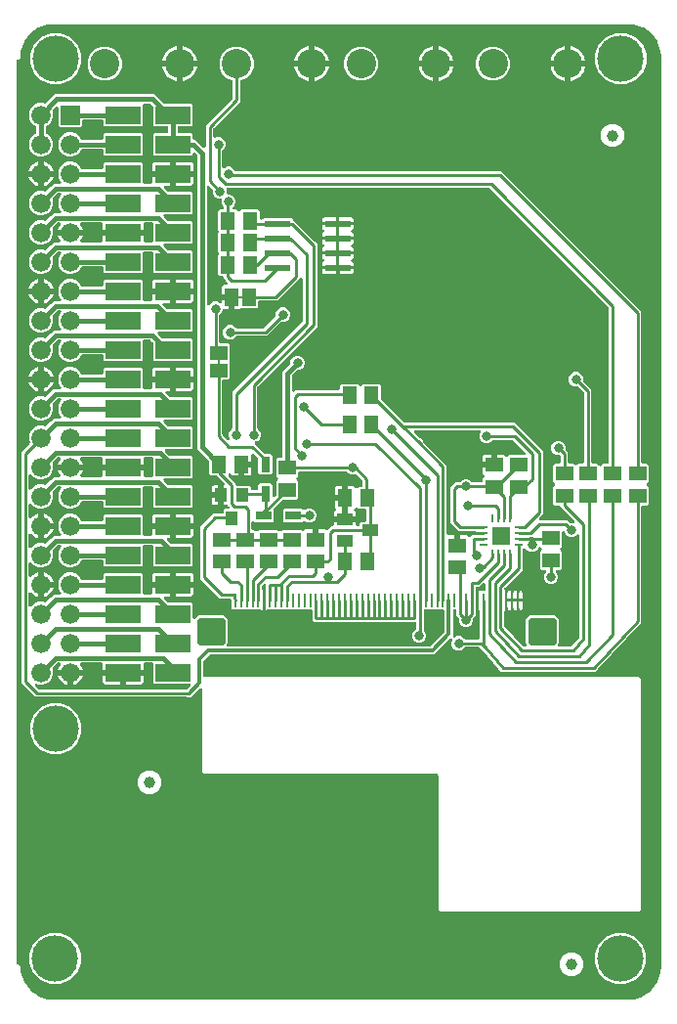
<source format=gbr>
G04 EAGLE Gerber RS-274X export*
G75*
%MOMM*%
%FSLAX34Y34*%
%LPD*%
%INTop Copper*%
%IPPOS*%
%AMOC8*
5,1,8,0,0,1.08239X$1,22.5*%
G01*
%ADD10R,1.500000X1.300000*%
%ADD11C,1.000000*%
%ADD12R,1.300000X1.500000*%
%ADD13R,1.400000X1.000000*%
%ADD14R,0.275000X1.200000*%
%ADD15C,0.600000*%
%ADD16R,1.500000X1.500000*%
%ADD17R,0.800000X0.280000*%
%ADD18R,0.280000X0.800000*%
%ADD19C,2.540000*%
%ADD20R,1.676400X1.676400*%
%ADD21C,1.676400*%
%ADD22C,4.016000*%
%ADD23R,2.200000X0.600000*%
%ADD24R,1.168400X1.600200*%
%ADD25R,0.635000X0.203200*%
%ADD26R,3.048000X1.524000*%
%ADD27R,1.600200X1.168400*%
%ADD28R,0.203200X0.635000*%
%ADD29R,1.350000X0.800000*%
%ADD30R,0.800000X1.350000*%
%ADD31R,1.000000X1.200000*%
%ADD32C,0.254000*%
%ADD33C,0.800100*%
%ADD34C,0.406400*%
%ADD35C,0.304800*%

G36*
X529612Y2543D02*
X529612Y2543D01*
X529690Y2545D01*
X533862Y2873D01*
X533929Y2887D01*
X533998Y2891D01*
X534154Y2931D01*
X542090Y5510D01*
X542197Y5560D01*
X542308Y5604D01*
X542359Y5636D01*
X542378Y5645D01*
X542394Y5658D01*
X542444Y5690D01*
X549195Y10595D01*
X549281Y10676D01*
X549373Y10751D01*
X549412Y10798D01*
X549426Y10812D01*
X549437Y10829D01*
X549475Y10875D01*
X554380Y17626D01*
X554437Y17730D01*
X554501Y17830D01*
X554523Y17887D01*
X554533Y17905D01*
X554538Y17924D01*
X554560Y17980D01*
X557139Y25916D01*
X557152Y25984D01*
X557174Y26049D01*
X557197Y26208D01*
X557525Y30380D01*
X557525Y30383D01*
X557525Y30384D01*
X557524Y30402D01*
X557529Y30480D01*
X557529Y819150D01*
X557527Y819172D01*
X557525Y819250D01*
X557197Y823422D01*
X557183Y823489D01*
X557179Y823558D01*
X557139Y823714D01*
X554560Y831650D01*
X554510Y831757D01*
X554466Y831868D01*
X554434Y831919D01*
X554425Y831938D01*
X554412Y831954D01*
X554380Y832004D01*
X549475Y838755D01*
X549394Y838841D01*
X549319Y838933D01*
X549272Y838972D01*
X549258Y838986D01*
X549241Y838997D01*
X549195Y839035D01*
X542444Y843940D01*
X542340Y843997D01*
X542240Y844061D01*
X542183Y844083D01*
X542165Y844093D01*
X542146Y844098D01*
X542090Y844120D01*
X534154Y846699D01*
X534086Y846712D01*
X534021Y846734D01*
X533862Y846757D01*
X529690Y847085D01*
X529668Y847084D01*
X529590Y847089D01*
X30480Y847089D01*
X30458Y847087D01*
X30380Y847085D01*
X26208Y846757D01*
X26141Y846743D01*
X26072Y846739D01*
X25916Y846699D01*
X17980Y844120D01*
X17873Y844070D01*
X17762Y844026D01*
X17711Y843994D01*
X17692Y843985D01*
X17676Y843972D01*
X17626Y843940D01*
X10875Y839035D01*
X10789Y838954D01*
X10697Y838879D01*
X10658Y838832D01*
X10644Y838818D01*
X10633Y838801D01*
X10595Y838755D01*
X5690Y832004D01*
X5633Y831900D01*
X5569Y831800D01*
X5547Y831743D01*
X5537Y831725D01*
X5532Y831706D01*
X5510Y831650D01*
X2931Y823714D01*
X2918Y823647D01*
X2896Y823581D01*
X2873Y823422D01*
X2545Y819250D01*
X2546Y819228D01*
X2541Y819150D01*
X2541Y818098D01*
X1052Y816609D01*
X0Y816609D01*
X-118Y816594D01*
X-237Y816587D01*
X-275Y816574D01*
X-316Y816569D01*
X-426Y816526D01*
X-539Y816489D01*
X-574Y816467D01*
X-611Y816452D01*
X-707Y816383D01*
X-808Y816319D01*
X-836Y816289D01*
X-869Y816266D01*
X-945Y816174D01*
X-1026Y816087D01*
X-1046Y816052D01*
X-1071Y816021D01*
X-1122Y815913D01*
X-1180Y815809D01*
X-1190Y815769D01*
X-1207Y815733D01*
X-1229Y815616D01*
X-1259Y815501D01*
X-1263Y815441D01*
X-1267Y815421D01*
X-1265Y815400D01*
X-1269Y815340D01*
X-1269Y34290D01*
X-1254Y34172D01*
X-1247Y34053D01*
X-1234Y34015D01*
X-1229Y33974D01*
X-1186Y33864D01*
X-1149Y33751D01*
X-1127Y33716D01*
X-1112Y33679D01*
X-1043Y33583D01*
X-979Y33482D01*
X-949Y33454D01*
X-926Y33421D01*
X-834Y33345D01*
X-747Y33264D01*
X-712Y33244D01*
X-681Y33219D01*
X-573Y33168D01*
X-469Y33110D01*
X-429Y33100D01*
X-393Y33083D01*
X-276Y33061D01*
X-161Y33031D01*
X-101Y33027D01*
X-81Y33023D01*
X-60Y33025D01*
X0Y33021D01*
X1052Y33021D01*
X2541Y31532D01*
X2541Y30480D01*
X2543Y30458D01*
X2545Y30380D01*
X2873Y26208D01*
X2887Y26141D01*
X2891Y26072D01*
X2931Y25916D01*
X5510Y17980D01*
X5560Y17873D01*
X5604Y17762D01*
X5636Y17711D01*
X5645Y17692D01*
X5658Y17676D01*
X5690Y17626D01*
X10595Y10875D01*
X10676Y10789D01*
X10751Y10697D01*
X10798Y10658D01*
X10812Y10644D01*
X10829Y10633D01*
X10875Y10595D01*
X17626Y5690D01*
X17730Y5633D01*
X17830Y5569D01*
X17887Y5547D01*
X17905Y5537D01*
X17924Y5532D01*
X17980Y5510D01*
X25916Y2931D01*
X25983Y2918D01*
X26049Y2896D01*
X26208Y2873D01*
X30380Y2545D01*
X30402Y2546D01*
X30480Y2541D01*
X529590Y2541D01*
X529612Y2543D01*
G37*
%LPC*%
G36*
X365978Y78739D02*
X365978Y78739D01*
X364489Y80228D01*
X364489Y196850D01*
X364474Y196968D01*
X364467Y197087D01*
X364454Y197125D01*
X364449Y197166D01*
X364406Y197276D01*
X364369Y197389D01*
X364347Y197424D01*
X364332Y197461D01*
X364263Y197557D01*
X364199Y197658D01*
X364169Y197686D01*
X364146Y197719D01*
X364054Y197795D01*
X363967Y197876D01*
X363932Y197896D01*
X363901Y197921D01*
X363793Y197972D01*
X363689Y198030D01*
X363649Y198040D01*
X363613Y198057D01*
X363496Y198079D01*
X363381Y198109D01*
X363321Y198113D01*
X363301Y198117D01*
X363280Y198115D01*
X363220Y198119D01*
X161508Y198119D01*
X160019Y199608D01*
X160019Y271305D01*
X160002Y271443D01*
X159989Y271581D01*
X159982Y271601D01*
X159979Y271621D01*
X159928Y271750D01*
X159881Y271881D01*
X159870Y271898D01*
X159862Y271916D01*
X159781Y272028D01*
X159703Y272144D01*
X159687Y272157D01*
X159676Y272174D01*
X159568Y272262D01*
X159464Y272354D01*
X159446Y272364D01*
X159431Y272376D01*
X159305Y272436D01*
X159181Y272499D01*
X159161Y272503D01*
X159143Y272512D01*
X159007Y272538D01*
X158871Y272569D01*
X158850Y272568D01*
X158831Y272572D01*
X158692Y272563D01*
X158553Y272559D01*
X158533Y272553D01*
X158513Y272552D01*
X158381Y272509D01*
X158247Y272471D01*
X158230Y272460D01*
X158211Y272454D01*
X158093Y272379D01*
X157973Y272309D01*
X157952Y272290D01*
X157942Y272284D01*
X157928Y272269D01*
X157853Y272203D01*
X150063Y264413D01*
X147096Y264413D01*
X147084Y264424D01*
X147031Y264453D01*
X146983Y264490D01*
X146892Y264530D01*
X146806Y264578D01*
X146747Y264593D01*
X146691Y264617D01*
X146593Y264632D01*
X146498Y264657D01*
X146398Y264663D01*
X146377Y264667D01*
X146365Y264665D01*
X146337Y264667D01*
X15142Y264667D01*
X3047Y276762D01*
X3047Y476418D01*
X10311Y483682D01*
X10329Y483705D01*
X10352Y483724D01*
X10426Y483830D01*
X10506Y483933D01*
X10518Y483960D01*
X10535Y483984D01*
X10581Y484106D01*
X10632Y484225D01*
X10637Y484254D01*
X10648Y484282D01*
X10662Y484411D01*
X10682Y484539D01*
X10680Y484569D01*
X10683Y484598D01*
X10665Y484726D01*
X10653Y484856D01*
X10643Y484884D01*
X10638Y484913D01*
X10586Y485065D01*
X9835Y486878D01*
X9835Y491022D01*
X11421Y494849D01*
X14351Y497779D01*
X18178Y499365D01*
X22322Y499365D01*
X23373Y498929D01*
X23401Y498921D01*
X23428Y498908D01*
X23554Y498880D01*
X23680Y498845D01*
X23709Y498845D01*
X23738Y498838D01*
X23868Y498842D01*
X23998Y498840D01*
X24026Y498847D01*
X24056Y498848D01*
X24180Y498884D01*
X24307Y498914D01*
X24333Y498928D01*
X24361Y498936D01*
X24473Y499002D01*
X24588Y499063D01*
X24610Y499083D01*
X24635Y499098D01*
X24756Y499204D01*
X28514Y502962D01*
X31266Y505715D01*
X36492Y505715D01*
X36630Y505732D01*
X36769Y505745D01*
X36788Y505752D01*
X36808Y505755D01*
X36938Y505806D01*
X37068Y505853D01*
X37085Y505864D01*
X37104Y505872D01*
X37216Y505953D01*
X37331Y506031D01*
X37345Y506047D01*
X37361Y506058D01*
X37450Y506166D01*
X37542Y506270D01*
X37551Y506288D01*
X37564Y506303D01*
X37623Y506429D01*
X37686Y506553D01*
X37691Y506573D01*
X37699Y506591D01*
X37725Y506728D01*
X37756Y506863D01*
X37755Y506884D01*
X37759Y506903D01*
X37750Y507042D01*
X37746Y507181D01*
X37741Y507201D01*
X37739Y507221D01*
X37697Y507353D01*
X37658Y507487D01*
X37648Y507504D01*
X37641Y507523D01*
X37567Y507641D01*
X37496Y507761D01*
X37478Y507782D01*
X37471Y507792D01*
X37456Y507806D01*
X37390Y507881D01*
X36821Y508451D01*
X35235Y512278D01*
X35235Y516422D01*
X36821Y520249D01*
X37390Y520819D01*
X37475Y520928D01*
X37564Y521035D01*
X37572Y521054D01*
X37585Y521070D01*
X37640Y521198D01*
X37699Y521323D01*
X37703Y521343D01*
X37711Y521362D01*
X37733Y521500D01*
X37759Y521636D01*
X37758Y521656D01*
X37761Y521676D01*
X37748Y521815D01*
X37739Y521953D01*
X37733Y521972D01*
X37731Y521992D01*
X37684Y522123D01*
X37641Y522255D01*
X37630Y522273D01*
X37624Y522292D01*
X37546Y522406D01*
X37471Y522524D01*
X37456Y522538D01*
X37445Y522555D01*
X37341Y522647D01*
X37240Y522742D01*
X37222Y522752D01*
X37207Y522765D01*
X37083Y522828D01*
X36961Y522896D01*
X36941Y522901D01*
X36923Y522910D01*
X36787Y522940D01*
X36653Y522975D01*
X36625Y522977D01*
X36613Y522980D01*
X36593Y522979D01*
X36492Y522985D01*
X35159Y522985D01*
X35061Y522973D01*
X34962Y522970D01*
X34904Y522953D01*
X34844Y522945D01*
X34752Y522909D01*
X34657Y522881D01*
X34605Y522851D01*
X34548Y522828D01*
X34468Y522770D01*
X34383Y522720D01*
X34307Y522654D01*
X34291Y522642D01*
X34283Y522632D01*
X34262Y522614D01*
X30504Y518856D01*
X30486Y518833D01*
X30464Y518814D01*
X30389Y518707D01*
X30310Y518605D01*
X30298Y518578D01*
X30281Y518554D01*
X30235Y518432D01*
X30183Y518313D01*
X30179Y518284D01*
X30168Y518256D01*
X30154Y518127D01*
X30133Y517999D01*
X30136Y517969D01*
X30133Y517940D01*
X30151Y517812D01*
X30163Y517682D01*
X30173Y517654D01*
X30177Y517625D01*
X30229Y517473D01*
X30665Y516422D01*
X30665Y512278D01*
X29079Y508451D01*
X26149Y505521D01*
X22322Y503935D01*
X18178Y503935D01*
X14351Y505521D01*
X11421Y508451D01*
X9835Y512278D01*
X9835Y516422D01*
X11421Y520249D01*
X14351Y523179D01*
X18178Y524765D01*
X22322Y524765D01*
X23373Y524329D01*
X23401Y524322D01*
X23428Y524308D01*
X23554Y524280D01*
X23680Y524245D01*
X23709Y524245D01*
X23738Y524238D01*
X23868Y524242D01*
X23998Y524240D01*
X24026Y524247D01*
X24056Y524248D01*
X24180Y524284D01*
X24307Y524314D01*
X24333Y524328D01*
X24361Y524337D01*
X24473Y524402D01*
X24588Y524463D01*
X24610Y524483D01*
X24635Y524498D01*
X24756Y524604D01*
X31266Y531115D01*
X36492Y531115D01*
X36630Y531132D01*
X36769Y531145D01*
X36788Y531152D01*
X36808Y531155D01*
X36938Y531206D01*
X37068Y531253D01*
X37085Y531264D01*
X37104Y531272D01*
X37216Y531353D01*
X37331Y531431D01*
X37345Y531447D01*
X37361Y531458D01*
X37450Y531566D01*
X37542Y531670D01*
X37551Y531688D01*
X37564Y531703D01*
X37623Y531829D01*
X37686Y531953D01*
X37691Y531973D01*
X37699Y531991D01*
X37725Y532128D01*
X37756Y532263D01*
X37755Y532284D01*
X37759Y532303D01*
X37750Y532442D01*
X37746Y532581D01*
X37741Y532601D01*
X37739Y532621D01*
X37697Y532753D01*
X37658Y532887D01*
X37648Y532904D01*
X37641Y532923D01*
X37567Y533041D01*
X37496Y533161D01*
X37478Y533182D01*
X37471Y533192D01*
X37456Y533206D01*
X37390Y533281D01*
X36821Y533851D01*
X35235Y537678D01*
X35235Y541822D01*
X36821Y545649D01*
X39751Y548579D01*
X43578Y550165D01*
X47722Y550165D01*
X51549Y548579D01*
X54479Y545649D01*
X54915Y544598D01*
X54929Y544573D01*
X54938Y544545D01*
X55008Y544435D01*
X55072Y544322D01*
X55093Y544301D01*
X55108Y544276D01*
X55203Y544187D01*
X55293Y544094D01*
X55319Y544078D01*
X55340Y544058D01*
X55454Y543995D01*
X55565Y543927D01*
X55593Y543919D01*
X55619Y543904D01*
X55744Y543872D01*
X55868Y543834D01*
X55898Y543832D01*
X55927Y543825D01*
X56087Y543815D01*
X72898Y543815D01*
X73016Y543830D01*
X73135Y543837D01*
X73173Y543850D01*
X73214Y543855D01*
X73324Y543898D01*
X73437Y543935D01*
X73472Y543957D01*
X73509Y543972D01*
X73605Y544041D01*
X73706Y544105D01*
X73734Y544135D01*
X73767Y544158D01*
X73843Y544250D01*
X73924Y544337D01*
X73944Y544372D01*
X73969Y544403D01*
X74020Y544511D01*
X74078Y544615D01*
X74088Y544655D01*
X74105Y544691D01*
X74127Y544808D01*
X74157Y544923D01*
X74161Y544983D01*
X74165Y545003D01*
X74163Y545024D01*
X74167Y545084D01*
X74167Y548212D01*
X75358Y549403D01*
X107522Y549403D01*
X108713Y548212D01*
X108713Y532384D01*
X108728Y532266D01*
X108735Y532147D01*
X108748Y532109D01*
X108753Y532068D01*
X108796Y531958D01*
X108833Y531845D01*
X108855Y531810D01*
X108870Y531773D01*
X108939Y531677D01*
X109003Y531576D01*
X109033Y531548D01*
X109056Y531515D01*
X109148Y531439D01*
X109235Y531358D01*
X109270Y531338D01*
X109301Y531313D01*
X109409Y531262D01*
X109513Y531204D01*
X109553Y531194D01*
X109589Y531177D01*
X109706Y531155D01*
X109821Y531125D01*
X109881Y531121D01*
X109901Y531117D01*
X109922Y531119D01*
X109982Y531115D01*
X115570Y531115D01*
X115688Y531130D01*
X115807Y531137D01*
X115845Y531150D01*
X115886Y531155D01*
X115996Y531198D01*
X116109Y531235D01*
X116144Y531257D01*
X116181Y531272D01*
X116277Y531341D01*
X116378Y531405D01*
X116406Y531435D01*
X116439Y531458D01*
X116515Y531550D01*
X116596Y531637D01*
X116616Y531672D01*
X116641Y531703D01*
X116692Y531811D01*
X116750Y531915D01*
X116760Y531955D01*
X116777Y531991D01*
X116799Y532108D01*
X116829Y532223D01*
X116833Y532283D01*
X116837Y532303D01*
X116835Y532324D01*
X116839Y532384D01*
X116839Y537211D01*
X132081Y537211D01*
X132081Y529589D01*
X129463Y529589D01*
X129326Y529572D01*
X129187Y529559D01*
X129168Y529552D01*
X129148Y529549D01*
X129019Y529498D01*
X128888Y529451D01*
X128871Y529440D01*
X128852Y529432D01*
X128740Y529351D01*
X128625Y529273D01*
X128611Y529257D01*
X128595Y529246D01*
X128506Y529138D01*
X128414Y529034D01*
X128405Y529016D01*
X128392Y529001D01*
X128333Y528875D01*
X128270Y528751D01*
X128265Y528731D01*
X128256Y528713D01*
X128230Y528577D01*
X128200Y528441D01*
X128200Y528420D01*
X128197Y528401D01*
X128205Y528262D01*
X128210Y528123D01*
X128215Y528103D01*
X128216Y528083D01*
X128259Y527951D01*
X128298Y527817D01*
X128308Y527800D01*
X128314Y527781D01*
X128389Y527663D01*
X128459Y527543D01*
X128478Y527522D01*
X128485Y527512D01*
X128500Y527498D01*
X128566Y527423D01*
X131614Y524374D01*
X131692Y524314D01*
X131764Y524246D01*
X131817Y524217D01*
X131865Y524180D01*
X131956Y524140D01*
X132043Y524092D01*
X132101Y524077D01*
X132157Y524053D01*
X132255Y524038D01*
X132351Y524013D01*
X132451Y524007D01*
X132471Y524003D01*
X132483Y524005D01*
X132511Y524003D01*
X150702Y524003D01*
X151893Y522812D01*
X151893Y505888D01*
X150702Y504697D01*
X127685Y504697D01*
X127548Y504680D01*
X127409Y504667D01*
X127390Y504660D01*
X127370Y504657D01*
X127241Y504606D01*
X127110Y504559D01*
X127093Y504548D01*
X127074Y504540D01*
X126962Y504459D01*
X126847Y504381D01*
X126833Y504365D01*
X126817Y504354D01*
X126728Y504246D01*
X126636Y504142D01*
X126627Y504124D01*
X126614Y504109D01*
X126555Y503983D01*
X126492Y503859D01*
X126487Y503839D01*
X126478Y503821D01*
X126452Y503685D01*
X126422Y503549D01*
X126422Y503528D01*
X126419Y503509D01*
X126427Y503370D01*
X126432Y503231D01*
X126437Y503211D01*
X126438Y503191D01*
X126481Y503059D01*
X126520Y502925D01*
X126530Y502908D01*
X126536Y502889D01*
X126611Y502771D01*
X126681Y502651D01*
X126700Y502630D01*
X126707Y502620D01*
X126722Y502606D01*
X126788Y502531D01*
X130344Y498974D01*
X130422Y498914D01*
X130494Y498846D01*
X130547Y498817D01*
X130595Y498780D01*
X130686Y498740D01*
X130773Y498692D01*
X130831Y498677D01*
X130887Y498653D01*
X130985Y498638D01*
X131081Y498613D01*
X131181Y498607D01*
X131201Y498603D01*
X131213Y498605D01*
X131241Y498603D01*
X150702Y498603D01*
X151893Y497412D01*
X151893Y480488D01*
X150702Y479297D01*
X128955Y479297D01*
X128818Y479280D01*
X128679Y479267D01*
X128660Y479260D01*
X128640Y479257D01*
X128511Y479206D01*
X128380Y479159D01*
X128363Y479148D01*
X128344Y479140D01*
X128232Y479059D01*
X128117Y478981D01*
X128103Y478965D01*
X128087Y478954D01*
X127998Y478846D01*
X127906Y478742D01*
X127897Y478724D01*
X127884Y478709D01*
X127825Y478583D01*
X127762Y478459D01*
X127757Y478439D01*
X127748Y478421D01*
X127722Y478285D01*
X127692Y478149D01*
X127692Y478128D01*
X127689Y478109D01*
X127697Y477970D01*
X127702Y477831D01*
X127707Y477811D01*
X127708Y477791D01*
X127751Y477659D01*
X127790Y477525D01*
X127800Y477508D01*
X127806Y477489D01*
X127881Y477371D01*
X127951Y477251D01*
X127970Y477230D01*
X127977Y477220D01*
X127992Y477206D01*
X128058Y477131D01*
X131614Y473574D01*
X131692Y473514D01*
X131764Y473446D01*
X131817Y473417D01*
X131865Y473380D01*
X131956Y473340D01*
X132043Y473292D01*
X132101Y473277D01*
X132157Y473253D01*
X132255Y473238D01*
X132351Y473213D01*
X132451Y473207D01*
X132471Y473203D01*
X132483Y473205D01*
X132511Y473203D01*
X150702Y473203D01*
X151893Y472012D01*
X151893Y455088D01*
X150702Y453897D01*
X127685Y453897D01*
X127548Y453880D01*
X127409Y453867D01*
X127390Y453860D01*
X127370Y453857D01*
X127241Y453806D01*
X127110Y453759D01*
X127093Y453748D01*
X127074Y453740D01*
X126962Y453659D01*
X126847Y453581D01*
X126833Y453565D01*
X126817Y453554D01*
X126728Y453446D01*
X126636Y453342D01*
X126627Y453324D01*
X126614Y453309D01*
X126555Y453183D01*
X126492Y453059D01*
X126487Y453039D01*
X126478Y453021D01*
X126452Y452885D01*
X126422Y452749D01*
X126422Y452728D01*
X126419Y452709D01*
X126427Y452570D01*
X126432Y452431D01*
X126437Y452411D01*
X126438Y452391D01*
X126481Y452259D01*
X126520Y452125D01*
X126530Y452108D01*
X126536Y452089D01*
X126611Y451971D01*
X126681Y451851D01*
X126700Y451830D01*
X126707Y451820D01*
X126722Y451806D01*
X126788Y451731D01*
X130344Y448174D01*
X130422Y448114D01*
X130494Y448046D01*
X130547Y448017D01*
X130595Y447980D01*
X130686Y447940D01*
X130773Y447892D01*
X130831Y447877D01*
X130887Y447853D01*
X130985Y447838D01*
X131081Y447813D01*
X131181Y447807D01*
X131201Y447803D01*
X131213Y447805D01*
X131241Y447803D01*
X150702Y447803D01*
X151893Y446612D01*
X151893Y429688D01*
X150702Y428497D01*
X118538Y428497D01*
X117347Y429688D01*
X117347Y445516D01*
X117332Y445634D01*
X117325Y445753D01*
X117312Y445791D01*
X117307Y445832D01*
X117264Y445942D01*
X117227Y446055D01*
X117205Y446090D01*
X117190Y446127D01*
X117121Y446223D01*
X117057Y446324D01*
X117027Y446352D01*
X117004Y446385D01*
X116912Y446461D01*
X116825Y446542D01*
X116790Y446562D01*
X116759Y446587D01*
X116651Y446638D01*
X116547Y446696D01*
X116507Y446706D01*
X116471Y446723D01*
X116354Y446745D01*
X116239Y446775D01*
X116179Y446779D01*
X116159Y446783D01*
X116138Y446781D01*
X116078Y446785D01*
X109982Y446785D01*
X109864Y446770D01*
X109745Y446763D01*
X109707Y446750D01*
X109666Y446745D01*
X109556Y446702D01*
X109443Y446665D01*
X109408Y446643D01*
X109371Y446628D01*
X109275Y446559D01*
X109174Y446495D01*
X109146Y446465D01*
X109113Y446442D01*
X109037Y446350D01*
X108956Y446263D01*
X108936Y446228D01*
X108911Y446197D01*
X108860Y446089D01*
X108802Y445985D01*
X108792Y445945D01*
X108775Y445909D01*
X108753Y445792D01*
X108723Y445677D01*
X108719Y445617D01*
X108715Y445597D01*
X108716Y445591D01*
X108715Y445589D01*
X108716Y445573D01*
X108713Y445516D01*
X108713Y429688D01*
X107522Y428497D01*
X75358Y428497D01*
X74167Y429688D01*
X74167Y432816D01*
X74152Y432934D01*
X74145Y433053D01*
X74132Y433091D01*
X74127Y433132D01*
X74084Y433242D01*
X74047Y433355D01*
X74025Y433390D01*
X74010Y433427D01*
X73941Y433523D01*
X73877Y433624D01*
X73847Y433652D01*
X73824Y433685D01*
X73732Y433761D01*
X73645Y433842D01*
X73610Y433862D01*
X73579Y433887D01*
X73471Y433938D01*
X73367Y433996D01*
X73327Y434006D01*
X73291Y434023D01*
X73174Y434045D01*
X73059Y434075D01*
X72999Y434079D01*
X72979Y434083D01*
X72958Y434081D01*
X72898Y434085D01*
X56087Y434085D01*
X56058Y434082D01*
X56029Y434084D01*
X55901Y434062D01*
X55772Y434045D01*
X55744Y434035D01*
X55715Y434030D01*
X55597Y433976D01*
X55476Y433928D01*
X55452Y433911D01*
X55425Y433899D01*
X55324Y433818D01*
X55219Y433742D01*
X55200Y433719D01*
X55177Y433700D01*
X55099Y433597D01*
X55016Y433497D01*
X55003Y433470D01*
X54986Y433446D01*
X54915Y433302D01*
X54479Y432251D01*
X51549Y429321D01*
X47722Y427735D01*
X43578Y427735D01*
X39751Y429321D01*
X36821Y432251D01*
X35235Y436078D01*
X35235Y440222D01*
X36821Y444049D01*
X37390Y444619D01*
X37475Y444728D01*
X37564Y444835D01*
X37572Y444854D01*
X37585Y444870D01*
X37640Y444998D01*
X37699Y445123D01*
X37703Y445143D01*
X37711Y445162D01*
X37733Y445300D01*
X37759Y445436D01*
X37758Y445456D01*
X37761Y445476D01*
X37748Y445615D01*
X37739Y445753D01*
X37733Y445772D01*
X37731Y445792D01*
X37684Y445923D01*
X37641Y446055D01*
X37630Y446073D01*
X37624Y446092D01*
X37546Y446206D01*
X37471Y446324D01*
X37456Y446338D01*
X37445Y446355D01*
X37341Y446447D01*
X37240Y446542D01*
X37222Y446552D01*
X37207Y446565D01*
X37083Y446628D01*
X36961Y446696D01*
X36941Y446701D01*
X36923Y446710D01*
X36787Y446740D01*
X36653Y446775D01*
X36625Y446777D01*
X36613Y446780D01*
X36593Y446779D01*
X36492Y446785D01*
X35159Y446785D01*
X35061Y446773D01*
X34962Y446770D01*
X34904Y446753D01*
X34844Y446745D01*
X34752Y446709D01*
X34657Y446681D01*
X34605Y446651D01*
X34548Y446628D01*
X34468Y446570D01*
X34383Y446520D01*
X34307Y446454D01*
X34291Y446442D01*
X34287Y446437D01*
X34284Y446435D01*
X34278Y446428D01*
X34262Y446414D01*
X30504Y442656D01*
X30486Y442633D01*
X30464Y442614D01*
X30389Y442508D01*
X30309Y442405D01*
X30298Y442378D01*
X30281Y442354D01*
X30235Y442232D01*
X30183Y442113D01*
X30179Y442084D01*
X30168Y442056D01*
X30154Y441927D01*
X30133Y441799D01*
X30136Y441769D01*
X30133Y441740D01*
X30151Y441612D01*
X30163Y441482D01*
X30173Y441454D01*
X30177Y441425D01*
X30229Y441273D01*
X30665Y440222D01*
X30665Y436078D01*
X29079Y432251D01*
X26149Y429321D01*
X22322Y427735D01*
X18178Y427735D01*
X14351Y429321D01*
X11819Y431852D01*
X11710Y431937D01*
X11603Y432026D01*
X11584Y432034D01*
X11568Y432047D01*
X11440Y432102D01*
X11315Y432161D01*
X11295Y432165D01*
X11276Y432173D01*
X11138Y432195D01*
X11002Y432221D01*
X10982Y432220D01*
X10962Y432223D01*
X10823Y432210D01*
X10685Y432201D01*
X10666Y432195D01*
X10646Y432193D01*
X10514Y432146D01*
X10383Y432103D01*
X10365Y432092D01*
X10346Y432086D01*
X10231Y432008D01*
X10114Y431933D01*
X10100Y431918D01*
X10083Y431907D01*
X9991Y431803D01*
X9896Y431702D01*
X9886Y431684D01*
X9873Y431669D01*
X9809Y431544D01*
X9742Y431423D01*
X9737Y431403D01*
X9728Y431385D01*
X9698Y431250D01*
X9663Y431115D01*
X9661Y431087D01*
X9658Y431075D01*
X9659Y431055D01*
X9653Y430954D01*
X9653Y420653D01*
X9663Y420574D01*
X9663Y420494D01*
X9683Y420417D01*
X9693Y420338D01*
X9722Y420263D01*
X9742Y420186D01*
X9780Y420116D01*
X9810Y420042D01*
X9857Y419977D01*
X9895Y419907D01*
X9950Y419849D01*
X9996Y419785D01*
X10058Y419734D01*
X10113Y419675D01*
X10180Y419633D01*
X10241Y419582D01*
X10314Y419548D01*
X10381Y419505D01*
X10457Y419480D01*
X10529Y419446D01*
X10608Y419431D01*
X10684Y419407D01*
X10763Y419402D01*
X10841Y419387D01*
X10921Y419392D01*
X11001Y419386D01*
X11080Y419401D01*
X11159Y419406D01*
X11235Y419431D01*
X11314Y419446D01*
X11386Y419480D01*
X11461Y419504D01*
X11529Y419547D01*
X11602Y419581D01*
X11663Y419632D01*
X11730Y419675D01*
X11785Y419733D01*
X11847Y419784D01*
X11894Y419841D01*
X13134Y421081D01*
X14525Y422092D01*
X16057Y422873D01*
X17692Y423404D01*
X17751Y423413D01*
X17751Y413980D01*
X17766Y413862D01*
X17773Y413743D01*
X17785Y413705D01*
X17791Y413665D01*
X17834Y413554D01*
X17871Y413441D01*
X17893Y413407D01*
X17908Y413369D01*
X17977Y413273D01*
X18041Y413172D01*
X18071Y413144D01*
X18094Y413112D01*
X18186Y413036D01*
X18273Y412954D01*
X18308Y412935D01*
X18339Y412909D01*
X18447Y412858D01*
X18551Y412801D01*
X18591Y412791D01*
X18627Y412773D01*
X18734Y412753D01*
X18704Y412749D01*
X18594Y412705D01*
X18481Y412669D01*
X18446Y412647D01*
X18409Y412632D01*
X18312Y412562D01*
X18212Y412499D01*
X18184Y412469D01*
X18151Y412445D01*
X18075Y412354D01*
X17994Y412267D01*
X17974Y412232D01*
X17949Y412200D01*
X17898Y412093D01*
X17840Y411988D01*
X17830Y411949D01*
X17813Y411913D01*
X17791Y411796D01*
X17761Y411680D01*
X17757Y411620D01*
X17753Y411600D01*
X17755Y411580D01*
X17751Y411520D01*
X17751Y402087D01*
X17692Y402096D01*
X16057Y402627D01*
X14525Y403408D01*
X13134Y404419D01*
X11874Y405679D01*
X11848Y405715D01*
X11786Y405766D01*
X11732Y405824D01*
X11664Y405867D01*
X11603Y405918D01*
X11530Y405952D01*
X11463Y405995D01*
X11387Y406020D01*
X11315Y406054D01*
X11237Y406069D01*
X11161Y406093D01*
X11081Y406098D01*
X11002Y406113D01*
X10923Y406108D01*
X10844Y406114D01*
X10765Y406099D01*
X10685Y406094D01*
X10609Y406069D01*
X10531Y406054D01*
X10459Y406020D01*
X10383Y405996D01*
X10315Y405953D01*
X10243Y405919D01*
X10182Y405868D01*
X10114Y405825D01*
X10059Y405768D01*
X9998Y405717D01*
X9951Y405652D01*
X9896Y405594D01*
X9858Y405524D01*
X9811Y405460D01*
X9781Y405385D01*
X9742Y405315D01*
X9723Y405238D01*
X9693Y405164D01*
X9683Y405085D01*
X9663Y405007D01*
X9653Y404851D01*
X9653Y404849D01*
X9653Y404848D01*
X9653Y404847D01*
X9653Y394546D01*
X9670Y394408D01*
X9683Y394269D01*
X9690Y394250D01*
X9693Y394230D01*
X9744Y394101D01*
X9791Y393970D01*
X9802Y393953D01*
X9810Y393934D01*
X9891Y393822D01*
X9969Y393707D01*
X9985Y393693D01*
X9996Y393677D01*
X10104Y393588D01*
X10208Y393496D01*
X10226Y393487D01*
X10241Y393474D01*
X10367Y393415D01*
X10491Y393352D01*
X10511Y393347D01*
X10529Y393339D01*
X10665Y393313D01*
X10801Y393282D01*
X10822Y393283D01*
X10841Y393279D01*
X10980Y393288D01*
X11119Y393292D01*
X11139Y393297D01*
X11159Y393299D01*
X11291Y393341D01*
X11425Y393380D01*
X11442Y393390D01*
X11461Y393397D01*
X11579Y393471D01*
X11699Y393542D01*
X11720Y393560D01*
X11730Y393567D01*
X11744Y393582D01*
X11819Y393648D01*
X14351Y396179D01*
X18178Y397765D01*
X22322Y397765D01*
X23373Y397329D01*
X23401Y397321D01*
X23428Y397308D01*
X23554Y397280D01*
X23680Y397245D01*
X23709Y397245D01*
X23738Y397238D01*
X23868Y397242D01*
X23998Y397240D01*
X24026Y397247D01*
X24056Y397248D01*
X24180Y397284D01*
X24307Y397314D01*
X24333Y397328D01*
X24361Y397336D01*
X24473Y397402D01*
X24588Y397463D01*
X24610Y397483D01*
X24635Y397498D01*
X24756Y397604D01*
X28514Y401362D01*
X31266Y404115D01*
X36492Y404115D01*
X36630Y404132D01*
X36769Y404145D01*
X36788Y404152D01*
X36808Y404155D01*
X36938Y404206D01*
X37068Y404253D01*
X37085Y404264D01*
X37104Y404272D01*
X37216Y404353D01*
X37331Y404431D01*
X37345Y404447D01*
X37361Y404458D01*
X37450Y404566D01*
X37542Y404670D01*
X37551Y404688D01*
X37564Y404703D01*
X37623Y404829D01*
X37686Y404953D01*
X37691Y404973D01*
X37699Y404991D01*
X37725Y405128D01*
X37756Y405263D01*
X37755Y405284D01*
X37759Y405303D01*
X37750Y405442D01*
X37746Y405581D01*
X37741Y405601D01*
X37739Y405621D01*
X37697Y405753D01*
X37658Y405887D01*
X37648Y405904D01*
X37641Y405923D01*
X37567Y406041D01*
X37496Y406161D01*
X37478Y406182D01*
X37471Y406192D01*
X37456Y406206D01*
X37390Y406281D01*
X36821Y406851D01*
X35235Y410678D01*
X35235Y414822D01*
X36821Y418649D01*
X39751Y421579D01*
X43578Y423165D01*
X47722Y423165D01*
X51549Y421579D01*
X54479Y418649D01*
X54915Y417598D01*
X54929Y417573D01*
X54938Y417545D01*
X55008Y417435D01*
X55072Y417322D01*
X55093Y417301D01*
X55108Y417276D01*
X55203Y417187D01*
X55293Y417094D01*
X55319Y417078D01*
X55340Y417058D01*
X55454Y416995D01*
X55565Y416927D01*
X55593Y416919D01*
X55619Y416904D01*
X55744Y416872D01*
X55868Y416834D01*
X55898Y416832D01*
X55927Y416825D01*
X56087Y416815D01*
X72898Y416815D01*
X73016Y416830D01*
X73135Y416837D01*
X73173Y416850D01*
X73214Y416855D01*
X73324Y416898D01*
X73437Y416935D01*
X73472Y416957D01*
X73509Y416972D01*
X73605Y417041D01*
X73706Y417105D01*
X73734Y417135D01*
X73767Y417158D01*
X73843Y417250D01*
X73924Y417337D01*
X73944Y417372D01*
X73969Y417403D01*
X74020Y417511D01*
X74078Y417615D01*
X74088Y417655D01*
X74105Y417691D01*
X74127Y417808D01*
X74157Y417923D01*
X74161Y417983D01*
X74165Y418003D01*
X74163Y418024D01*
X74167Y418084D01*
X74167Y421212D01*
X75358Y422403D01*
X107522Y422403D01*
X108713Y421212D01*
X108713Y405384D01*
X108728Y405266D01*
X108735Y405147D01*
X108748Y405109D01*
X108753Y405068D01*
X108796Y404958D01*
X108833Y404845D01*
X108855Y404810D01*
X108870Y404773D01*
X108939Y404677D01*
X109003Y404576D01*
X109033Y404548D01*
X109056Y404515D01*
X109148Y404439D01*
X109235Y404358D01*
X109270Y404338D01*
X109301Y404313D01*
X109409Y404262D01*
X109513Y404204D01*
X109553Y404194D01*
X109589Y404177D01*
X109706Y404155D01*
X109821Y404125D01*
X109881Y404121D01*
X109901Y404117D01*
X109922Y404119D01*
X109982Y404115D01*
X115570Y404115D01*
X115688Y404130D01*
X115807Y404137D01*
X115845Y404150D01*
X115886Y404155D01*
X115996Y404198D01*
X116109Y404235D01*
X116144Y404257D01*
X116181Y404272D01*
X116277Y404341D01*
X116378Y404405D01*
X116406Y404435D01*
X116439Y404458D01*
X116515Y404550D01*
X116596Y404637D01*
X116616Y404672D01*
X116641Y404703D01*
X116692Y404811D01*
X116750Y404915D01*
X116760Y404955D01*
X116777Y404991D01*
X116799Y405108D01*
X116829Y405223D01*
X116833Y405283D01*
X116837Y405303D01*
X116835Y405324D01*
X116839Y405384D01*
X116839Y410211D01*
X132081Y410211D01*
X132081Y402589D01*
X130733Y402589D01*
X130596Y402572D01*
X130457Y402559D01*
X130438Y402552D01*
X130418Y402549D01*
X130289Y402498D01*
X130158Y402451D01*
X130141Y402440D01*
X130122Y402432D01*
X130010Y402351D01*
X129895Y402273D01*
X129881Y402257D01*
X129865Y402246D01*
X129776Y402138D01*
X129684Y402034D01*
X129675Y402016D01*
X129662Y402001D01*
X129603Y401874D01*
X129540Y401751D01*
X129535Y401731D01*
X129526Y401713D01*
X129500Y401577D01*
X129470Y401441D01*
X129470Y401420D01*
X129467Y401401D01*
X129475Y401262D01*
X129480Y401123D01*
X129485Y401103D01*
X129486Y401083D01*
X129529Y400951D01*
X129568Y400817D01*
X129578Y400800D01*
X129584Y400781D01*
X129659Y400663D01*
X129729Y400543D01*
X129748Y400522D01*
X129755Y400512D01*
X129770Y400498D01*
X129836Y400423D01*
X132884Y397374D01*
X132962Y397314D01*
X133034Y397246D01*
X133087Y397217D01*
X133135Y397180D01*
X133226Y397140D01*
X133313Y397092D01*
X133371Y397077D01*
X133427Y397053D01*
X133525Y397038D01*
X133621Y397013D01*
X133721Y397007D01*
X133741Y397003D01*
X133753Y397005D01*
X133781Y397003D01*
X150702Y397003D01*
X151893Y395812D01*
X151893Y378888D01*
X150702Y377697D01*
X118538Y377697D01*
X117347Y378888D01*
X117347Y394716D01*
X117332Y394834D01*
X117325Y394953D01*
X117312Y394991D01*
X117307Y395032D01*
X117264Y395142D01*
X117227Y395255D01*
X117205Y395290D01*
X117190Y395327D01*
X117121Y395423D01*
X117057Y395524D01*
X117027Y395552D01*
X117004Y395585D01*
X116912Y395661D01*
X116825Y395742D01*
X116790Y395762D01*
X116759Y395787D01*
X116651Y395838D01*
X116547Y395896D01*
X116507Y395906D01*
X116471Y395923D01*
X116354Y395945D01*
X116239Y395975D01*
X116179Y395979D01*
X116159Y395983D01*
X116138Y395981D01*
X116078Y395985D01*
X109982Y395985D01*
X109864Y395970D01*
X109745Y395963D01*
X109707Y395950D01*
X109666Y395945D01*
X109556Y395902D01*
X109443Y395865D01*
X109408Y395843D01*
X109371Y395828D01*
X109275Y395759D01*
X109174Y395695D01*
X109146Y395665D01*
X109113Y395642D01*
X109037Y395550D01*
X108956Y395463D01*
X108936Y395428D01*
X108911Y395397D01*
X108860Y395289D01*
X108802Y395185D01*
X108792Y395145D01*
X108775Y395109D01*
X108753Y394992D01*
X108723Y394877D01*
X108719Y394817D01*
X108715Y394797D01*
X108717Y394776D01*
X108713Y394716D01*
X108713Y378888D01*
X107522Y377697D01*
X75358Y377697D01*
X74167Y378888D01*
X74167Y382016D01*
X74152Y382134D01*
X74145Y382253D01*
X74132Y382291D01*
X74127Y382332D01*
X74084Y382442D01*
X74047Y382555D01*
X74025Y382590D01*
X74010Y382627D01*
X73941Y382723D01*
X73877Y382824D01*
X73847Y382852D01*
X73824Y382885D01*
X73732Y382961D01*
X73645Y383042D01*
X73610Y383062D01*
X73579Y383087D01*
X73471Y383138D01*
X73367Y383196D01*
X73327Y383206D01*
X73291Y383223D01*
X73174Y383245D01*
X73059Y383275D01*
X72999Y383279D01*
X72979Y383283D01*
X72958Y383281D01*
X72898Y383285D01*
X56087Y383285D01*
X56058Y383282D01*
X56029Y383284D01*
X55901Y383262D01*
X55772Y383245D01*
X55744Y383235D01*
X55715Y383230D01*
X55597Y383176D01*
X55476Y383128D01*
X55452Y383111D01*
X55425Y383099D01*
X55324Y383018D01*
X55219Y382942D01*
X55200Y382919D01*
X55177Y382900D01*
X55099Y382797D01*
X55016Y382697D01*
X55003Y382670D01*
X54986Y382646D01*
X54915Y382502D01*
X54479Y381451D01*
X51549Y378521D01*
X47722Y376935D01*
X43578Y376935D01*
X39751Y378521D01*
X36821Y381451D01*
X35235Y385278D01*
X35235Y389422D01*
X36821Y393249D01*
X37390Y393819D01*
X37475Y393928D01*
X37564Y394035D01*
X37572Y394054D01*
X37585Y394070D01*
X37640Y394198D01*
X37699Y394323D01*
X37703Y394343D01*
X37711Y394362D01*
X37733Y394500D01*
X37759Y394636D01*
X37758Y394656D01*
X37761Y394676D01*
X37748Y394815D01*
X37739Y394953D01*
X37733Y394972D01*
X37731Y394992D01*
X37684Y395123D01*
X37641Y395255D01*
X37630Y395273D01*
X37624Y395292D01*
X37546Y395406D01*
X37471Y395524D01*
X37456Y395538D01*
X37445Y395555D01*
X37341Y395647D01*
X37240Y395742D01*
X37222Y395752D01*
X37207Y395765D01*
X37083Y395828D01*
X36961Y395896D01*
X36941Y395901D01*
X36923Y395910D01*
X36787Y395940D01*
X36653Y395975D01*
X36625Y395977D01*
X36613Y395980D01*
X36593Y395979D01*
X36492Y395985D01*
X35159Y395985D01*
X35061Y395973D01*
X34962Y395970D01*
X34904Y395953D01*
X34844Y395945D01*
X34752Y395909D01*
X34657Y395881D01*
X34605Y395851D01*
X34548Y395828D01*
X34468Y395770D01*
X34383Y395720D01*
X34307Y395654D01*
X34291Y395642D01*
X34283Y395632D01*
X34262Y395614D01*
X30504Y391856D01*
X30486Y391833D01*
X30464Y391814D01*
X30389Y391708D01*
X30309Y391605D01*
X30298Y391578D01*
X30281Y391554D01*
X30235Y391432D01*
X30183Y391313D01*
X30179Y391284D01*
X30168Y391256D01*
X30154Y391127D01*
X30133Y390999D01*
X30136Y390969D01*
X30133Y390940D01*
X30151Y390812D01*
X30163Y390682D01*
X30173Y390654D01*
X30177Y390625D01*
X30229Y390473D01*
X30665Y389422D01*
X30665Y385278D01*
X29079Y381451D01*
X26149Y378521D01*
X22322Y376935D01*
X18178Y376935D01*
X14351Y378521D01*
X11819Y381052D01*
X11710Y381137D01*
X11603Y381226D01*
X11584Y381234D01*
X11568Y381247D01*
X11440Y381302D01*
X11315Y381361D01*
X11295Y381365D01*
X11276Y381373D01*
X11138Y381395D01*
X11002Y381421D01*
X10982Y381420D01*
X10962Y381423D01*
X10823Y381410D01*
X10685Y381401D01*
X10666Y381395D01*
X10646Y381393D01*
X10514Y381346D01*
X10383Y381303D01*
X10365Y381292D01*
X10346Y381286D01*
X10231Y381208D01*
X10114Y381133D01*
X10100Y381118D01*
X10083Y381107D01*
X9991Y381003D01*
X9896Y380902D01*
X9886Y380884D01*
X9873Y380869D01*
X9809Y380744D01*
X9742Y380623D01*
X9737Y380603D01*
X9728Y380585D01*
X9698Y380450D01*
X9663Y380315D01*
X9661Y380287D01*
X9658Y380275D01*
X9659Y380255D01*
X9653Y380154D01*
X9653Y369853D01*
X9663Y369774D01*
X9663Y369694D01*
X9683Y369617D01*
X9693Y369538D01*
X9722Y369463D01*
X9742Y369386D01*
X9780Y369316D01*
X9810Y369242D01*
X9857Y369177D01*
X9895Y369107D01*
X9950Y369049D01*
X9996Y368985D01*
X10058Y368934D01*
X10113Y368875D01*
X10180Y368833D01*
X10241Y368782D01*
X10314Y368748D01*
X10381Y368705D01*
X10457Y368680D01*
X10529Y368646D01*
X10608Y368631D01*
X10684Y368607D01*
X10763Y368602D01*
X10841Y368587D01*
X10921Y368592D01*
X11001Y368586D01*
X11080Y368601D01*
X11159Y368606D01*
X11235Y368631D01*
X11314Y368646D01*
X11386Y368680D01*
X11461Y368704D01*
X11529Y368747D01*
X11602Y368781D01*
X11663Y368832D01*
X11730Y368875D01*
X11785Y368933D01*
X11847Y368984D01*
X11894Y369041D01*
X13134Y370281D01*
X14525Y371292D01*
X16057Y372073D01*
X17692Y372604D01*
X17751Y372613D01*
X17751Y363180D01*
X17766Y363062D01*
X17773Y362943D01*
X17785Y362905D01*
X17791Y362865D01*
X17834Y362754D01*
X17871Y362641D01*
X17893Y362607D01*
X17908Y362569D01*
X17977Y362473D01*
X18041Y362372D01*
X18071Y362344D01*
X18094Y362312D01*
X18186Y362236D01*
X18273Y362154D01*
X18308Y362135D01*
X18339Y362109D01*
X18447Y362058D01*
X18551Y362001D01*
X18591Y361991D01*
X18627Y361973D01*
X18734Y361953D01*
X18704Y361949D01*
X18594Y361905D01*
X18481Y361869D01*
X18446Y361847D01*
X18409Y361832D01*
X18312Y361762D01*
X18212Y361699D01*
X18184Y361669D01*
X18151Y361645D01*
X18075Y361554D01*
X17994Y361467D01*
X17974Y361432D01*
X17949Y361400D01*
X17898Y361293D01*
X17840Y361188D01*
X17830Y361149D01*
X17813Y361113D01*
X17791Y360996D01*
X17761Y360880D01*
X17757Y360820D01*
X17753Y360800D01*
X17755Y360780D01*
X17751Y360720D01*
X17751Y351287D01*
X17692Y351296D01*
X16057Y351827D01*
X14525Y352608D01*
X13134Y353619D01*
X11874Y354879D01*
X11848Y354915D01*
X11786Y354966D01*
X11732Y355024D01*
X11664Y355067D01*
X11603Y355118D01*
X11530Y355152D01*
X11463Y355195D01*
X11387Y355220D01*
X11315Y355254D01*
X11237Y355269D01*
X11161Y355293D01*
X11081Y355298D01*
X11002Y355313D01*
X10923Y355308D01*
X10844Y355314D01*
X10765Y355299D01*
X10685Y355294D01*
X10609Y355269D01*
X10531Y355254D01*
X10459Y355220D01*
X10383Y355196D01*
X10315Y355153D01*
X10243Y355119D01*
X10182Y355068D01*
X10114Y355025D01*
X10059Y354968D01*
X9998Y354917D01*
X9951Y354852D01*
X9896Y354794D01*
X9858Y354724D01*
X9811Y354660D01*
X9781Y354585D01*
X9742Y354515D01*
X9723Y354438D01*
X9693Y354364D01*
X9683Y354285D01*
X9663Y354207D01*
X9653Y354051D01*
X9653Y354049D01*
X9653Y354048D01*
X9653Y354047D01*
X9653Y343746D01*
X9670Y343608D01*
X9683Y343469D01*
X9690Y343450D01*
X9693Y343430D01*
X9744Y343301D01*
X9791Y343170D01*
X9802Y343153D01*
X9810Y343134D01*
X9891Y343022D01*
X9969Y342907D01*
X9985Y342893D01*
X9996Y342877D01*
X10104Y342788D01*
X10208Y342696D01*
X10226Y342687D01*
X10241Y342674D01*
X10367Y342615D01*
X10491Y342552D01*
X10511Y342547D01*
X10529Y342539D01*
X10665Y342513D01*
X10801Y342482D01*
X10822Y342483D01*
X10841Y342479D01*
X10980Y342488D01*
X11119Y342492D01*
X11139Y342497D01*
X11159Y342499D01*
X11291Y342541D01*
X11425Y342580D01*
X11442Y342590D01*
X11461Y342597D01*
X11579Y342671D01*
X11699Y342742D01*
X11720Y342760D01*
X11730Y342767D01*
X11744Y342782D01*
X11819Y342848D01*
X14351Y345379D01*
X18178Y346965D01*
X22322Y346965D01*
X23373Y346529D01*
X23401Y346521D01*
X23428Y346508D01*
X23554Y346480D01*
X23680Y346445D01*
X23709Y346445D01*
X23738Y346438D01*
X23868Y346442D01*
X23998Y346440D01*
X24026Y346447D01*
X24056Y346448D01*
X24180Y346484D01*
X24307Y346514D01*
X24333Y346528D01*
X24361Y346536D01*
X24473Y346602D01*
X24588Y346663D01*
X24610Y346683D01*
X24635Y346698D01*
X24756Y346804D01*
X28514Y350562D01*
X31266Y353315D01*
X36492Y353315D01*
X36630Y353332D01*
X36769Y353345D01*
X36788Y353352D01*
X36808Y353355D01*
X36938Y353406D01*
X37068Y353453D01*
X37085Y353464D01*
X37104Y353472D01*
X37216Y353553D01*
X37331Y353631D01*
X37345Y353647D01*
X37361Y353658D01*
X37450Y353766D01*
X37542Y353870D01*
X37551Y353888D01*
X37564Y353903D01*
X37623Y354029D01*
X37686Y354153D01*
X37691Y354173D01*
X37699Y354191D01*
X37725Y354328D01*
X37756Y354463D01*
X37755Y354484D01*
X37759Y354503D01*
X37750Y354642D01*
X37746Y354781D01*
X37741Y354801D01*
X37739Y354821D01*
X37697Y354953D01*
X37658Y355087D01*
X37648Y355104D01*
X37641Y355123D01*
X37567Y355241D01*
X37496Y355361D01*
X37478Y355382D01*
X37471Y355392D01*
X37456Y355406D01*
X37390Y355481D01*
X36821Y356051D01*
X35235Y359878D01*
X35235Y364022D01*
X36821Y367849D01*
X39751Y370779D01*
X43578Y372365D01*
X47722Y372365D01*
X51549Y370779D01*
X54479Y367849D01*
X54915Y366798D01*
X54929Y366773D01*
X54938Y366745D01*
X55008Y366635D01*
X55072Y366522D01*
X55093Y366501D01*
X55108Y366476D01*
X55203Y366387D01*
X55293Y366294D01*
X55319Y366278D01*
X55340Y366258D01*
X55454Y366195D01*
X55565Y366127D01*
X55593Y366119D01*
X55619Y366104D01*
X55744Y366072D01*
X55868Y366034D01*
X55898Y366032D01*
X55927Y366025D01*
X56087Y366015D01*
X72898Y366015D01*
X73016Y366030D01*
X73135Y366037D01*
X73173Y366050D01*
X73214Y366055D01*
X73324Y366098D01*
X73437Y366135D01*
X73472Y366157D01*
X73509Y366172D01*
X73605Y366241D01*
X73706Y366305D01*
X73734Y366335D01*
X73767Y366358D01*
X73843Y366450D01*
X73924Y366537D01*
X73944Y366572D01*
X73969Y366603D01*
X74020Y366711D01*
X74078Y366815D01*
X74088Y366855D01*
X74105Y366891D01*
X74127Y367008D01*
X74157Y367123D01*
X74161Y367183D01*
X74165Y367203D01*
X74163Y367224D01*
X74167Y367284D01*
X74167Y370412D01*
X75358Y371603D01*
X107522Y371603D01*
X108713Y370412D01*
X108713Y354584D01*
X108728Y354466D01*
X108735Y354347D01*
X108748Y354309D01*
X108753Y354268D01*
X108796Y354158D01*
X108833Y354045D01*
X108855Y354010D01*
X108870Y353973D01*
X108939Y353877D01*
X109003Y353776D01*
X109033Y353748D01*
X109056Y353715D01*
X109148Y353639D01*
X109235Y353558D01*
X109270Y353538D01*
X109301Y353513D01*
X109409Y353462D01*
X109513Y353404D01*
X109553Y353394D01*
X109589Y353377D01*
X109706Y353355D01*
X109821Y353325D01*
X109881Y353321D01*
X109901Y353317D01*
X109922Y353319D01*
X109982Y353315D01*
X115570Y353315D01*
X115688Y353330D01*
X115807Y353337D01*
X115845Y353350D01*
X115886Y353355D01*
X115996Y353398D01*
X116109Y353435D01*
X116144Y353457D01*
X116181Y353472D01*
X116277Y353541D01*
X116378Y353605D01*
X116406Y353635D01*
X116439Y353658D01*
X116515Y353750D01*
X116596Y353837D01*
X116616Y353872D01*
X116641Y353903D01*
X116692Y354011D01*
X116750Y354115D01*
X116760Y354155D01*
X116777Y354191D01*
X116799Y354308D01*
X116829Y354423D01*
X116833Y354483D01*
X116837Y354503D01*
X116835Y354524D01*
X116839Y354584D01*
X116839Y359411D01*
X132081Y359411D01*
X132081Y351789D01*
X128193Y351789D01*
X128056Y351772D01*
X127917Y351759D01*
X127898Y351752D01*
X127878Y351749D01*
X127749Y351698D01*
X127618Y351651D01*
X127601Y351640D01*
X127582Y351632D01*
X127470Y351551D01*
X127355Y351473D01*
X127341Y351457D01*
X127325Y351446D01*
X127236Y351338D01*
X127144Y351234D01*
X127135Y351216D01*
X127122Y351201D01*
X127063Y351075D01*
X127000Y350951D01*
X126995Y350931D01*
X126986Y350913D01*
X126960Y350776D01*
X126930Y350641D01*
X126930Y350620D01*
X126927Y350601D01*
X126935Y350462D01*
X126940Y350323D01*
X126945Y350303D01*
X126946Y350283D01*
X126989Y350151D01*
X127028Y350017D01*
X127038Y350000D01*
X127044Y349981D01*
X127119Y349863D01*
X127189Y349743D01*
X127208Y349722D01*
X127215Y349712D01*
X127229Y349698D01*
X127296Y349623D01*
X130344Y346574D01*
X130422Y346514D01*
X130494Y346446D01*
X130547Y346417D01*
X130595Y346380D01*
X130686Y346340D01*
X130773Y346292D01*
X130831Y346277D01*
X130887Y346253D01*
X130985Y346238D01*
X131081Y346213D01*
X131181Y346207D01*
X131201Y346203D01*
X131213Y346205D01*
X131241Y346203D01*
X150702Y346203D01*
X151893Y345012D01*
X151893Y333439D01*
X151901Y333369D01*
X151900Y333300D01*
X151921Y333212D01*
X151933Y333123D01*
X151958Y333058D01*
X151975Y332990D01*
X152017Y332911D01*
X152050Y332827D01*
X152091Y332771D01*
X152123Y332709D01*
X152184Y332643D01*
X152236Y332570D01*
X152290Y332526D01*
X152337Y332474D01*
X152412Y332425D01*
X152481Y332367D01*
X152545Y332338D01*
X152603Y332299D01*
X152688Y332270D01*
X152769Y332232D01*
X152838Y332219D01*
X152904Y332196D01*
X152993Y332189D01*
X153081Y332172D01*
X153151Y332176D01*
X153221Y332171D01*
X153309Y332186D01*
X153399Y332192D01*
X153465Y332213D01*
X153534Y332225D01*
X153616Y332262D01*
X153701Y332290D01*
X153760Y332327D01*
X153824Y332356D01*
X153894Y332412D01*
X153970Y332460D01*
X154018Y332511D01*
X154072Y332554D01*
X154127Y332626D01*
X154188Y332692D01*
X154222Y332753D01*
X154264Y332808D01*
X154335Y332953D01*
X154383Y333071D01*
X155799Y334487D01*
X157649Y335253D01*
X177651Y335253D01*
X179501Y334487D01*
X180917Y333071D01*
X181683Y331221D01*
X181683Y311219D01*
X181224Y310112D01*
X181211Y310064D01*
X181190Y310019D01*
X181169Y309911D01*
X181140Y309805D01*
X181139Y309755D01*
X181130Y309706D01*
X181137Y309597D01*
X181135Y309487D01*
X181147Y309439D01*
X181150Y309389D01*
X181184Y309285D01*
X181209Y309178D01*
X181233Y309134D01*
X181248Y309087D01*
X181307Y308994D01*
X181358Y308897D01*
X181391Y308860D01*
X181418Y308818D01*
X181498Y308743D01*
X181572Y308661D01*
X181613Y308634D01*
X181650Y308600D01*
X181746Y308547D01*
X181838Y308487D01*
X181885Y308470D01*
X181928Y308446D01*
X182034Y308419D01*
X182138Y308383D01*
X182188Y308379D01*
X182236Y308367D01*
X182397Y308357D01*
X357411Y308357D01*
X357509Y308369D01*
X357608Y308372D01*
X357666Y308389D01*
X357727Y308397D01*
X357819Y308433D01*
X357914Y308461D01*
X357966Y308491D01*
X358022Y308514D01*
X358102Y308572D01*
X358188Y308622D01*
X358263Y308688D01*
X358280Y308700D01*
X358287Y308710D01*
X358309Y308728D01*
X369722Y320141D01*
X369782Y320220D01*
X369850Y320292D01*
X369879Y320345D01*
X369916Y320393D01*
X369956Y320484D01*
X370004Y320570D01*
X370019Y320629D01*
X370043Y320685D01*
X370058Y320783D01*
X370083Y320878D01*
X370089Y320978D01*
X370093Y320999D01*
X370091Y321011D01*
X370093Y321039D01*
X370093Y338918D01*
X370078Y339036D01*
X370071Y339155D01*
X370058Y339193D01*
X370053Y339234D01*
X370010Y339344D01*
X369973Y339457D01*
X369951Y339492D01*
X369936Y339529D01*
X369867Y339625D01*
X369803Y339726D01*
X369773Y339754D01*
X369750Y339787D01*
X369658Y339863D01*
X369571Y339944D01*
X369536Y339964D01*
X369505Y339989D01*
X369397Y340040D01*
X369293Y340098D01*
X369253Y340108D01*
X369217Y340125D01*
X369100Y340147D01*
X368985Y340177D01*
X368925Y340181D01*
X368905Y340185D01*
X368884Y340183D01*
X368824Y340187D01*
X353222Y340187D01*
X353104Y340172D01*
X352985Y340165D01*
X352947Y340152D01*
X352906Y340147D01*
X352796Y340104D01*
X352683Y340067D01*
X352648Y340045D01*
X352611Y340030D01*
X352515Y339961D01*
X352414Y339897D01*
X352386Y339867D01*
X352353Y339844D01*
X352277Y339752D01*
X352196Y339665D01*
X352176Y339630D01*
X352151Y339599D01*
X352100Y339491D01*
X352042Y339387D01*
X352032Y339347D01*
X352015Y339311D01*
X351993Y339194D01*
X351963Y339079D01*
X351959Y339019D01*
X351955Y338999D01*
X351957Y338979D01*
X351955Y338972D01*
X351956Y338965D01*
X351953Y338918D01*
X351953Y322585D01*
X351965Y322487D01*
X351968Y322388D01*
X351985Y322330D01*
X351993Y322270D01*
X352029Y322178D01*
X352057Y322083D01*
X352087Y322030D01*
X352110Y321974D01*
X352168Y321894D01*
X352218Y321809D01*
X352284Y321733D01*
X352296Y321717D01*
X352306Y321709D01*
X352325Y321688D01*
X353095Y320918D01*
X354013Y318700D01*
X354013Y316300D01*
X353095Y314082D01*
X351398Y312385D01*
X349180Y311467D01*
X346780Y311467D01*
X344562Y312385D01*
X342865Y314082D01*
X341947Y316300D01*
X341947Y318700D01*
X342865Y320918D01*
X344562Y322615D01*
X344564Y322615D01*
X344589Y322630D01*
X344617Y322639D01*
X344727Y322708D01*
X344840Y322773D01*
X344861Y322793D01*
X344886Y322809D01*
X344975Y322904D01*
X345068Y322994D01*
X345084Y323019D01*
X345104Y323041D01*
X345167Y323155D01*
X345235Y323265D01*
X345243Y323293D01*
X345258Y323319D01*
X345290Y323445D01*
X345328Y323569D01*
X345330Y323599D01*
X345337Y323627D01*
X345347Y323788D01*
X345347Y328168D01*
X345332Y328286D01*
X345325Y328405D01*
X345312Y328443D01*
X345307Y328484D01*
X345264Y328594D01*
X345227Y328707D01*
X345205Y328742D01*
X345190Y328779D01*
X345121Y328875D01*
X345057Y328976D01*
X345027Y329004D01*
X345004Y329037D01*
X344912Y329113D01*
X344825Y329194D01*
X344790Y329214D01*
X344759Y329239D01*
X344651Y329290D01*
X344547Y329348D01*
X344507Y329358D01*
X344471Y329375D01*
X344354Y329397D01*
X344239Y329427D01*
X344179Y329431D01*
X344159Y329435D01*
X344138Y329433D01*
X344078Y329437D01*
X257282Y329437D01*
X255347Y331372D01*
X255347Y338918D01*
X255332Y339036D01*
X255325Y339155D01*
X255312Y339193D01*
X255307Y339234D01*
X255264Y339344D01*
X255227Y339457D01*
X255205Y339492D01*
X255190Y339529D01*
X255121Y339625D01*
X255057Y339726D01*
X255027Y339754D01*
X255004Y339787D01*
X254912Y339863D01*
X254825Y339944D01*
X254790Y339964D01*
X254759Y339989D01*
X254651Y340040D01*
X254547Y340098D01*
X254507Y340108D01*
X254471Y340125D01*
X254354Y340147D01*
X254239Y340177D01*
X254179Y340181D01*
X254159Y340185D01*
X254138Y340183D01*
X254078Y340187D01*
X216926Y340187D01*
X216834Y340176D01*
X216742Y340174D01*
X216677Y340156D01*
X216610Y340147D01*
X216524Y340113D01*
X216435Y340089D01*
X216330Y340037D01*
X216315Y340030D01*
X216308Y340025D01*
X216291Y340017D01*
X216006Y339852D01*
X215359Y339679D01*
X214919Y339679D01*
X214919Y348220D01*
X214919Y357085D01*
X214947Y357104D01*
X215023Y357196D01*
X215104Y357283D01*
X215124Y357318D01*
X215149Y357349D01*
X215200Y357457D01*
X215258Y357561D01*
X215268Y357601D01*
X215285Y357637D01*
X215307Y357754D01*
X215337Y357869D01*
X215341Y357929D01*
X215345Y357949D01*
X215343Y357970D01*
X215347Y358030D01*
X215347Y361282D01*
X215330Y361420D01*
X215317Y361559D01*
X215310Y361578D01*
X215307Y361598D01*
X215256Y361727D01*
X215209Y361858D01*
X215198Y361875D01*
X215190Y361893D01*
X215109Y362006D01*
X215031Y362121D01*
X215015Y362134D01*
X215004Y362151D01*
X214896Y362240D01*
X214792Y362332D01*
X214774Y362341D01*
X214759Y362354D01*
X214633Y362413D01*
X214509Y362476D01*
X214489Y362481D01*
X214471Y362489D01*
X214334Y362515D01*
X214199Y362546D01*
X214178Y362545D01*
X214159Y362549D01*
X214020Y362540D01*
X213881Y362536D01*
X213861Y362530D01*
X213841Y362529D01*
X213709Y362486D01*
X213575Y362448D01*
X213558Y362437D01*
X213539Y362431D01*
X213421Y362357D01*
X213301Y362286D01*
X213280Y362268D01*
X213270Y362261D01*
X213256Y362246D01*
X213181Y362180D01*
X212324Y361324D01*
X212264Y361246D01*
X212196Y361173D01*
X212167Y361120D01*
X212130Y361072D01*
X212090Y360982D01*
X212042Y360895D01*
X212027Y360836D01*
X212003Y360781D01*
X211988Y360683D01*
X211963Y360587D01*
X211957Y360487D01*
X211953Y360466D01*
X211955Y360454D01*
X211953Y360426D01*
X211953Y358030D01*
X211968Y357912D01*
X211975Y357793D01*
X211988Y357755D01*
X211993Y357714D01*
X212036Y357604D01*
X212073Y357491D01*
X212095Y357456D01*
X212110Y357419D01*
X212179Y357323D01*
X212243Y357222D01*
X212273Y357194D01*
X212296Y357161D01*
X212381Y357092D01*
X212381Y348220D01*
X212381Y339679D01*
X211941Y339679D01*
X211294Y339852D01*
X211009Y340017D01*
X210924Y340053D01*
X210843Y340098D01*
X210778Y340114D01*
X210716Y340140D01*
X210624Y340154D01*
X210535Y340177D01*
X210418Y340184D01*
X210401Y340187D01*
X210393Y340186D01*
X210374Y340187D01*
X186433Y340187D01*
X185242Y341378D01*
X185242Y348077D01*
X185233Y348152D01*
X185233Y348227D01*
X185204Y348385D01*
X185102Y348796D01*
X185057Y348911D01*
X185019Y349027D01*
X185000Y349058D01*
X184986Y349092D01*
X184915Y349192D01*
X184849Y349296D01*
X184822Y349321D01*
X184801Y349351D01*
X184707Y349430D01*
X184617Y349514D01*
X184586Y349532D01*
X184558Y349555D01*
X184447Y349608D01*
X184339Y349668D01*
X184304Y349677D01*
X184271Y349692D01*
X184150Y349716D01*
X184031Y349747D01*
X183977Y349750D01*
X183959Y349754D01*
X183938Y349753D01*
X183870Y349757D01*
X175162Y349757D01*
X157987Y366932D01*
X157987Y411578D01*
X160294Y413884D01*
X167141Y420731D01*
X169447Y423038D01*
X177118Y423038D01*
X177236Y423053D01*
X177355Y423060D01*
X177393Y423073D01*
X177434Y423078D01*
X177544Y423121D01*
X177657Y423158D01*
X177692Y423180D01*
X177729Y423195D01*
X177825Y423264D01*
X177926Y423328D01*
X177954Y423358D01*
X177987Y423381D01*
X178063Y423473D01*
X178144Y423560D01*
X178164Y423595D01*
X178189Y423626D01*
X178240Y423734D01*
X178298Y423838D01*
X178308Y423878D01*
X178325Y423914D01*
X178347Y424031D01*
X178377Y424146D01*
X178381Y424206D01*
X178385Y424226D01*
X178383Y424247D01*
X178387Y424307D01*
X178387Y426102D01*
X179578Y427293D01*
X182192Y427293D01*
X182330Y427310D01*
X182469Y427323D01*
X182488Y427330D01*
X182508Y427333D01*
X182637Y427384D01*
X182768Y427431D01*
X182785Y427442D01*
X182803Y427450D01*
X182916Y427531D01*
X183031Y427609D01*
X183044Y427625D01*
X183061Y427636D01*
X183150Y427744D01*
X183242Y427848D01*
X183251Y427866D01*
X183264Y427881D01*
X183323Y428007D01*
X183386Y428131D01*
X183391Y428151D01*
X183399Y428169D01*
X183425Y428305D01*
X183456Y428441D01*
X183455Y428462D01*
X183459Y428481D01*
X183450Y428620D01*
X183446Y428759D01*
X183440Y428779D01*
X183439Y428799D01*
X183396Y428931D01*
X183358Y429065D01*
X183347Y429082D01*
X183341Y429101D01*
X183267Y429219D01*
X183196Y429339D01*
X183178Y429360D01*
X183171Y429370D01*
X183156Y429384D01*
X183090Y429459D01*
X182202Y430348D01*
X182123Y430408D01*
X182051Y430476D01*
X181998Y430505D01*
X181950Y430542D01*
X181859Y430582D01*
X181773Y430630D01*
X181714Y430645D01*
X181659Y430669D01*
X181561Y430684D01*
X181465Y430709D01*
X181365Y430715D01*
X181345Y430719D01*
X181332Y430717D01*
X181304Y430719D01*
X178419Y430719D01*
X178419Y438030D01*
X178404Y438148D01*
X178397Y438267D01*
X178384Y438305D01*
X178379Y438345D01*
X178336Y438456D01*
X178299Y438569D01*
X178277Y438603D01*
X178262Y438641D01*
X178193Y438737D01*
X178129Y438838D01*
X178099Y438866D01*
X178076Y438898D01*
X177984Y438974D01*
X177897Y439056D01*
X177862Y439075D01*
X177831Y439101D01*
X177723Y439152D01*
X177619Y439209D01*
X177579Y439219D01*
X177543Y439237D01*
X177436Y439257D01*
X177466Y439261D01*
X177576Y439305D01*
X177689Y439341D01*
X177724Y439363D01*
X177761Y439378D01*
X177857Y439448D01*
X177958Y439511D01*
X177986Y439541D01*
X178019Y439565D01*
X178095Y439656D01*
X178176Y439743D01*
X178196Y439778D01*
X178221Y439810D01*
X178272Y439917D01*
X178330Y440022D01*
X178340Y440061D01*
X178357Y440097D01*
X178379Y440214D01*
X178409Y440330D01*
X178413Y440390D01*
X178417Y440410D01*
X178415Y440430D01*
X178419Y440490D01*
X178419Y447826D01*
X178471Y447831D01*
X178490Y447838D01*
X178510Y447841D01*
X178639Y447892D01*
X178770Y447939D01*
X178787Y447950D01*
X178806Y447958D01*
X178918Y448039D01*
X179033Y448117D01*
X179046Y448133D01*
X179063Y448144D01*
X179152Y448252D01*
X179244Y448356D01*
X179253Y448374D01*
X179266Y448389D01*
X179325Y448515D01*
X179388Y448639D01*
X179393Y448659D01*
X179401Y448677D01*
X179427Y448813D01*
X179458Y448949D01*
X179457Y448970D01*
X179461Y448989D01*
X179452Y449128D01*
X179448Y449267D01*
X179442Y449287D01*
X179441Y449307D01*
X179398Y449439D01*
X179360Y449573D01*
X179349Y449590D01*
X179343Y449609D01*
X179269Y449727D01*
X179198Y449847D01*
X179180Y449868D01*
X179173Y449878D01*
X179158Y449892D01*
X179092Y449967D01*
X172874Y456186D01*
X172795Y456246D01*
X172723Y456314D01*
X172670Y456343D01*
X172622Y456380D01*
X172531Y456420D01*
X172445Y456468D01*
X172386Y456483D01*
X172331Y456507D01*
X172233Y456522D01*
X172137Y456547D01*
X172037Y456553D01*
X172016Y456557D01*
X172004Y456555D01*
X171976Y456557D01*
X167308Y456557D01*
X166117Y457748D01*
X166117Y468349D01*
X166105Y468447D01*
X166102Y468546D01*
X166085Y468604D01*
X166077Y468664D01*
X166041Y468756D01*
X166013Y468851D01*
X165993Y468886D01*
X165990Y468895D01*
X165979Y468912D01*
X165960Y468960D01*
X165902Y469040D01*
X165852Y469125D01*
X165824Y469157D01*
X165820Y469164D01*
X165810Y469173D01*
X165786Y469201D01*
X165774Y469217D01*
X165764Y469225D01*
X165746Y469246D01*
X155955Y479036D01*
X155955Y733121D01*
X155943Y733219D01*
X155940Y733318D01*
X155923Y733376D01*
X155915Y733436D01*
X155879Y733528D01*
X155851Y733623D01*
X155821Y733675D01*
X155798Y733732D01*
X155740Y733812D01*
X155690Y733897D01*
X155624Y733973D01*
X155612Y733989D01*
X155602Y733997D01*
X155584Y734018D01*
X154059Y735542D01*
X153950Y735627D01*
X153843Y735716D01*
X153824Y735725D01*
X153808Y735737D01*
X153681Y735792D01*
X153555Y735852D01*
X153535Y735855D01*
X153516Y735863D01*
X153378Y735885D01*
X153242Y735911D01*
X153222Y735910D01*
X153202Y735913D01*
X153063Y735900D01*
X152925Y735892D01*
X152906Y735885D01*
X152886Y735883D01*
X152754Y735836D01*
X152623Y735794D01*
X152605Y735783D01*
X152586Y735776D01*
X152471Y735698D01*
X152354Y735623D01*
X152340Y735609D01*
X152323Y735597D01*
X152231Y735493D01*
X152136Y735392D01*
X152126Y735374D01*
X152113Y735359D01*
X152049Y735235D01*
X151982Y735113D01*
X151977Y735094D01*
X151968Y735076D01*
X151938Y734940D01*
X151903Y734805D01*
X151901Y734777D01*
X151898Y734765D01*
X151899Y734745D01*
X151893Y734645D01*
X151893Y734488D01*
X150702Y733297D01*
X118538Y733297D01*
X117347Y734488D01*
X117347Y751412D01*
X118538Y752603D01*
X129286Y752603D01*
X129404Y752618D01*
X129523Y752625D01*
X129561Y752638D01*
X129602Y752643D01*
X129712Y752686D01*
X129825Y752723D01*
X129860Y752745D01*
X129897Y752760D01*
X129993Y752829D01*
X130094Y752893D01*
X130122Y752923D01*
X130155Y752946D01*
X130231Y753038D01*
X130312Y753125D01*
X130332Y753160D01*
X130357Y753191D01*
X130408Y753299D01*
X130466Y753403D01*
X130476Y753443D01*
X130493Y753479D01*
X130515Y753596D01*
X130545Y753711D01*
X130549Y753771D01*
X130553Y753791D01*
X130551Y753812D01*
X130555Y753872D01*
X130555Y757428D01*
X130540Y757546D01*
X130533Y757665D01*
X130520Y757703D01*
X130515Y757744D01*
X130472Y757854D01*
X130435Y757967D01*
X130413Y758002D01*
X130398Y758039D01*
X130329Y758135D01*
X130265Y758236D01*
X130235Y758264D01*
X130212Y758297D01*
X130120Y758373D01*
X130033Y758454D01*
X129998Y758474D01*
X129967Y758499D01*
X129859Y758550D01*
X129755Y758608D01*
X129715Y758618D01*
X129679Y758635D01*
X129562Y758657D01*
X129447Y758687D01*
X129387Y758691D01*
X129367Y758695D01*
X129346Y758693D01*
X129286Y758697D01*
X118538Y758697D01*
X117347Y759888D01*
X117347Y775539D01*
X117335Y775637D01*
X117332Y775736D01*
X117315Y775794D01*
X117307Y775854D01*
X117271Y775946D01*
X117243Y776041D01*
X117213Y776094D01*
X117190Y776150D01*
X117132Y776230D01*
X117082Y776315D01*
X117016Y776391D01*
X117004Y776407D01*
X116994Y776415D01*
X116976Y776436D01*
X115528Y777884D01*
X115450Y777944D01*
X115378Y778012D01*
X115325Y778041D01*
X115277Y778078D01*
X115186Y778118D01*
X115099Y778166D01*
X115041Y778181D01*
X114985Y778205D01*
X114887Y778220D01*
X114791Y778245D01*
X114691Y778251D01*
X114671Y778255D01*
X114659Y778253D01*
X114631Y778255D01*
X109982Y778255D01*
X109864Y778240D01*
X109745Y778233D01*
X109707Y778220D01*
X109666Y778215D01*
X109556Y778172D01*
X109443Y778135D01*
X109408Y778113D01*
X109371Y778098D01*
X109275Y778029D01*
X109174Y777965D01*
X109146Y777935D01*
X109113Y777912D01*
X109037Y777820D01*
X108956Y777733D01*
X108936Y777698D01*
X108911Y777667D01*
X108860Y777559D01*
X108802Y777455D01*
X108792Y777415D01*
X108775Y777379D01*
X108753Y777262D01*
X108723Y777147D01*
X108719Y777087D01*
X108715Y777067D01*
X108717Y777046D01*
X108713Y776986D01*
X108713Y759888D01*
X107522Y758697D01*
X75358Y758697D01*
X74167Y759888D01*
X74167Y763016D01*
X74152Y763134D01*
X74145Y763253D01*
X74132Y763291D01*
X74127Y763332D01*
X74084Y763442D01*
X74047Y763555D01*
X74025Y763590D01*
X74010Y763627D01*
X73941Y763723D01*
X73877Y763824D01*
X73847Y763852D01*
X73824Y763885D01*
X73732Y763961D01*
X73645Y764042D01*
X73610Y764062D01*
X73579Y764087D01*
X73471Y764138D01*
X73367Y764196D01*
X73327Y764206D01*
X73291Y764223D01*
X73174Y764245D01*
X73059Y764275D01*
X72999Y764279D01*
X72979Y764283D01*
X72958Y764281D01*
X72898Y764285D01*
X57334Y764285D01*
X57216Y764270D01*
X57097Y764263D01*
X57059Y764250D01*
X57018Y764245D01*
X56908Y764202D01*
X56795Y764165D01*
X56760Y764143D01*
X56723Y764128D01*
X56627Y764059D01*
X56526Y763995D01*
X56498Y763965D01*
X56465Y763942D01*
X56389Y763850D01*
X56308Y763763D01*
X56288Y763728D01*
X56263Y763697D01*
X56212Y763589D01*
X56154Y763485D01*
X56144Y763445D01*
X56127Y763409D01*
X56105Y763292D01*
X56075Y763177D01*
X56071Y763117D01*
X56067Y763097D01*
X56069Y763076D01*
X56065Y763016D01*
X56065Y759126D01*
X54874Y757935D01*
X36426Y757935D01*
X35235Y759126D01*
X35235Y774523D01*
X35218Y774660D01*
X35205Y774799D01*
X35198Y774818D01*
X35195Y774838D01*
X35144Y774967D01*
X35097Y775098D01*
X35086Y775115D01*
X35078Y775134D01*
X34997Y775246D01*
X34919Y775361D01*
X34903Y775375D01*
X34892Y775391D01*
X34784Y775480D01*
X34680Y775572D01*
X34662Y775581D01*
X34647Y775594D01*
X34521Y775653D01*
X34397Y775716D01*
X34377Y775721D01*
X34359Y775730D01*
X34223Y775756D01*
X34087Y775786D01*
X34066Y775786D01*
X34047Y775789D01*
X33908Y775781D01*
X33769Y775776D01*
X33749Y775771D01*
X33729Y775770D01*
X33597Y775727D01*
X33463Y775688D01*
X33446Y775678D01*
X33427Y775672D01*
X33309Y775597D01*
X33189Y775527D01*
X33168Y775508D01*
X33158Y775501D01*
X33144Y775487D01*
X33069Y775420D01*
X30504Y772856D01*
X30486Y772833D01*
X30464Y772814D01*
X30389Y772708D01*
X30309Y772605D01*
X30298Y772578D01*
X30281Y772554D01*
X30235Y772432D01*
X30183Y772313D01*
X30179Y772284D01*
X30168Y772256D01*
X30154Y772127D01*
X30133Y771999D01*
X30136Y771969D01*
X30133Y771940D01*
X30151Y771812D01*
X30163Y771682D01*
X30173Y771654D01*
X30177Y771625D01*
X30229Y771473D01*
X30665Y770422D01*
X30665Y766278D01*
X29079Y762451D01*
X26149Y759521D01*
X25098Y759085D01*
X25073Y759071D01*
X25045Y759062D01*
X24935Y758992D01*
X24822Y758928D01*
X24801Y758907D01*
X24776Y758892D01*
X24687Y758797D01*
X24594Y758707D01*
X24578Y758681D01*
X24558Y758660D01*
X24495Y758546D01*
X24427Y758435D01*
X24419Y758407D01*
X24404Y758381D01*
X24372Y758256D01*
X24334Y758132D01*
X24332Y758102D01*
X24325Y758073D01*
X24315Y757913D01*
X24315Y753387D01*
X24318Y753358D01*
X24316Y753329D01*
X24338Y753201D01*
X24355Y753072D01*
X24365Y753044D01*
X24370Y753015D01*
X24424Y752897D01*
X24472Y752776D01*
X24489Y752752D01*
X24501Y752725D01*
X24582Y752624D01*
X24658Y752519D01*
X24681Y752500D01*
X24700Y752477D01*
X24803Y752399D01*
X24903Y752316D01*
X24930Y752303D01*
X24954Y752286D01*
X25098Y752215D01*
X26149Y751779D01*
X29079Y748849D01*
X30665Y745022D01*
X30665Y740878D01*
X29079Y737051D01*
X26149Y734121D01*
X22322Y732535D01*
X18178Y732535D01*
X14351Y734121D01*
X11421Y737051D01*
X9835Y740878D01*
X9835Y745022D01*
X11421Y748849D01*
X14351Y751779D01*
X15402Y752215D01*
X15427Y752229D01*
X15455Y752238D01*
X15565Y752308D01*
X15678Y752372D01*
X15699Y752393D01*
X15724Y752408D01*
X15813Y752503D01*
X15906Y752593D01*
X15922Y752619D01*
X15942Y752640D01*
X16005Y752754D01*
X16073Y752865D01*
X16081Y752893D01*
X16096Y752919D01*
X16128Y753044D01*
X16166Y753168D01*
X16168Y753198D01*
X16175Y753227D01*
X16185Y753387D01*
X16185Y757913D01*
X16182Y757942D01*
X16184Y757971D01*
X16162Y758099D01*
X16145Y758228D01*
X16135Y758256D01*
X16130Y758285D01*
X16076Y758403D01*
X16028Y758524D01*
X16011Y758548D01*
X15999Y758575D01*
X15918Y758676D01*
X15842Y758781D01*
X15819Y758800D01*
X15800Y758823D01*
X15697Y758901D01*
X15597Y758984D01*
X15570Y758997D01*
X15546Y759014D01*
X15402Y759085D01*
X14351Y759521D01*
X11421Y762451D01*
X9835Y766278D01*
X9835Y770422D01*
X11421Y774249D01*
X14351Y777179D01*
X18178Y778765D01*
X22322Y778765D01*
X23373Y778329D01*
X23401Y778321D01*
X23428Y778308D01*
X23554Y778280D01*
X23680Y778245D01*
X23709Y778245D01*
X23738Y778238D01*
X23868Y778242D01*
X23998Y778240D01*
X24026Y778247D01*
X24056Y778248D01*
X24180Y778284D01*
X24307Y778314D01*
X24333Y778328D01*
X24361Y778336D01*
X24473Y778402D01*
X24588Y778463D01*
X24610Y778483D01*
X24635Y778498D01*
X24756Y778604D01*
X29784Y783632D01*
X32536Y786385D01*
X118524Y786385D01*
X126534Y778374D01*
X126612Y778314D01*
X126684Y778246D01*
X126737Y778217D01*
X126785Y778180D01*
X126876Y778140D01*
X126963Y778092D01*
X127021Y778077D01*
X127077Y778053D01*
X127175Y778038D01*
X127271Y778013D01*
X127371Y778007D01*
X127391Y778003D01*
X127403Y778005D01*
X127431Y778003D01*
X150702Y778003D01*
X151893Y776812D01*
X151893Y759888D01*
X150702Y758697D01*
X139954Y758697D01*
X139836Y758682D01*
X139717Y758675D01*
X139679Y758662D01*
X139638Y758657D01*
X139528Y758614D01*
X139415Y758577D01*
X139380Y758555D01*
X139343Y758540D01*
X139247Y758471D01*
X139146Y758407D01*
X139118Y758377D01*
X139085Y758354D01*
X139009Y758262D01*
X138928Y758175D01*
X138908Y758140D01*
X138883Y758109D01*
X138832Y758001D01*
X138774Y757897D01*
X138764Y757857D01*
X138747Y757821D01*
X138725Y757704D01*
X138695Y757589D01*
X138691Y757529D01*
X138687Y757509D01*
X138689Y757488D01*
X138685Y757428D01*
X138685Y753872D01*
X138700Y753754D01*
X138707Y753635D01*
X138720Y753597D01*
X138725Y753556D01*
X138768Y753446D01*
X138805Y753333D01*
X138827Y753298D01*
X138842Y753261D01*
X138911Y753165D01*
X138975Y753064D01*
X139005Y753036D01*
X139028Y753003D01*
X139120Y752927D01*
X139207Y752846D01*
X139242Y752826D01*
X139273Y752801D01*
X139381Y752750D01*
X139485Y752692D01*
X139525Y752682D01*
X139561Y752665D01*
X139678Y752643D01*
X139793Y752613D01*
X139853Y752609D01*
X139873Y752605D01*
X139894Y752607D01*
X139954Y752603D01*
X150702Y752603D01*
X151893Y751412D01*
X151893Y748284D01*
X151908Y748166D01*
X151915Y748047D01*
X151928Y748009D01*
X151933Y747968D01*
X151976Y747858D01*
X152013Y747745D01*
X152035Y747710D01*
X152050Y747673D01*
X152119Y747577D01*
X152183Y747476D01*
X152213Y747448D01*
X152236Y747415D01*
X152328Y747339D01*
X152415Y747258D01*
X152450Y747238D01*
X152481Y747213D01*
X152589Y747162D01*
X152693Y747104D01*
X152733Y747094D01*
X152769Y747077D01*
X152886Y747055D01*
X153001Y747025D01*
X153061Y747021D01*
X153081Y747017D01*
X153102Y747019D01*
X153162Y747015D01*
X154084Y747015D01*
X160901Y740198D01*
X161010Y740113D01*
X161117Y740024D01*
X161136Y740015D01*
X161152Y740003D01*
X161280Y739947D01*
X161405Y739888D01*
X161425Y739885D01*
X161444Y739877D01*
X161582Y739855D01*
X161718Y739829D01*
X161738Y739830D01*
X161758Y739827D01*
X161897Y739840D01*
X162035Y739848D01*
X162054Y739855D01*
X162074Y739857D01*
X162206Y739904D01*
X162337Y739946D01*
X162355Y739957D01*
X162374Y739964D01*
X162489Y740042D01*
X162606Y740117D01*
X162620Y740131D01*
X162637Y740143D01*
X162729Y740247D01*
X162824Y740348D01*
X162834Y740366D01*
X162847Y740381D01*
X162911Y740505D01*
X162978Y740627D01*
X162983Y740646D01*
X162992Y740664D01*
X163022Y740800D01*
X163057Y740935D01*
X163059Y740963D01*
X163062Y740975D01*
X163061Y740995D01*
X163067Y741095D01*
X163067Y759558D01*
X186076Y782566D01*
X186136Y782645D01*
X186204Y782717D01*
X186233Y782770D01*
X186270Y782818D01*
X186310Y782909D01*
X186358Y782995D01*
X186373Y783054D01*
X186397Y783109D01*
X186412Y783207D01*
X186437Y783303D01*
X186443Y783403D01*
X186447Y783424D01*
X186445Y783436D01*
X186447Y783464D01*
X186447Y797373D01*
X186444Y797403D01*
X186446Y797432D01*
X186424Y797560D01*
X186407Y797689D01*
X186397Y797716D01*
X186392Y797745D01*
X186338Y797864D01*
X186290Y797985D01*
X186273Y798008D01*
X186261Y798035D01*
X186180Y798137D01*
X186104Y798242D01*
X186081Y798261D01*
X186062Y798284D01*
X185959Y798362D01*
X185859Y798445D01*
X185832Y798457D01*
X185808Y798475D01*
X185664Y798546D01*
X181405Y800310D01*
X177260Y804455D01*
X175017Y809869D01*
X175017Y815731D01*
X177260Y821145D01*
X181405Y825290D01*
X186819Y827533D01*
X192681Y827533D01*
X198095Y825290D01*
X202240Y821145D01*
X204483Y815731D01*
X204483Y809869D01*
X202240Y804455D01*
X198095Y800310D01*
X193836Y798546D01*
X193811Y798531D01*
X193783Y798522D01*
X193673Y798453D01*
X193560Y798388D01*
X193539Y798368D01*
X193514Y798352D01*
X193425Y798258D01*
X193332Y798167D01*
X193316Y798142D01*
X193296Y798120D01*
X193233Y798007D01*
X193165Y797896D01*
X193157Y797868D01*
X193142Y797842D01*
X193110Y797716D01*
X193072Y797592D01*
X193070Y797563D01*
X193063Y797534D01*
X193053Y797373D01*
X193053Y780202D01*
X170044Y757194D01*
X169984Y757115D01*
X169916Y757043D01*
X169887Y756990D01*
X169850Y756942D01*
X169810Y756851D01*
X169762Y756765D01*
X169747Y756706D01*
X169723Y756651D01*
X169708Y756553D01*
X169683Y756457D01*
X169677Y756357D01*
X169673Y756336D01*
X169675Y756324D01*
X169673Y756296D01*
X169673Y749592D01*
X169679Y749542D01*
X169677Y749493D01*
X169699Y749385D01*
X169713Y749276D01*
X169731Y749230D01*
X169741Y749181D01*
X169789Y749083D01*
X169830Y748980D01*
X169859Y748940D01*
X169881Y748896D01*
X169952Y748812D01*
X170016Y748723D01*
X170055Y748691D01*
X170087Y748654D01*
X170177Y748590D01*
X170261Y748520D01*
X170306Y748499D01*
X170347Y748470D01*
X170450Y748431D01*
X170549Y748385D01*
X170598Y748375D01*
X170644Y748358D01*
X170754Y748346D01*
X170861Y748325D01*
X170911Y748328D01*
X170960Y748322D01*
X171069Y748338D01*
X171179Y748345D01*
X171226Y748360D01*
X171275Y748367D01*
X171428Y748419D01*
X172790Y748983D01*
X175190Y748983D01*
X177408Y748065D01*
X179105Y746368D01*
X180023Y744150D01*
X180023Y741750D01*
X179105Y739532D01*
X177664Y738092D01*
X177604Y738014D01*
X177536Y737942D01*
X177507Y737889D01*
X177470Y737841D01*
X177430Y737750D01*
X177382Y737663D01*
X177367Y737605D01*
X177343Y737549D01*
X177328Y737451D01*
X177303Y737355D01*
X177297Y737255D01*
X177293Y737235D01*
X177295Y737223D01*
X177293Y737195D01*
X177293Y723559D01*
X177310Y723422D01*
X177323Y723283D01*
X177330Y723264D01*
X177333Y723244D01*
X177384Y723114D01*
X177431Y722984D01*
X177442Y722967D01*
X177450Y722948D01*
X177531Y722835D01*
X177609Y722720D01*
X177625Y722707D01*
X177636Y722691D01*
X177744Y722602D01*
X177848Y722510D01*
X177866Y722501D01*
X177881Y722488D01*
X178007Y722429D01*
X178131Y722365D01*
X178151Y722361D01*
X178169Y722352D01*
X178306Y722326D01*
X178441Y722296D01*
X178462Y722296D01*
X178481Y722293D01*
X178620Y722301D01*
X178759Y722305D01*
X178779Y722311D01*
X178799Y722312D01*
X178931Y722355D01*
X179065Y722394D01*
X179082Y722404D01*
X179101Y722410D01*
X179219Y722485D01*
X179339Y722555D01*
X179360Y722574D01*
X179370Y722580D01*
X179384Y722595D01*
X179460Y722662D01*
X179462Y722665D01*
X181680Y723583D01*
X184080Y723583D01*
X186298Y722665D01*
X187995Y720968D01*
X188244Y720366D01*
X188258Y720341D01*
X188268Y720313D01*
X188337Y720203D01*
X188401Y720090D01*
X188422Y720069D01*
X188438Y720044D01*
X188532Y719955D01*
X188623Y719862D01*
X188648Y719846D01*
X188669Y719826D01*
X188783Y719763D01*
X188894Y719695D01*
X188922Y719687D01*
X188948Y719672D01*
X189074Y719640D01*
X189198Y719602D01*
X189227Y719600D01*
X189256Y719593D01*
X189416Y719583D01*
X419198Y719583D01*
X421504Y717277D01*
X421504Y717276D01*
X538206Y600574D01*
X540513Y598268D01*
X540513Y467612D01*
X540528Y467494D01*
X540535Y467375D01*
X540548Y467337D01*
X540553Y467296D01*
X540596Y467186D01*
X540633Y467073D01*
X540655Y467038D01*
X540670Y467001D01*
X540739Y466905D01*
X540803Y466804D01*
X540833Y466776D01*
X540856Y466743D01*
X540948Y466667D01*
X541035Y466586D01*
X541070Y466566D01*
X541101Y466541D01*
X541209Y466490D01*
X541313Y466432D01*
X541353Y466422D01*
X541389Y466405D01*
X541506Y466383D01*
X541621Y466353D01*
X541681Y466349D01*
X541701Y466345D01*
X541722Y466347D01*
X541782Y466343D01*
X545552Y466343D01*
X546743Y465152D01*
X546743Y450468D01*
X545482Y449207D01*
X545409Y449113D01*
X545330Y449024D01*
X545312Y448988D01*
X545287Y448956D01*
X545240Y448847D01*
X545186Y448741D01*
X545177Y448702D01*
X545161Y448664D01*
X545142Y448547D01*
X545116Y448431D01*
X545117Y448390D01*
X545111Y448350D01*
X545122Y448232D01*
X545126Y448113D01*
X545137Y448074D01*
X545141Y448034D01*
X545181Y447922D01*
X545214Y447807D01*
X545235Y447772D01*
X545248Y447734D01*
X545315Y447636D01*
X545376Y447533D01*
X545416Y447488D01*
X545427Y447471D01*
X545442Y447458D01*
X545482Y447412D01*
X546743Y446152D01*
X546743Y431468D01*
X545552Y430277D01*
X541782Y430277D01*
X541664Y430262D01*
X541545Y430255D01*
X541507Y430242D01*
X541466Y430237D01*
X541356Y430194D01*
X541243Y430157D01*
X541208Y430135D01*
X541171Y430120D01*
X541075Y430051D01*
X540974Y429987D01*
X540946Y429957D01*
X540913Y429934D01*
X540837Y429842D01*
X540756Y429755D01*
X540736Y429720D01*
X540711Y429689D01*
X540660Y429581D01*
X540602Y429477D01*
X540592Y429437D01*
X540575Y429401D01*
X540553Y429284D01*
X540523Y429169D01*
X540519Y429109D01*
X540515Y429089D01*
X540517Y429068D01*
X540513Y429008D01*
X540513Y330274D01*
X540514Y330261D01*
X540513Y330233D01*
X540557Y328876D01*
X539597Y327917D01*
X539590Y327907D01*
X539569Y327887D01*
X502756Y288620D01*
X502710Y288556D01*
X502656Y288499D01*
X502617Y288428D01*
X502569Y288363D01*
X502560Y288339D01*
X501497Y287276D01*
X501490Y287267D01*
X501469Y287247D01*
X500541Y286257D01*
X499184Y286257D01*
X499171Y286256D01*
X499143Y286257D01*
X497641Y286208D01*
X497617Y286218D01*
X497539Y286227D01*
X497463Y286247D01*
X497302Y286257D01*
X422061Y286257D01*
X422011Y286251D01*
X421961Y286253D01*
X421854Y286231D01*
X421746Y286217D01*
X421699Y286199D01*
X421649Y286189D01*
X421580Y286154D01*
X420292Y286254D01*
X420270Y286252D01*
X420194Y286257D01*
X418912Y286257D01*
X418891Y286271D01*
X418817Y286296D01*
X417977Y287277D01*
X417961Y287292D01*
X417911Y287349D01*
X417004Y288255D01*
X416999Y288281D01*
X416951Y288378D01*
X416910Y288480D01*
X416881Y288521D01*
X416859Y288566D01*
X416762Y288695D01*
X402737Y305057D01*
X402721Y305072D01*
X402670Y305129D01*
X402654Y305146D01*
X400324Y307476D01*
X400245Y307536D01*
X400173Y307604D01*
X400120Y307633D01*
X400072Y307670D01*
X399981Y307710D01*
X399895Y307758D01*
X399836Y307773D01*
X399781Y307797D01*
X399683Y307812D01*
X399587Y307837D01*
X399487Y307843D01*
X399466Y307847D01*
X399454Y307845D01*
X399426Y307847D01*
X388025Y307847D01*
X387927Y307835D01*
X387828Y307832D01*
X387770Y307815D01*
X387710Y307807D01*
X387618Y307771D01*
X387523Y307743D01*
X387470Y307713D01*
X387414Y307690D01*
X387334Y307632D01*
X387249Y307582D01*
X387173Y307516D01*
X387157Y307504D01*
X387149Y307494D01*
X387128Y307476D01*
X385688Y306035D01*
X383470Y305117D01*
X381070Y305117D01*
X378852Y306035D01*
X377155Y307732D01*
X376237Y309950D01*
X376237Y312350D01*
X376798Y313704D01*
X376816Y313772D01*
X376844Y313836D01*
X376858Y313925D01*
X376882Y314011D01*
X376883Y314081D01*
X376894Y314150D01*
X376885Y314239D01*
X376887Y314329D01*
X376870Y314397D01*
X376864Y314467D01*
X376834Y314551D01*
X376813Y314638D01*
X376780Y314700D01*
X376756Y314766D01*
X376706Y314840D01*
X376664Y314920D01*
X376617Y314971D01*
X376578Y315029D01*
X376510Y315089D01*
X376450Y315155D01*
X376392Y315193D01*
X376339Y315239D01*
X376259Y315280D01*
X376184Y315330D01*
X376118Y315352D01*
X376056Y315384D01*
X375969Y315404D01*
X375883Y315433D01*
X375814Y315438D01*
X375746Y315454D01*
X375656Y315451D01*
X375566Y315458D01*
X375498Y315446D01*
X375428Y315444D01*
X375342Y315419D01*
X375253Y315404D01*
X375189Y315375D01*
X375122Y315356D01*
X375045Y315310D01*
X374963Y315273D01*
X374909Y315230D01*
X374848Y315194D01*
X374728Y315088D01*
X363338Y303699D01*
X360883Y301243D01*
X167099Y301243D01*
X167001Y301231D01*
X166902Y301228D01*
X166844Y301211D01*
X166783Y301203D01*
X166691Y301167D01*
X166596Y301139D01*
X166544Y301109D01*
X166488Y301086D01*
X166408Y301028D01*
X166322Y300978D01*
X166247Y300912D01*
X166230Y300900D01*
X166223Y300890D01*
X166201Y300872D01*
X161408Y296079D01*
X161348Y296000D01*
X161280Y295928D01*
X161251Y295875D01*
X161214Y295827D01*
X161174Y295736D01*
X161126Y295650D01*
X161111Y295591D01*
X161087Y295535D01*
X161072Y295437D01*
X161047Y295342D01*
X161041Y295242D01*
X161037Y295221D01*
X161039Y295209D01*
X161037Y295181D01*
X161037Y283210D01*
X161052Y283092D01*
X161059Y282973D01*
X161072Y282935D01*
X161077Y282894D01*
X161120Y282784D01*
X161157Y282671D01*
X161179Y282636D01*
X161194Y282599D01*
X161263Y282503D01*
X161327Y282402D01*
X161357Y282374D01*
X161380Y282341D01*
X161472Y282265D01*
X161559Y282184D01*
X161594Y282164D01*
X161625Y282139D01*
X161733Y282088D01*
X161837Y282030D01*
X161877Y282020D01*
X161913Y282003D01*
X162030Y281981D01*
X162145Y281951D01*
X162205Y281947D01*
X162225Y281943D01*
X162246Y281945D01*
X162306Y281941D01*
X538262Y281941D01*
X539751Y280452D01*
X539751Y80228D01*
X538262Y78739D01*
X365978Y78739D01*
G37*
%LPD*%
G36*
X481594Y414969D02*
X481594Y414969D01*
X481684Y414967D01*
X481752Y414983D01*
X481822Y414990D01*
X481906Y415020D01*
X481993Y415041D01*
X482055Y415074D01*
X482121Y415098D01*
X482195Y415148D01*
X482274Y415190D01*
X482326Y415237D01*
X482384Y415276D01*
X482443Y415343D01*
X482510Y415404D01*
X482548Y415462D01*
X482595Y415515D01*
X482635Y415594D01*
X482685Y415669D01*
X482707Y415736D01*
X482739Y415798D01*
X482759Y415885D01*
X482788Y415970D01*
X482794Y416040D01*
X482809Y416108D01*
X482806Y416198D01*
X482813Y416287D01*
X482801Y416356D01*
X482799Y416426D01*
X482774Y416512D01*
X482759Y416600D01*
X482730Y416664D01*
X482711Y416732D01*
X482665Y416809D01*
X482629Y416890D01*
X482585Y416945D01*
X482549Y417006D01*
X482443Y417126D01*
X472714Y426856D01*
X470389Y429180D01*
X470385Y429245D01*
X470372Y429283D01*
X470367Y429324D01*
X470324Y429434D01*
X470287Y429547D01*
X470265Y429582D01*
X470250Y429619D01*
X470181Y429715D01*
X470117Y429816D01*
X470087Y429844D01*
X470064Y429877D01*
X469972Y429953D01*
X469885Y430034D01*
X469850Y430054D01*
X469819Y430079D01*
X469711Y430130D01*
X469607Y430188D01*
X469567Y430198D01*
X469531Y430215D01*
X469414Y430237D01*
X469299Y430267D01*
X469239Y430271D01*
X469219Y430275D01*
X469198Y430273D01*
X469138Y430277D01*
X465368Y430277D01*
X464177Y431468D01*
X464177Y446152D01*
X465438Y447412D01*
X465511Y447507D01*
X465590Y447596D01*
X465608Y447632D01*
X465633Y447664D01*
X465680Y447773D01*
X465734Y447879D01*
X465743Y447918D01*
X465759Y447956D01*
X465778Y448073D01*
X465804Y448189D01*
X465803Y448230D01*
X465809Y448270D01*
X465798Y448388D01*
X465794Y448507D01*
X465783Y448546D01*
X465779Y448586D01*
X465739Y448699D01*
X465706Y448813D01*
X465685Y448847D01*
X465672Y448886D01*
X465605Y448984D01*
X465544Y449087D01*
X465504Y449132D01*
X465493Y449149D01*
X465478Y449162D01*
X465438Y449207D01*
X464177Y450468D01*
X464177Y465152D01*
X465368Y466343D01*
X469138Y466343D01*
X469256Y466358D01*
X469375Y466365D01*
X469413Y466378D01*
X469454Y466383D01*
X469564Y466426D01*
X469677Y466463D01*
X469712Y466485D01*
X469749Y466500D01*
X469845Y466569D01*
X469946Y466633D01*
X469974Y466663D01*
X470007Y466686D01*
X470083Y466778D01*
X470164Y466865D01*
X470184Y466900D01*
X470209Y466931D01*
X470260Y467039D01*
X470318Y467143D01*
X470328Y467183D01*
X470345Y467219D01*
X470367Y467336D01*
X470397Y467451D01*
X470401Y467511D01*
X470405Y467531D01*
X470403Y467552D01*
X470407Y467612D01*
X470407Y472758D01*
X470392Y472876D01*
X470385Y472994D01*
X470372Y473033D01*
X470367Y473073D01*
X470324Y473184D01*
X470287Y473297D01*
X470265Y473331D01*
X470250Y473369D01*
X470181Y473465D01*
X470117Y473566D01*
X470087Y473593D01*
X470064Y473626D01*
X469972Y473702D01*
X469885Y473784D01*
X469850Y473803D01*
X469819Y473829D01*
X469711Y473880D01*
X469607Y473937D01*
X469567Y473947D01*
X469531Y473964D01*
X469414Y473987D01*
X469299Y474017D01*
X469239Y474020D01*
X469219Y474024D01*
X469198Y474023D01*
X469138Y474027D01*
X467430Y474027D01*
X465212Y474945D01*
X463515Y476642D01*
X462597Y478860D01*
X462597Y481260D01*
X463515Y483478D01*
X465212Y485175D01*
X467430Y486093D01*
X469830Y486093D01*
X472048Y485175D01*
X473745Y483478D01*
X474663Y481260D01*
X474663Y479223D01*
X474676Y479125D01*
X474679Y479026D01*
X474695Y478968D01*
X474703Y478908D01*
X474740Y478816D01*
X474767Y478721D01*
X474798Y478668D01*
X474820Y478612D01*
X474878Y478532D01*
X474929Y478447D01*
X474995Y478371D01*
X475007Y478355D01*
X475016Y478347D01*
X475035Y478326D01*
X477013Y476348D01*
X477013Y467612D01*
X477028Y467494D01*
X477035Y467375D01*
X477048Y467337D01*
X477053Y467296D01*
X477096Y467186D01*
X477133Y467073D01*
X477155Y467038D01*
X477170Y467001D01*
X477239Y466905D01*
X477303Y466804D01*
X477333Y466776D01*
X477356Y466743D01*
X477448Y466667D01*
X477535Y466586D01*
X477570Y466566D01*
X477601Y466541D01*
X477709Y466490D01*
X477813Y466432D01*
X477853Y466422D01*
X477889Y466405D01*
X478006Y466383D01*
X478121Y466353D01*
X478181Y466349D01*
X478201Y466345D01*
X478222Y466347D01*
X478282Y466343D01*
X482052Y466343D01*
X482972Y465422D01*
X483067Y465349D01*
X483156Y465270D01*
X483192Y465252D01*
X483224Y465227D01*
X483333Y465180D01*
X483439Y465126D01*
X483478Y465117D01*
X483516Y465101D01*
X483633Y465082D01*
X483749Y465056D01*
X483790Y465057D01*
X483830Y465051D01*
X483948Y465062D01*
X484067Y465066D01*
X484106Y465077D01*
X484146Y465081D01*
X484259Y465121D01*
X484373Y465154D01*
X484407Y465175D01*
X484446Y465188D01*
X484544Y465255D01*
X484647Y465316D01*
X484692Y465356D01*
X484709Y465367D01*
X484722Y465382D01*
X484767Y465422D01*
X485688Y466343D01*
X489458Y466343D01*
X489576Y466358D01*
X489695Y466365D01*
X489733Y466378D01*
X489774Y466383D01*
X489884Y466426D01*
X489997Y466463D01*
X490032Y466485D01*
X490069Y466500D01*
X490165Y466569D01*
X490266Y466633D01*
X490294Y466663D01*
X490327Y466686D01*
X490403Y466778D01*
X490484Y466865D01*
X490504Y466900D01*
X490529Y466931D01*
X490580Y467039D01*
X490638Y467143D01*
X490648Y467183D01*
X490665Y467219D01*
X490687Y467336D01*
X490717Y467451D01*
X490721Y467511D01*
X490725Y467531D01*
X490723Y467552D01*
X490727Y467612D01*
X490727Y527696D01*
X490715Y527794D01*
X490712Y527893D01*
X490695Y527952D01*
X490687Y528012D01*
X490651Y528104D01*
X490623Y528199D01*
X490593Y528251D01*
X490570Y528307D01*
X490512Y528387D01*
X490462Y528473D01*
X490396Y528548D01*
X490384Y528565D01*
X490374Y528573D01*
X490356Y528594D01*
X485604Y533345D01*
X485526Y533406D01*
X485454Y533474D01*
X485401Y533503D01*
X485353Y533540D01*
X485262Y533579D01*
X485175Y533627D01*
X485117Y533642D01*
X485061Y533666D01*
X484963Y533682D01*
X484867Y533707D01*
X484767Y533713D01*
X484747Y533716D01*
X484735Y533715D01*
X484707Y533717D01*
X482670Y533717D01*
X480452Y534635D01*
X478755Y536332D01*
X477837Y538550D01*
X477837Y540950D01*
X478755Y543168D01*
X480452Y544865D01*
X482670Y545783D01*
X485070Y545783D01*
X487288Y544865D01*
X488985Y543168D01*
X489903Y540950D01*
X489903Y538913D01*
X489916Y538815D01*
X489919Y538716D01*
X489935Y538658D01*
X489943Y538598D01*
X489980Y538506D01*
X490007Y538411D01*
X490038Y538358D01*
X490060Y538302D01*
X490118Y538222D01*
X490169Y538137D01*
X490235Y538061D01*
X490247Y538045D01*
X490256Y538037D01*
X490275Y538016D01*
X497333Y530958D01*
X497333Y467612D01*
X497348Y467494D01*
X497355Y467375D01*
X497368Y467337D01*
X497373Y467296D01*
X497416Y467186D01*
X497453Y467073D01*
X497475Y467038D01*
X497490Y467001D01*
X497559Y466905D01*
X497623Y466804D01*
X497653Y466776D01*
X497676Y466743D01*
X497768Y466667D01*
X497855Y466586D01*
X497890Y466566D01*
X497921Y466541D01*
X498029Y466490D01*
X498133Y466432D01*
X498173Y466422D01*
X498209Y466405D01*
X498326Y466383D01*
X498441Y466353D01*
X498501Y466349D01*
X498521Y466345D01*
X498542Y466347D01*
X498602Y466343D01*
X502372Y466343D01*
X503928Y464787D01*
X504022Y464714D01*
X504111Y464635D01*
X504147Y464617D01*
X504179Y464592D01*
X504288Y464545D01*
X504394Y464491D01*
X504433Y464482D01*
X504471Y464466D01*
X504588Y464447D01*
X504704Y464421D01*
X504745Y464422D01*
X504785Y464416D01*
X504903Y464427D01*
X505022Y464431D01*
X505061Y464442D01*
X505101Y464446D01*
X505213Y464486D01*
X505328Y464519D01*
X505363Y464540D01*
X505401Y464553D01*
X505499Y464620D01*
X505602Y464681D01*
X505647Y464721D01*
X505664Y464732D01*
X505677Y464747D01*
X505723Y464787D01*
X507278Y466343D01*
X511048Y466343D01*
X511166Y466358D01*
X511285Y466365D01*
X511323Y466378D01*
X511364Y466383D01*
X511474Y466426D01*
X511587Y466463D01*
X511622Y466485D01*
X511659Y466500D01*
X511755Y466569D01*
X511856Y466633D01*
X511884Y466663D01*
X511917Y466686D01*
X511993Y466778D01*
X512074Y466865D01*
X512094Y466900D01*
X512119Y466931D01*
X512170Y467039D01*
X512228Y467143D01*
X512238Y467183D01*
X512255Y467219D01*
X512277Y467336D01*
X512307Y467451D01*
X512311Y467511D01*
X512315Y467531D01*
X512313Y467552D01*
X512317Y467612D01*
X512317Y601356D01*
X512305Y601454D01*
X512302Y601553D01*
X512285Y601612D01*
X512277Y601672D01*
X512241Y601764D01*
X512213Y601859D01*
X512183Y601911D01*
X512160Y601967D01*
X512102Y602047D01*
X512052Y602133D01*
X511986Y602208D01*
X511974Y602225D01*
X511964Y602233D01*
X511946Y602254D01*
X409214Y704986D01*
X409135Y705046D01*
X409063Y705114D01*
X409010Y705143D01*
X408962Y705180D01*
X408871Y705220D01*
X408785Y705268D01*
X408726Y705283D01*
X408671Y705307D01*
X408573Y705322D01*
X408477Y705347D01*
X408377Y705353D01*
X408356Y705357D01*
X408344Y705355D01*
X408316Y705357D01*
X182428Y705357D01*
X182378Y705351D01*
X182329Y705353D01*
X182221Y705331D01*
X182112Y705317D01*
X182066Y705299D01*
X182017Y705289D01*
X181919Y705241D01*
X181816Y705200D01*
X181776Y705171D01*
X181732Y705149D01*
X181648Y705078D01*
X181559Y705014D01*
X181527Y704975D01*
X181490Y704943D01*
X181426Y704853D01*
X181356Y704769D01*
X181335Y704724D01*
X181306Y704683D01*
X181267Y704580D01*
X181221Y704481D01*
X181211Y704432D01*
X181194Y704386D01*
X181182Y704276D01*
X181161Y704169D01*
X181164Y704119D01*
X181159Y704070D01*
X181174Y703961D01*
X181181Y703851D01*
X181196Y703804D01*
X181203Y703755D01*
X181255Y703602D01*
X181293Y703510D01*
X181293Y701082D01*
X181279Y701008D01*
X181250Y700902D01*
X181249Y700852D01*
X181240Y700803D01*
X181247Y700693D01*
X181245Y700584D01*
X181257Y700535D01*
X181260Y700486D01*
X181293Y700381D01*
X181319Y700274D01*
X181342Y700230D01*
X181358Y700183D01*
X181416Y700090D01*
X181468Y699993D01*
X181501Y699956D01*
X181528Y699914D01*
X181608Y699839D01*
X181682Y699758D01*
X181723Y699731D01*
X181759Y699696D01*
X181856Y699643D01*
X181947Y699583D01*
X181994Y699567D01*
X182038Y699543D01*
X182144Y699515D01*
X182248Y699480D01*
X182298Y699476D01*
X182346Y699463D01*
X182507Y699453D01*
X184080Y699453D01*
X186298Y698535D01*
X187995Y696838D01*
X188913Y694620D01*
X188913Y692220D01*
X187995Y690002D01*
X186602Y688609D01*
X186516Y688500D01*
X186428Y688393D01*
X186419Y688374D01*
X186407Y688358D01*
X186351Y688230D01*
X186292Y688105D01*
X186289Y688085D01*
X186280Y688066D01*
X186259Y687928D01*
X186233Y687792D01*
X186234Y687772D01*
X186231Y687752D01*
X186244Y687613D01*
X186252Y687475D01*
X186259Y687456D01*
X186260Y687436D01*
X186308Y687304D01*
X186350Y687173D01*
X186361Y687155D01*
X186368Y687136D01*
X186446Y687021D01*
X186520Y686904D01*
X186535Y686890D01*
X186547Y686873D01*
X186651Y686781D01*
X186752Y686686D01*
X186770Y686676D01*
X186785Y686663D01*
X186909Y686599D01*
X187031Y686532D01*
X187050Y686527D01*
X187068Y686518D01*
X187204Y686488D01*
X187339Y686453D01*
X187367Y686451D01*
X187379Y686448D01*
X187399Y686449D01*
X187499Y686443D01*
X189612Y686443D01*
X190873Y685182D01*
X190967Y685109D01*
X191056Y685030D01*
X191092Y685012D01*
X191124Y684987D01*
X191233Y684940D01*
X191339Y684886D01*
X191378Y684877D01*
X191416Y684861D01*
X191533Y684842D01*
X191649Y684816D01*
X191690Y684817D01*
X191730Y684811D01*
X191848Y684822D01*
X191967Y684826D01*
X192006Y684837D01*
X192046Y684841D01*
X192158Y684881D01*
X192273Y684914D01*
X192308Y684935D01*
X192346Y684948D01*
X192444Y685015D01*
X192547Y685076D01*
X192592Y685116D01*
X192609Y685127D01*
X192622Y685142D01*
X192668Y685182D01*
X193928Y686443D01*
X208612Y686443D01*
X209803Y685252D01*
X209803Y678942D01*
X209818Y678824D01*
X209825Y678705D01*
X209838Y678667D01*
X209843Y678626D01*
X209886Y678516D01*
X209923Y678403D01*
X209945Y678368D01*
X209960Y678331D01*
X210029Y678235D01*
X210093Y678134D01*
X210123Y678106D01*
X210146Y678073D01*
X210238Y677997D01*
X210325Y677916D01*
X210360Y677896D01*
X210391Y677871D01*
X210499Y677820D01*
X210603Y677762D01*
X210643Y677752D01*
X210679Y677735D01*
X210796Y677713D01*
X210911Y677683D01*
X210971Y677679D01*
X210991Y677675D01*
X211012Y677677D01*
X211072Y677673D01*
X211362Y677673D01*
X211460Y677685D01*
X211559Y677688D01*
X211618Y677705D01*
X211678Y677713D01*
X211770Y677749D01*
X211865Y677777D01*
X211917Y677807D01*
X211973Y677830D01*
X212054Y677888D01*
X212139Y677938D01*
X212214Y678004D01*
X212231Y678016D01*
X212239Y678026D01*
X212260Y678044D01*
X213618Y679403D01*
X237302Y679403D01*
X238577Y678127D01*
X238597Y678061D01*
X238627Y678009D01*
X238650Y677953D01*
X238708Y677873D01*
X238758Y677787D01*
X238824Y677712D01*
X238836Y677695D01*
X238846Y677687D01*
X238864Y677666D01*
X257536Y658994D01*
X259843Y656688D01*
X259843Y585372D01*
X208144Y533674D01*
X208084Y533595D01*
X208016Y533523D01*
X207987Y533470D01*
X207950Y533422D01*
X207910Y533331D01*
X207862Y533245D01*
X207847Y533186D01*
X207823Y533131D01*
X207808Y533033D01*
X207783Y532937D01*
X207777Y532837D01*
X207773Y532816D01*
X207775Y532804D01*
X207773Y532776D01*
X207773Y497245D01*
X207785Y497147D01*
X207788Y497048D01*
X207805Y496990D01*
X207813Y496930D01*
X207849Y496838D01*
X207877Y496743D01*
X207907Y496690D01*
X207930Y496634D01*
X207988Y496554D01*
X208038Y496469D01*
X208104Y496393D01*
X208116Y496377D01*
X208126Y496369D01*
X208144Y496348D01*
X209585Y494908D01*
X210503Y492690D01*
X210503Y490290D01*
X209585Y488072D01*
X207888Y486375D01*
X206063Y485620D01*
X206020Y485595D01*
X205973Y485578D01*
X205882Y485516D01*
X205787Y485462D01*
X205751Y485428D01*
X205710Y485400D01*
X205637Y485317D01*
X205558Y485241D01*
X205532Y485198D01*
X205500Y485161D01*
X205450Y485063D01*
X205392Y484970D01*
X205378Y484922D01*
X205355Y484878D01*
X205331Y484771D01*
X205299Y484666D01*
X205296Y484616D01*
X205285Y484568D01*
X205289Y484458D01*
X205283Y484348D01*
X205293Y484299D01*
X205295Y484250D01*
X205326Y484144D01*
X205348Y484037D01*
X205370Y483992D01*
X205383Y483944D01*
X205439Y483850D01*
X205487Y483751D01*
X205520Y483713D01*
X205545Y483670D01*
X205651Y483549D01*
X213956Y475244D01*
X214035Y475184D01*
X214107Y475116D01*
X214160Y475087D01*
X214208Y475050D01*
X214299Y475010D01*
X214385Y474962D01*
X214444Y474947D01*
X214499Y474923D01*
X214597Y474908D01*
X214693Y474883D01*
X214793Y474877D01*
X214814Y474873D01*
X214826Y474875D01*
X214854Y474873D01*
X219472Y474873D01*
X220663Y473682D01*
X220663Y458498D01*
X219472Y457307D01*
X209788Y457307D01*
X208597Y458498D01*
X208597Y470736D01*
X208585Y470834D01*
X208582Y470933D01*
X208565Y470992D01*
X208557Y471052D01*
X208521Y471144D01*
X208493Y471239D01*
X208463Y471291D01*
X208440Y471347D01*
X208382Y471427D01*
X208332Y471513D01*
X208266Y471588D01*
X208254Y471605D01*
X208244Y471613D01*
X208226Y471634D01*
X204853Y475006D01*
X204737Y475096D01*
X204623Y475188D01*
X204612Y475194D01*
X204602Y475201D01*
X204466Y475260D01*
X204334Y475320D01*
X204321Y475323D01*
X204310Y475328D01*
X204164Y475351D01*
X204021Y475376D01*
X204008Y475376D01*
X203996Y475378D01*
X203849Y475364D01*
X203704Y475353D01*
X203692Y475349D01*
X203679Y475348D01*
X203541Y475298D01*
X203402Y475251D01*
X203392Y475244D01*
X203380Y475240D01*
X203258Y475158D01*
X203136Y475078D01*
X203127Y475069D01*
X203117Y475062D01*
X203020Y474952D01*
X202920Y474844D01*
X202914Y474832D01*
X202906Y474823D01*
X202839Y474693D01*
X202770Y474563D01*
X202767Y474551D01*
X202761Y474540D01*
X202729Y474397D01*
X202694Y474254D01*
X202695Y474242D01*
X202692Y474230D01*
X202694Y474148D01*
X202691Y474092D01*
X202691Y468629D01*
X194920Y468629D01*
X194802Y468614D01*
X194683Y468607D01*
X194645Y468594D01*
X194605Y468589D01*
X194494Y468545D01*
X194381Y468509D01*
X194346Y468487D01*
X194309Y468472D01*
X194213Y468402D01*
X194112Y468339D01*
X194084Y468309D01*
X194052Y468285D01*
X193976Y468194D01*
X193894Y468107D01*
X193875Y468072D01*
X193849Y468040D01*
X193798Y467933D01*
X193741Y467829D01*
X193730Y467789D01*
X193713Y467753D01*
X193691Y467636D01*
X193661Y467521D01*
X193657Y467460D01*
X193653Y467440D01*
X193655Y467420D01*
X193651Y467360D01*
X193651Y466089D01*
X192380Y466089D01*
X192262Y466074D01*
X192143Y466067D01*
X192105Y466054D01*
X192065Y466049D01*
X191954Y466005D01*
X191841Y465969D01*
X191806Y465947D01*
X191769Y465932D01*
X191673Y465862D01*
X191572Y465799D01*
X191544Y465769D01*
X191511Y465745D01*
X191436Y465654D01*
X191354Y465567D01*
X191334Y465532D01*
X191309Y465500D01*
X191258Y465393D01*
X191200Y465289D01*
X191190Y465249D01*
X191173Y465213D01*
X191151Y465096D01*
X191121Y464981D01*
X191117Y464920D01*
X191113Y464900D01*
X191115Y464880D01*
X191111Y464820D01*
X191111Y456049D01*
X186816Y456049D01*
X186169Y456222D01*
X185590Y456557D01*
X185117Y457030D01*
X184973Y457279D01*
X184897Y457379D01*
X184827Y457483D01*
X184801Y457505D01*
X184781Y457532D01*
X184682Y457610D01*
X184588Y457694D01*
X184558Y457709D01*
X184532Y457730D01*
X184417Y457781D01*
X184305Y457838D01*
X184272Y457846D01*
X184241Y457859D01*
X184117Y457880D01*
X183995Y457908D01*
X183961Y457907D01*
X183928Y457912D01*
X183802Y457902D01*
X183677Y457898D01*
X183644Y457889D01*
X183611Y457886D01*
X183492Y457845D01*
X183371Y457810D01*
X183342Y457793D01*
X183310Y457782D01*
X183206Y457712D01*
X183097Y457648D01*
X183061Y457616D01*
X183045Y457606D01*
X183031Y457590D01*
X182976Y457542D01*
X182815Y457381D01*
X182742Y457286D01*
X182663Y457197D01*
X182645Y457161D01*
X182620Y457129D01*
X182573Y457020D01*
X182519Y456914D01*
X182510Y456875D01*
X182494Y456837D01*
X182475Y456720D01*
X182449Y456604D01*
X182450Y456563D01*
X182444Y456523D01*
X182455Y456405D01*
X182459Y456286D01*
X182470Y456247D01*
X182474Y456207D01*
X182514Y456095D01*
X182547Y455980D01*
X182568Y455946D01*
X182582Y455907D01*
X182648Y455809D01*
X182709Y455706D01*
X182749Y455661D01*
X182760Y455644D01*
X182775Y455631D01*
X182815Y455586D01*
X188723Y449678D01*
X188723Y448562D01*
X188738Y448444D01*
X188745Y448325D01*
X188758Y448287D01*
X188763Y448246D01*
X188806Y448136D01*
X188843Y448023D01*
X188865Y447988D01*
X188880Y447951D01*
X188949Y447855D01*
X189013Y447754D01*
X189043Y447726D01*
X189066Y447693D01*
X189158Y447617D01*
X189245Y447536D01*
X189280Y447516D01*
X189311Y447491D01*
X189419Y447440D01*
X189523Y447382D01*
X189563Y447372D01*
X189599Y447355D01*
X189716Y447333D01*
X189831Y447303D01*
X189891Y447299D01*
X189911Y447295D01*
X189932Y447297D01*
X189992Y447293D01*
X200762Y447293D01*
X201953Y446102D01*
X201953Y445262D01*
X201968Y445144D01*
X201975Y445025D01*
X201988Y444987D01*
X201993Y444946D01*
X202036Y444836D01*
X202073Y444723D01*
X202095Y444688D01*
X202110Y444651D01*
X202179Y444555D01*
X202243Y444454D01*
X202273Y444426D01*
X202296Y444393D01*
X202388Y444317D01*
X202475Y444236D01*
X202510Y444216D01*
X202541Y444191D01*
X202649Y444140D01*
X202753Y444082D01*
X202793Y444072D01*
X202829Y444055D01*
X202946Y444033D01*
X203061Y444003D01*
X203121Y443999D01*
X203141Y443995D01*
X203162Y443997D01*
X203222Y443993D01*
X207328Y443993D01*
X207446Y444008D01*
X207565Y444015D01*
X207603Y444028D01*
X207644Y444033D01*
X207754Y444076D01*
X207867Y444113D01*
X207902Y444135D01*
X207939Y444150D01*
X208035Y444219D01*
X208136Y444283D01*
X208164Y444313D01*
X208197Y444336D01*
X208273Y444428D01*
X208354Y444515D01*
X208374Y444550D01*
X208399Y444581D01*
X208450Y444689D01*
X208508Y444793D01*
X208518Y444833D01*
X208535Y444869D01*
X208557Y444986D01*
X208587Y445101D01*
X208591Y445161D01*
X208595Y445181D01*
X208593Y445202D01*
X208597Y445262D01*
X208597Y448282D01*
X209788Y449473D01*
X219472Y449473D01*
X220663Y448282D01*
X220663Y438608D01*
X220680Y438470D01*
X220693Y438331D01*
X220700Y438312D01*
X220703Y438292D01*
X220754Y438163D01*
X220801Y438032D01*
X220812Y438015D01*
X220820Y437997D01*
X220901Y437884D01*
X220979Y437769D01*
X220995Y437756D01*
X221006Y437739D01*
X221114Y437650D01*
X221218Y437558D01*
X221236Y437549D01*
X221251Y437536D01*
X221377Y437477D01*
X221501Y437414D01*
X221521Y437409D01*
X221539Y437401D01*
X221676Y437375D01*
X221811Y437344D01*
X221832Y437345D01*
X221851Y437341D01*
X221990Y437350D01*
X222129Y437354D01*
X222149Y437360D01*
X222169Y437361D01*
X222301Y437404D01*
X222435Y437442D01*
X222452Y437453D01*
X222471Y437459D01*
X222589Y437533D01*
X222709Y437604D01*
X222730Y437622D01*
X222740Y437629D01*
X222754Y437644D01*
X222829Y437710D01*
X223776Y438656D01*
X223836Y438734D01*
X223904Y438807D01*
X223933Y438860D01*
X223970Y438908D01*
X224010Y438998D01*
X224058Y439085D01*
X224073Y439144D01*
X224097Y439199D01*
X224112Y439297D01*
X224137Y439393D01*
X224143Y439493D01*
X224147Y439514D01*
X224145Y439526D01*
X224147Y439554D01*
X224147Y451232D01*
X225408Y452492D01*
X225481Y452587D01*
X225560Y452676D01*
X225578Y452712D01*
X225603Y452744D01*
X225650Y452853D01*
X225704Y452959D01*
X225713Y452998D01*
X225729Y453036D01*
X225748Y453153D01*
X225774Y453269D01*
X225773Y453310D01*
X225779Y453350D01*
X225768Y453468D01*
X225764Y453587D01*
X225753Y453626D01*
X225749Y453666D01*
X225709Y453779D01*
X225676Y453893D01*
X225655Y453927D01*
X225642Y453966D01*
X225575Y454064D01*
X225514Y454167D01*
X225474Y454212D01*
X225463Y454229D01*
X225448Y454242D01*
X225408Y454287D01*
X224147Y455548D01*
X224147Y470232D01*
X225338Y471423D01*
X228346Y471423D01*
X228464Y471438D01*
X228583Y471445D01*
X228621Y471458D01*
X228662Y471463D01*
X228772Y471506D01*
X228885Y471543D01*
X228920Y471565D01*
X228957Y471580D01*
X229053Y471649D01*
X229154Y471713D01*
X229182Y471743D01*
X229215Y471766D01*
X229291Y471858D01*
X229372Y471945D01*
X229392Y471980D01*
X229417Y472011D01*
X229468Y472119D01*
X229526Y472223D01*
X229536Y472263D01*
X229553Y472299D01*
X229575Y472416D01*
X229605Y472531D01*
X229609Y472591D01*
X229613Y472611D01*
X229611Y472632D01*
X229615Y472692D01*
X229615Y546514D01*
X236165Y553063D01*
X236226Y553142D01*
X236294Y553214D01*
X236323Y553267D01*
X236360Y553315D01*
X236399Y553406D01*
X236447Y553492D01*
X236462Y553551D01*
X236486Y553607D01*
X236502Y553705D01*
X236527Y553800D01*
X236533Y553900D01*
X236536Y553921D01*
X236535Y553933D01*
X236537Y553961D01*
X236537Y554920D01*
X237455Y557138D01*
X239152Y558835D01*
X241370Y559753D01*
X243770Y559753D01*
X245988Y558835D01*
X247685Y557138D01*
X248603Y554920D01*
X248603Y552520D01*
X247685Y550302D01*
X245988Y548605D01*
X243770Y547687D01*
X242811Y547687D01*
X242713Y547674D01*
X242614Y547671D01*
X242555Y547655D01*
X242495Y547647D01*
X242403Y547610D01*
X242308Y547583D01*
X242256Y547552D01*
X242200Y547530D01*
X242120Y547472D01*
X242034Y547421D01*
X241959Y547355D01*
X241942Y547343D01*
X241935Y547334D01*
X241913Y547315D01*
X238116Y543518D01*
X238056Y543440D01*
X237988Y543368D01*
X237959Y543315D01*
X237922Y543267D01*
X237882Y543176D01*
X237834Y543089D01*
X237819Y543031D01*
X237795Y542975D01*
X237780Y542877D01*
X237755Y542781D01*
X237749Y542681D01*
X237745Y542661D01*
X237747Y542649D01*
X237745Y542621D01*
X237745Y529960D01*
X237762Y529822D01*
X237775Y529683D01*
X237782Y529664D01*
X237785Y529644D01*
X237836Y529515D01*
X237883Y529384D01*
X237894Y529367D01*
X237902Y529349D01*
X237983Y529236D01*
X238061Y529121D01*
X238077Y529108D01*
X238088Y529091D01*
X238196Y529002D01*
X238300Y528910D01*
X238318Y528901D01*
X238333Y528888D01*
X238459Y528829D01*
X238583Y528766D01*
X238603Y528761D01*
X238621Y528753D01*
X238758Y528727D01*
X238893Y528696D01*
X238914Y528697D01*
X238933Y528693D01*
X239072Y528702D01*
X239211Y528706D01*
X239231Y528712D01*
X239251Y528713D01*
X239383Y528756D01*
X239517Y528794D01*
X239534Y528805D01*
X239553Y528811D01*
X239671Y528885D01*
X239791Y528956D01*
X239812Y528974D01*
X239822Y528981D01*
X239836Y528996D01*
X239911Y529062D01*
X241202Y530353D01*
X277878Y530353D01*
X277996Y530368D01*
X278115Y530375D01*
X278153Y530388D01*
X278194Y530393D01*
X278304Y530436D01*
X278417Y530473D01*
X278452Y530495D01*
X278489Y530510D01*
X278585Y530579D01*
X278686Y530643D01*
X278714Y530673D01*
X278747Y530696D01*
X278823Y530788D01*
X278904Y530875D01*
X278924Y530910D01*
X278949Y530941D01*
X279000Y531049D01*
X279058Y531153D01*
X279068Y531193D01*
X279085Y531229D01*
X279107Y531346D01*
X279137Y531461D01*
X279141Y531521D01*
X279145Y531541D01*
X279143Y531562D01*
X279147Y531622D01*
X279147Y534122D01*
X280338Y535313D01*
X295022Y535313D01*
X296282Y534052D01*
X296377Y533979D01*
X296466Y533900D01*
X296502Y533882D01*
X296534Y533857D01*
X296643Y533810D01*
X296749Y533756D01*
X296788Y533747D01*
X296826Y533731D01*
X296943Y533712D01*
X297059Y533686D01*
X297100Y533687D01*
X297140Y533681D01*
X297258Y533692D01*
X297377Y533696D01*
X297416Y533707D01*
X297456Y533711D01*
X297569Y533751D01*
X297683Y533784D01*
X297717Y533805D01*
X297756Y533818D01*
X297854Y533885D01*
X297957Y533946D01*
X298002Y533986D01*
X298019Y533997D01*
X298032Y534012D01*
X298077Y534052D01*
X299338Y535313D01*
X314022Y535313D01*
X315213Y534122D01*
X315213Y522444D01*
X315225Y522346D01*
X315228Y522247D01*
X315245Y522188D01*
X315253Y522128D01*
X315289Y522036D01*
X315317Y521941D01*
X315347Y521889D01*
X315370Y521833D01*
X315428Y521753D01*
X315478Y521667D01*
X315544Y521592D01*
X315556Y521575D01*
X315566Y521567D01*
X315584Y521546D01*
X334676Y502454D01*
X334755Y502394D01*
X334827Y502326D01*
X334880Y502297D01*
X334928Y502260D01*
X335019Y502220D01*
X335105Y502172D01*
X335164Y502157D01*
X335219Y502133D01*
X335317Y502118D01*
X335413Y502093D01*
X335513Y502087D01*
X335534Y502083D01*
X335546Y502085D01*
X335574Y502083D01*
X430958Y502083D01*
X455423Y477618D01*
X455423Y422812D01*
X453116Y420506D01*
X453116Y420505D01*
X452100Y419489D01*
X452015Y419380D01*
X451926Y419273D01*
X451918Y419254D01*
X451905Y419238D01*
X451850Y419110D01*
X451791Y418985D01*
X451787Y418965D01*
X451779Y418946D01*
X451757Y418808D01*
X451731Y418672D01*
X451732Y418652D01*
X451729Y418632D01*
X451742Y418493D01*
X451751Y418355D01*
X451757Y418336D01*
X451759Y418316D01*
X451806Y418184D01*
X451849Y418053D01*
X451860Y418035D01*
X451867Y418016D01*
X451945Y417901D01*
X452019Y417784D01*
X452034Y417770D01*
X452045Y417753D01*
X452149Y417661D01*
X452251Y417566D01*
X452268Y417556D01*
X452284Y417543D01*
X452407Y417480D01*
X452529Y417412D01*
X452549Y417407D01*
X452567Y417398D01*
X452703Y417368D01*
X452837Y417333D01*
X452865Y417331D01*
X452877Y417328D01*
X452898Y417329D01*
X452998Y417323D01*
X476348Y417323D01*
X478326Y415345D01*
X478404Y415284D01*
X478476Y415216D01*
X478529Y415187D01*
X478577Y415150D01*
X478668Y415111D01*
X478755Y415063D01*
X478813Y415048D01*
X478869Y415024D01*
X478967Y415008D01*
X479063Y414983D01*
X479163Y414977D01*
X479183Y414974D01*
X479195Y414975D01*
X479223Y414973D01*
X481363Y414973D01*
X481366Y414972D01*
X481436Y414971D01*
X481505Y414960D01*
X481594Y414969D01*
G37*
%LPC*%
G36*
X18178Y630935D02*
X18178Y630935D01*
X14351Y632521D01*
X11421Y635451D01*
X9835Y639278D01*
X9835Y643422D01*
X11421Y647249D01*
X14351Y650179D01*
X18178Y651765D01*
X22322Y651765D01*
X23373Y651329D01*
X23401Y651321D01*
X23428Y651308D01*
X23554Y651280D01*
X23680Y651245D01*
X23709Y651245D01*
X23738Y651238D01*
X23868Y651242D01*
X23998Y651240D01*
X24026Y651247D01*
X24056Y651248D01*
X24180Y651284D01*
X24307Y651314D01*
X24333Y651328D01*
X24361Y651336D01*
X24473Y651402D01*
X24588Y651463D01*
X24610Y651483D01*
X24635Y651498D01*
X24756Y651604D01*
X28514Y655362D01*
X31266Y658115D01*
X35932Y658115D01*
X35971Y658120D01*
X36011Y658117D01*
X36129Y658140D01*
X36247Y658155D01*
X36284Y658169D01*
X36323Y658177D01*
X36432Y658228D01*
X36543Y658272D01*
X36575Y658295D01*
X36611Y658312D01*
X36703Y658388D01*
X36800Y658458D01*
X36826Y658489D01*
X36856Y658514D01*
X36927Y658611D01*
X37003Y658703D01*
X37020Y658739D01*
X37043Y658772D01*
X37088Y658883D01*
X37139Y658991D01*
X37146Y659030D01*
X37161Y659067D01*
X37176Y659186D01*
X37198Y659303D01*
X37196Y659343D01*
X37201Y659383D01*
X37186Y659502D01*
X37179Y659621D01*
X37166Y659659D01*
X37161Y659698D01*
X37117Y659810D01*
X37081Y659923D01*
X37059Y659957D01*
X37045Y659994D01*
X36958Y660130D01*
X36308Y661025D01*
X35527Y662557D01*
X34996Y664192D01*
X34987Y664251D01*
X44420Y664251D01*
X44538Y664266D01*
X44657Y664273D01*
X44695Y664285D01*
X44735Y664291D01*
X44846Y664334D01*
X44959Y664371D01*
X44993Y664393D01*
X45031Y664408D01*
X45127Y664477D01*
X45228Y664541D01*
X45256Y664571D01*
X45288Y664594D01*
X45364Y664686D01*
X45446Y664773D01*
X45465Y664808D01*
X45491Y664839D01*
X45542Y664947D01*
X45599Y665051D01*
X45609Y665091D01*
X45627Y665127D01*
X45647Y665234D01*
X45651Y665204D01*
X45695Y665094D01*
X45731Y664981D01*
X45753Y664946D01*
X45768Y664909D01*
X45838Y664812D01*
X45901Y664712D01*
X45931Y664684D01*
X45955Y664651D01*
X46046Y664575D01*
X46133Y664494D01*
X46168Y664474D01*
X46200Y664449D01*
X46307Y664398D01*
X46412Y664340D01*
X46451Y664330D01*
X46487Y664313D01*
X46604Y664291D01*
X46720Y664261D01*
X46780Y664257D01*
X46800Y664253D01*
X46820Y664255D01*
X46880Y664251D01*
X56313Y664251D01*
X56304Y664192D01*
X55773Y662557D01*
X54992Y661025D01*
X54342Y660130D01*
X54322Y660095D01*
X54297Y660065D01*
X54246Y659956D01*
X54188Y659851D01*
X54178Y659813D01*
X54161Y659777D01*
X54139Y659660D01*
X54109Y659543D01*
X54109Y659503D01*
X54102Y659464D01*
X54109Y659345D01*
X54109Y659225D01*
X54119Y659187D01*
X54121Y659147D01*
X54158Y659033D01*
X54188Y658917D01*
X54207Y658882D01*
X54219Y658845D01*
X54284Y658743D01*
X54341Y658639D01*
X54368Y658610D01*
X54390Y658576D01*
X54477Y658494D01*
X54559Y658407D01*
X54592Y658385D01*
X54621Y658358D01*
X54726Y658300D01*
X54827Y658236D01*
X54865Y658224D01*
X54900Y658204D01*
X55016Y658175D01*
X55129Y658137D01*
X55169Y658135D01*
X55208Y658125D01*
X55368Y658115D01*
X72390Y658115D01*
X72508Y658130D01*
X72627Y658137D01*
X72665Y658150D01*
X72706Y658155D01*
X72816Y658198D01*
X72929Y658235D01*
X72964Y658257D01*
X73001Y658272D01*
X73097Y658341D01*
X73198Y658405D01*
X73226Y658435D01*
X73259Y658458D01*
X73335Y658550D01*
X73416Y658637D01*
X73436Y658672D01*
X73461Y658703D01*
X73512Y658811D01*
X73570Y658915D01*
X73580Y658955D01*
X73597Y658991D01*
X73619Y659108D01*
X73649Y659223D01*
X73653Y659283D01*
X73657Y659303D01*
X73655Y659324D01*
X73659Y659384D01*
X73659Y664211D01*
X90170Y664211D01*
X90288Y664226D01*
X90407Y664233D01*
X90445Y664246D01*
X90485Y664251D01*
X90596Y664294D01*
X90709Y664331D01*
X90744Y664353D01*
X90781Y664368D01*
X90877Y664438D01*
X90978Y664501D01*
X91006Y664531D01*
X91038Y664555D01*
X91114Y664646D01*
X91196Y664733D01*
X91215Y664768D01*
X91241Y664799D01*
X91292Y664907D01*
X91349Y665011D01*
X91360Y665051D01*
X91377Y665087D01*
X91399Y665204D01*
X91429Y665319D01*
X91433Y665380D01*
X91437Y665400D01*
X91435Y665420D01*
X91439Y665480D01*
X91439Y668020D01*
X91424Y668138D01*
X91417Y668257D01*
X91404Y668295D01*
X91399Y668335D01*
X91355Y668446D01*
X91319Y668559D01*
X91297Y668594D01*
X91282Y668631D01*
X91212Y668727D01*
X91149Y668828D01*
X91119Y668856D01*
X91095Y668888D01*
X91004Y668964D01*
X90917Y669046D01*
X90882Y669065D01*
X90850Y669091D01*
X90743Y669142D01*
X90639Y669199D01*
X90599Y669210D01*
X90563Y669227D01*
X90446Y669249D01*
X90331Y669279D01*
X90270Y669283D01*
X90250Y669287D01*
X90230Y669285D01*
X90170Y669289D01*
X73659Y669289D01*
X73659Y674116D01*
X73644Y674234D01*
X73637Y674353D01*
X73624Y674391D01*
X73619Y674432D01*
X73576Y674542D01*
X73539Y674655D01*
X73517Y674690D01*
X73502Y674727D01*
X73433Y674823D01*
X73369Y674924D01*
X73339Y674952D01*
X73316Y674985D01*
X73224Y675061D01*
X73137Y675142D01*
X73102Y675162D01*
X73071Y675187D01*
X72963Y675238D01*
X72859Y675296D01*
X72819Y675306D01*
X72783Y675323D01*
X72666Y675345D01*
X72551Y675375D01*
X72491Y675379D01*
X72471Y675383D01*
X72450Y675381D01*
X72390Y675385D01*
X55368Y675385D01*
X55329Y675380D01*
X55289Y675383D01*
X55171Y675360D01*
X55053Y675345D01*
X55016Y675331D01*
X54977Y675323D01*
X54868Y675272D01*
X54757Y675228D01*
X54725Y675205D01*
X54689Y675188D01*
X54597Y675112D01*
X54500Y675042D01*
X54474Y675011D01*
X54444Y674986D01*
X54373Y674889D01*
X54297Y674797D01*
X54280Y674761D01*
X54257Y674728D01*
X54212Y674617D01*
X54161Y674509D01*
X54154Y674470D01*
X54139Y674433D01*
X54124Y674314D01*
X54102Y674197D01*
X54104Y674157D01*
X54099Y674117D01*
X54114Y673998D01*
X54121Y673879D01*
X54134Y673841D01*
X54139Y673802D01*
X54183Y673690D01*
X54219Y673577D01*
X54241Y673543D01*
X54255Y673506D01*
X54342Y673370D01*
X54992Y672475D01*
X55773Y670943D01*
X56304Y669308D01*
X56313Y669249D01*
X46880Y669249D01*
X46762Y669234D01*
X46643Y669227D01*
X46605Y669214D01*
X46565Y669209D01*
X46454Y669166D01*
X46341Y669129D01*
X46307Y669107D01*
X46269Y669092D01*
X46173Y669023D01*
X46072Y668959D01*
X46044Y668929D01*
X46012Y668906D01*
X45936Y668814D01*
X45854Y668727D01*
X45835Y668692D01*
X45809Y668661D01*
X45758Y668553D01*
X45701Y668449D01*
X45691Y668409D01*
X45673Y668373D01*
X45653Y668266D01*
X45649Y668296D01*
X45605Y668406D01*
X45569Y668519D01*
X45547Y668554D01*
X45532Y668591D01*
X45462Y668687D01*
X45399Y668788D01*
X45369Y668816D01*
X45345Y668849D01*
X45254Y668925D01*
X45167Y669006D01*
X45132Y669026D01*
X45100Y669051D01*
X44993Y669102D01*
X44888Y669160D01*
X44849Y669170D01*
X44813Y669187D01*
X44696Y669209D01*
X44580Y669239D01*
X44520Y669243D01*
X44500Y669247D01*
X44480Y669245D01*
X44420Y669249D01*
X34987Y669249D01*
X34996Y669308D01*
X35527Y670943D01*
X36308Y672475D01*
X36958Y673370D01*
X36978Y673405D01*
X37003Y673435D01*
X37054Y673544D01*
X37112Y673649D01*
X37122Y673687D01*
X37139Y673723D01*
X37161Y673840D01*
X37191Y673957D01*
X37191Y673997D01*
X37198Y674036D01*
X37191Y674155D01*
X37191Y674275D01*
X37181Y674313D01*
X37179Y674353D01*
X37142Y674467D01*
X37112Y674583D01*
X37093Y674618D01*
X37081Y674655D01*
X37016Y674757D01*
X36959Y674861D01*
X36932Y674890D01*
X36910Y674924D01*
X36823Y675006D01*
X36741Y675093D01*
X36708Y675115D01*
X36679Y675142D01*
X36574Y675200D01*
X36473Y675264D01*
X36435Y675276D01*
X36400Y675296D01*
X36284Y675325D01*
X36171Y675363D01*
X36131Y675365D01*
X36092Y675375D01*
X35932Y675385D01*
X35159Y675385D01*
X35061Y675373D01*
X34962Y675370D01*
X34904Y675353D01*
X34844Y675345D01*
X34752Y675309D01*
X34657Y675281D01*
X34605Y675251D01*
X34548Y675228D01*
X34468Y675170D01*
X34383Y675120D01*
X34307Y675054D01*
X34291Y675042D01*
X34283Y675032D01*
X34262Y675014D01*
X30504Y671256D01*
X30486Y671233D01*
X30464Y671214D01*
X30389Y671108D01*
X30309Y671005D01*
X30298Y670978D01*
X30281Y670954D01*
X30235Y670832D01*
X30183Y670713D01*
X30179Y670684D01*
X30168Y670656D01*
X30154Y670527D01*
X30133Y670399D01*
X30136Y670369D01*
X30133Y670340D01*
X30151Y670212D01*
X30163Y670082D01*
X30173Y670054D01*
X30177Y670025D01*
X30229Y669873D01*
X30665Y668822D01*
X30665Y664678D01*
X29079Y660851D01*
X26149Y657921D01*
X22322Y656335D01*
X18178Y656335D01*
X14351Y657921D01*
X11421Y660851D01*
X9835Y664678D01*
X9835Y668822D01*
X11421Y672649D01*
X14351Y675579D01*
X18178Y677165D01*
X22322Y677165D01*
X23373Y676729D01*
X23401Y676721D01*
X23428Y676708D01*
X23554Y676680D01*
X23680Y676645D01*
X23709Y676645D01*
X23738Y676638D01*
X23868Y676642D01*
X23998Y676640D01*
X24026Y676647D01*
X24056Y676648D01*
X24180Y676684D01*
X24307Y676714D01*
X24333Y676728D01*
X24361Y676736D01*
X24473Y676802D01*
X24588Y676863D01*
X24610Y676883D01*
X24635Y676898D01*
X24756Y677004D01*
X28514Y680762D01*
X31266Y683515D01*
X36492Y683515D01*
X36630Y683532D01*
X36769Y683545D01*
X36788Y683552D01*
X36808Y683555D01*
X36938Y683606D01*
X37068Y683653D01*
X37085Y683664D01*
X37104Y683672D01*
X37216Y683753D01*
X37331Y683831D01*
X37345Y683847D01*
X37361Y683858D01*
X37450Y683966D01*
X37542Y684070D01*
X37551Y684088D01*
X37564Y684103D01*
X37623Y684229D01*
X37686Y684353D01*
X37691Y684373D01*
X37699Y684391D01*
X37725Y684528D01*
X37756Y684663D01*
X37755Y684684D01*
X37759Y684703D01*
X37750Y684842D01*
X37746Y684981D01*
X37741Y685001D01*
X37739Y685021D01*
X37697Y685153D01*
X37658Y685287D01*
X37648Y685304D01*
X37641Y685323D01*
X37567Y685441D01*
X37496Y685561D01*
X37478Y685582D01*
X37471Y685592D01*
X37456Y685606D01*
X37390Y685681D01*
X36821Y686251D01*
X35235Y690078D01*
X35235Y694222D01*
X36821Y698049D01*
X37390Y698619D01*
X37475Y698728D01*
X37564Y698835D01*
X37572Y698854D01*
X37585Y698870D01*
X37640Y698998D01*
X37699Y699123D01*
X37703Y699143D01*
X37711Y699162D01*
X37733Y699300D01*
X37759Y699436D01*
X37758Y699456D01*
X37761Y699476D01*
X37748Y699615D01*
X37739Y699753D01*
X37733Y699772D01*
X37731Y699792D01*
X37684Y699923D01*
X37641Y700055D01*
X37630Y700073D01*
X37624Y700092D01*
X37546Y700206D01*
X37471Y700324D01*
X37456Y700338D01*
X37445Y700355D01*
X37341Y700447D01*
X37240Y700542D01*
X37222Y700552D01*
X37207Y700565D01*
X37083Y700628D01*
X36961Y700696D01*
X36941Y700701D01*
X36923Y700710D01*
X36787Y700740D01*
X36653Y700775D01*
X36625Y700777D01*
X36613Y700780D01*
X36593Y700779D01*
X36492Y700785D01*
X35159Y700785D01*
X35061Y700773D01*
X34962Y700770D01*
X34904Y700753D01*
X34844Y700745D01*
X34752Y700709D01*
X34657Y700681D01*
X34605Y700651D01*
X34548Y700628D01*
X34468Y700570D01*
X34383Y700520D01*
X34307Y700454D01*
X34291Y700442D01*
X34283Y700432D01*
X34262Y700414D01*
X30504Y696656D01*
X30486Y696633D01*
X30464Y696614D01*
X30389Y696508D01*
X30309Y696405D01*
X30298Y696378D01*
X30281Y696354D01*
X30235Y696232D01*
X30183Y696113D01*
X30179Y696084D01*
X30168Y696056D01*
X30154Y695927D01*
X30133Y695799D01*
X30136Y695769D01*
X30133Y695740D01*
X30151Y695612D01*
X30163Y695482D01*
X30173Y695454D01*
X30177Y695425D01*
X30229Y695273D01*
X30665Y694222D01*
X30665Y690078D01*
X29079Y686251D01*
X26149Y683321D01*
X22322Y681735D01*
X18178Y681735D01*
X14351Y683321D01*
X11421Y686251D01*
X9835Y690078D01*
X9835Y694222D01*
X11421Y698049D01*
X14351Y700979D01*
X18178Y702565D01*
X22322Y702565D01*
X23373Y702129D01*
X23401Y702121D01*
X23428Y702108D01*
X23554Y702080D01*
X23680Y702045D01*
X23709Y702045D01*
X23738Y702038D01*
X23868Y702042D01*
X23998Y702040D01*
X24026Y702047D01*
X24056Y702048D01*
X24180Y702084D01*
X24307Y702114D01*
X24333Y702128D01*
X24361Y702136D01*
X24473Y702202D01*
X24588Y702263D01*
X24610Y702283D01*
X24635Y702298D01*
X24756Y702404D01*
X28514Y706162D01*
X31266Y708915D01*
X36492Y708915D01*
X36630Y708932D01*
X36769Y708945D01*
X36788Y708952D01*
X36808Y708955D01*
X36938Y709006D01*
X37068Y709053D01*
X37085Y709064D01*
X37104Y709072D01*
X37216Y709153D01*
X37331Y709231D01*
X37345Y709247D01*
X37361Y709258D01*
X37450Y709366D01*
X37542Y709470D01*
X37551Y709488D01*
X37564Y709503D01*
X37623Y709629D01*
X37686Y709753D01*
X37691Y709773D01*
X37699Y709791D01*
X37725Y709928D01*
X37756Y710063D01*
X37755Y710084D01*
X37759Y710103D01*
X37750Y710242D01*
X37746Y710381D01*
X37741Y710401D01*
X37739Y710421D01*
X37697Y710553D01*
X37658Y710687D01*
X37648Y710704D01*
X37641Y710723D01*
X37567Y710841D01*
X37496Y710961D01*
X37478Y710982D01*
X37471Y710992D01*
X37456Y711006D01*
X37390Y711081D01*
X36821Y711651D01*
X35235Y715478D01*
X35235Y719622D01*
X36821Y723449D01*
X39751Y726379D01*
X43578Y727965D01*
X47722Y727965D01*
X51549Y726379D01*
X54479Y723449D01*
X54915Y722398D01*
X54929Y722373D01*
X54938Y722345D01*
X55008Y722235D01*
X55072Y722122D01*
X55093Y722101D01*
X55108Y722076D01*
X55203Y721987D01*
X55293Y721894D01*
X55319Y721878D01*
X55340Y721858D01*
X55454Y721795D01*
X55565Y721727D01*
X55593Y721719D01*
X55619Y721704D01*
X55744Y721672D01*
X55868Y721634D01*
X55898Y721632D01*
X55927Y721625D01*
X56087Y721615D01*
X72898Y721615D01*
X73016Y721630D01*
X73135Y721637D01*
X73173Y721650D01*
X73214Y721655D01*
X73324Y721698D01*
X73437Y721735D01*
X73472Y721757D01*
X73509Y721772D01*
X73605Y721841D01*
X73706Y721905D01*
X73734Y721935D01*
X73767Y721958D01*
X73843Y722050D01*
X73924Y722137D01*
X73944Y722172D01*
X73969Y722203D01*
X74020Y722311D01*
X74078Y722415D01*
X74088Y722455D01*
X74105Y722491D01*
X74127Y722608D01*
X74157Y722723D01*
X74161Y722783D01*
X74165Y722803D01*
X74163Y722824D01*
X74167Y722884D01*
X74167Y726012D01*
X75358Y727203D01*
X107522Y727203D01*
X108713Y726012D01*
X108713Y710184D01*
X108728Y710066D01*
X108735Y709947D01*
X108748Y709909D01*
X108753Y709868D01*
X108796Y709758D01*
X108833Y709645D01*
X108855Y709610D01*
X108870Y709573D01*
X108939Y709477D01*
X109003Y709376D01*
X109033Y709348D01*
X109056Y709315D01*
X109148Y709239D01*
X109235Y709158D01*
X109270Y709138D01*
X109301Y709113D01*
X109409Y709062D01*
X109513Y709004D01*
X109553Y708994D01*
X109589Y708977D01*
X109706Y708955D01*
X109821Y708925D01*
X109881Y708921D01*
X109901Y708917D01*
X109922Y708919D01*
X109982Y708915D01*
X115570Y708915D01*
X115688Y708930D01*
X115807Y708937D01*
X115845Y708950D01*
X115886Y708955D01*
X115996Y708998D01*
X116109Y709035D01*
X116144Y709057D01*
X116181Y709072D01*
X116277Y709141D01*
X116378Y709205D01*
X116406Y709235D01*
X116439Y709258D01*
X116515Y709350D01*
X116596Y709437D01*
X116616Y709472D01*
X116641Y709503D01*
X116692Y709611D01*
X116750Y709715D01*
X116760Y709755D01*
X116777Y709791D01*
X116799Y709908D01*
X116829Y710023D01*
X116833Y710083D01*
X116837Y710103D01*
X116835Y710124D01*
X116839Y710184D01*
X116839Y715011D01*
X132081Y715011D01*
X132081Y707389D01*
X128193Y707389D01*
X128056Y707372D01*
X127917Y707359D01*
X127898Y707352D01*
X127878Y707349D01*
X127749Y707298D01*
X127618Y707251D01*
X127601Y707240D01*
X127582Y707232D01*
X127470Y707151D01*
X127355Y707073D01*
X127341Y707057D01*
X127325Y707046D01*
X127236Y706938D01*
X127144Y706834D01*
X127135Y706816D01*
X127122Y706801D01*
X127063Y706675D01*
X127000Y706551D01*
X126995Y706531D01*
X126986Y706513D01*
X126960Y706377D01*
X126930Y706241D01*
X126930Y706220D01*
X126927Y706201D01*
X126935Y706062D01*
X126940Y705923D01*
X126945Y705903D01*
X126946Y705883D01*
X126989Y705750D01*
X127028Y705617D01*
X127038Y705600D01*
X127044Y705581D01*
X127119Y705463D01*
X127189Y705343D01*
X127208Y705322D01*
X127215Y705312D01*
X127230Y705298D01*
X127296Y705223D01*
X130344Y702174D01*
X130422Y702114D01*
X130494Y702046D01*
X130547Y702017D01*
X130595Y701980D01*
X130686Y701940D01*
X130773Y701892D01*
X130831Y701877D01*
X130887Y701853D01*
X130985Y701838D01*
X131081Y701813D01*
X131181Y701807D01*
X131201Y701803D01*
X131213Y701805D01*
X131241Y701803D01*
X150702Y701803D01*
X151893Y700612D01*
X151893Y683688D01*
X150702Y682497D01*
X127685Y682497D01*
X127548Y682480D01*
X127409Y682467D01*
X127390Y682460D01*
X127370Y682457D01*
X127241Y682406D01*
X127110Y682359D01*
X127093Y682348D01*
X127074Y682340D01*
X126962Y682259D01*
X126847Y682181D01*
X126833Y682165D01*
X126817Y682154D01*
X126728Y682046D01*
X126636Y681942D01*
X126627Y681924D01*
X126614Y681909D01*
X126555Y681783D01*
X126492Y681659D01*
X126487Y681639D01*
X126478Y681621D01*
X126452Y681484D01*
X126422Y681349D01*
X126422Y681328D01*
X126419Y681309D01*
X126427Y681170D01*
X126432Y681031D01*
X126437Y681011D01*
X126438Y680991D01*
X126481Y680859D01*
X126520Y680725D01*
X126530Y680708D01*
X126536Y680689D01*
X126611Y680571D01*
X126681Y680451D01*
X126700Y680430D01*
X126707Y680420D01*
X126721Y680406D01*
X126788Y680331D01*
X130344Y676774D01*
X130422Y676714D01*
X130494Y676646D01*
X130547Y676617D01*
X130595Y676580D01*
X130686Y676540D01*
X130773Y676492D01*
X130831Y676477D01*
X130887Y676453D01*
X130985Y676438D01*
X131081Y676413D01*
X131181Y676407D01*
X131201Y676403D01*
X131213Y676405D01*
X131241Y676403D01*
X150702Y676403D01*
X151893Y675212D01*
X151893Y658288D01*
X150702Y657097D01*
X127685Y657097D01*
X127548Y657080D01*
X127409Y657067D01*
X127390Y657060D01*
X127370Y657057D01*
X127241Y657006D01*
X127110Y656959D01*
X127093Y656948D01*
X127074Y656940D01*
X126962Y656859D01*
X126847Y656781D01*
X126833Y656765D01*
X126817Y656754D01*
X126728Y656646D01*
X126636Y656542D01*
X126627Y656524D01*
X126614Y656509D01*
X126555Y656383D01*
X126492Y656259D01*
X126487Y656239D01*
X126478Y656221D01*
X126452Y656085D01*
X126422Y655949D01*
X126422Y655928D01*
X126419Y655909D01*
X126427Y655770D01*
X126432Y655631D01*
X126437Y655611D01*
X126438Y655591D01*
X126481Y655459D01*
X126520Y655325D01*
X126530Y655308D01*
X126536Y655289D01*
X126611Y655171D01*
X126681Y655051D01*
X126700Y655030D01*
X126707Y655020D01*
X126722Y655006D01*
X126788Y654931D01*
X130344Y651374D01*
X130422Y651314D01*
X130494Y651246D01*
X130547Y651217D01*
X130595Y651180D01*
X130686Y651140D01*
X130773Y651092D01*
X130831Y651077D01*
X130887Y651053D01*
X130985Y651038D01*
X131081Y651013D01*
X131181Y651007D01*
X131201Y651003D01*
X131213Y651005D01*
X131241Y651003D01*
X150702Y651003D01*
X151893Y649812D01*
X151893Y632888D01*
X150702Y631697D01*
X118538Y631697D01*
X117347Y632888D01*
X117347Y648716D01*
X117332Y648834D01*
X117325Y648953D01*
X117312Y648991D01*
X117307Y649032D01*
X117264Y649142D01*
X117227Y649255D01*
X117205Y649290D01*
X117190Y649327D01*
X117121Y649423D01*
X117057Y649524D01*
X117027Y649552D01*
X117004Y649585D01*
X116912Y649661D01*
X116825Y649742D01*
X116790Y649762D01*
X116759Y649787D01*
X116651Y649838D01*
X116547Y649896D01*
X116507Y649906D01*
X116471Y649923D01*
X116354Y649945D01*
X116239Y649975D01*
X116179Y649979D01*
X116159Y649983D01*
X116138Y649981D01*
X116078Y649985D01*
X109982Y649985D01*
X109864Y649970D01*
X109745Y649963D01*
X109707Y649950D01*
X109666Y649945D01*
X109556Y649902D01*
X109443Y649865D01*
X109408Y649843D01*
X109371Y649828D01*
X109275Y649759D01*
X109174Y649695D01*
X109146Y649665D01*
X109113Y649642D01*
X109037Y649550D01*
X108956Y649463D01*
X108936Y649428D01*
X108911Y649397D01*
X108860Y649289D01*
X108802Y649185D01*
X108792Y649145D01*
X108775Y649109D01*
X108753Y648992D01*
X108723Y648877D01*
X108719Y648817D01*
X108715Y648797D01*
X108717Y648776D01*
X108713Y648716D01*
X108713Y632888D01*
X107522Y631697D01*
X75358Y631697D01*
X74167Y632888D01*
X74167Y636016D01*
X74152Y636134D01*
X74145Y636253D01*
X74132Y636291D01*
X74127Y636332D01*
X74084Y636442D01*
X74047Y636555D01*
X74025Y636590D01*
X74010Y636627D01*
X73941Y636723D01*
X73877Y636824D01*
X73847Y636852D01*
X73824Y636885D01*
X73732Y636961D01*
X73645Y637042D01*
X73610Y637062D01*
X73579Y637087D01*
X73471Y637138D01*
X73367Y637196D01*
X73327Y637206D01*
X73291Y637223D01*
X73174Y637245D01*
X73059Y637275D01*
X72999Y637279D01*
X72979Y637283D01*
X72958Y637281D01*
X72898Y637285D01*
X56087Y637285D01*
X56058Y637282D01*
X56029Y637284D01*
X55901Y637262D01*
X55772Y637245D01*
X55744Y637235D01*
X55715Y637230D01*
X55597Y637176D01*
X55476Y637128D01*
X55452Y637111D01*
X55425Y637099D01*
X55324Y637018D01*
X55219Y636942D01*
X55200Y636919D01*
X55177Y636900D01*
X55099Y636797D01*
X55016Y636697D01*
X55003Y636670D01*
X54986Y636646D01*
X54915Y636502D01*
X54479Y635451D01*
X51549Y632521D01*
X47722Y630935D01*
X43578Y630935D01*
X39751Y632521D01*
X36821Y635451D01*
X35235Y639278D01*
X35235Y643422D01*
X36821Y647249D01*
X37390Y647819D01*
X37475Y647928D01*
X37564Y648035D01*
X37572Y648054D01*
X37585Y648070D01*
X37640Y648198D01*
X37699Y648323D01*
X37703Y648343D01*
X37711Y648362D01*
X37733Y648499D01*
X37759Y648636D01*
X37758Y648656D01*
X37761Y648676D01*
X37748Y648815D01*
X37739Y648953D01*
X37733Y648972D01*
X37731Y648992D01*
X37684Y649123D01*
X37641Y649255D01*
X37630Y649273D01*
X37624Y649292D01*
X37546Y649406D01*
X37471Y649524D01*
X37456Y649538D01*
X37445Y649555D01*
X37341Y649647D01*
X37240Y649742D01*
X37222Y649752D01*
X37207Y649765D01*
X37083Y649828D01*
X36961Y649896D01*
X36941Y649901D01*
X36923Y649910D01*
X36787Y649940D01*
X36653Y649975D01*
X36625Y649977D01*
X36613Y649980D01*
X36593Y649979D01*
X36492Y649985D01*
X35159Y649985D01*
X35061Y649973D01*
X34962Y649970D01*
X34904Y649953D01*
X34844Y649945D01*
X34752Y649909D01*
X34657Y649881D01*
X34605Y649851D01*
X34548Y649828D01*
X34468Y649770D01*
X34383Y649720D01*
X34307Y649654D01*
X34291Y649642D01*
X34283Y649632D01*
X34262Y649614D01*
X30504Y645856D01*
X30486Y645833D01*
X30464Y645814D01*
X30389Y645708D01*
X30309Y645605D01*
X30298Y645578D01*
X30281Y645554D01*
X30235Y645432D01*
X30183Y645313D01*
X30179Y645284D01*
X30168Y645256D01*
X30154Y645127D01*
X30133Y644999D01*
X30136Y644969D01*
X30133Y644940D01*
X30151Y644812D01*
X30163Y644682D01*
X30173Y644654D01*
X30177Y644625D01*
X30229Y644473D01*
X30665Y643422D01*
X30665Y639278D01*
X29079Y635451D01*
X26149Y632521D01*
X22322Y630935D01*
X18178Y630935D01*
G37*
%LPD*%
%LPC*%
G36*
X18178Y554735D02*
X18178Y554735D01*
X14351Y556321D01*
X11421Y559251D01*
X9835Y563078D01*
X9835Y567222D01*
X11421Y571049D01*
X14351Y573979D01*
X18178Y575565D01*
X22322Y575565D01*
X23373Y575129D01*
X23401Y575121D01*
X23428Y575108D01*
X23554Y575080D01*
X23680Y575045D01*
X23709Y575045D01*
X23738Y575038D01*
X23868Y575042D01*
X23998Y575040D01*
X24026Y575047D01*
X24056Y575048D01*
X24180Y575084D01*
X24307Y575114D01*
X24333Y575128D01*
X24361Y575136D01*
X24473Y575202D01*
X24588Y575263D01*
X24610Y575283D01*
X24635Y575298D01*
X24756Y575404D01*
X28514Y579162D01*
X31266Y581915D01*
X36492Y581915D01*
X36630Y581932D01*
X36769Y581945D01*
X36788Y581952D01*
X36808Y581955D01*
X36938Y582006D01*
X37068Y582053D01*
X37085Y582064D01*
X37104Y582072D01*
X37216Y582153D01*
X37331Y582231D01*
X37345Y582247D01*
X37361Y582258D01*
X37450Y582366D01*
X37542Y582470D01*
X37551Y582488D01*
X37564Y582503D01*
X37623Y582629D01*
X37686Y582753D01*
X37691Y582773D01*
X37699Y582791D01*
X37725Y582928D01*
X37756Y583063D01*
X37755Y583084D01*
X37759Y583103D01*
X37750Y583242D01*
X37746Y583381D01*
X37741Y583401D01*
X37739Y583421D01*
X37697Y583553D01*
X37658Y583687D01*
X37648Y583704D01*
X37641Y583723D01*
X37567Y583841D01*
X37496Y583961D01*
X37478Y583982D01*
X37471Y583992D01*
X37456Y584006D01*
X37390Y584081D01*
X36821Y584651D01*
X35235Y588478D01*
X35235Y592622D01*
X36821Y596449D01*
X37390Y597019D01*
X37475Y597128D01*
X37564Y597235D01*
X37572Y597254D01*
X37585Y597270D01*
X37640Y597398D01*
X37699Y597523D01*
X37703Y597543D01*
X37711Y597562D01*
X37733Y597700D01*
X37759Y597836D01*
X37758Y597856D01*
X37761Y597876D01*
X37748Y598015D01*
X37739Y598153D01*
X37733Y598172D01*
X37731Y598192D01*
X37684Y598323D01*
X37641Y598455D01*
X37630Y598473D01*
X37624Y598492D01*
X37546Y598606D01*
X37471Y598724D01*
X37456Y598738D01*
X37445Y598755D01*
X37341Y598847D01*
X37240Y598942D01*
X37222Y598952D01*
X37207Y598965D01*
X37083Y599028D01*
X36961Y599096D01*
X36941Y599101D01*
X36923Y599110D01*
X36787Y599140D01*
X36653Y599175D01*
X36625Y599177D01*
X36613Y599180D01*
X36593Y599179D01*
X36492Y599185D01*
X35159Y599185D01*
X35061Y599173D01*
X34962Y599170D01*
X34904Y599153D01*
X34844Y599145D01*
X34752Y599109D01*
X34657Y599081D01*
X34605Y599051D01*
X34548Y599028D01*
X34468Y598970D01*
X34383Y598920D01*
X34307Y598854D01*
X34291Y598842D01*
X34283Y598832D01*
X34262Y598814D01*
X30504Y595056D01*
X30486Y595033D01*
X30464Y595014D01*
X30389Y594908D01*
X30309Y594805D01*
X30298Y594778D01*
X30281Y594754D01*
X30235Y594632D01*
X30183Y594513D01*
X30179Y594484D01*
X30168Y594456D01*
X30154Y594327D01*
X30133Y594199D01*
X30136Y594169D01*
X30133Y594140D01*
X30151Y594012D01*
X30163Y593882D01*
X30173Y593854D01*
X30177Y593825D01*
X30229Y593673D01*
X30665Y592622D01*
X30665Y588478D01*
X29079Y584651D01*
X26149Y581721D01*
X22322Y580135D01*
X18178Y580135D01*
X14351Y581721D01*
X11421Y584651D01*
X9835Y588478D01*
X9835Y592622D01*
X11421Y596449D01*
X14351Y599379D01*
X18178Y600965D01*
X22322Y600965D01*
X23373Y600529D01*
X23401Y600521D01*
X23428Y600508D01*
X23554Y600480D01*
X23680Y600445D01*
X23709Y600445D01*
X23738Y600438D01*
X23868Y600442D01*
X23998Y600440D01*
X24026Y600447D01*
X24056Y600448D01*
X24180Y600484D01*
X24307Y600514D01*
X24333Y600528D01*
X24361Y600536D01*
X24473Y600602D01*
X24588Y600663D01*
X24610Y600683D01*
X24635Y600698D01*
X24756Y600804D01*
X28514Y604562D01*
X31266Y607315D01*
X36492Y607315D01*
X36630Y607332D01*
X36769Y607345D01*
X36788Y607352D01*
X36808Y607355D01*
X36938Y607406D01*
X37068Y607453D01*
X37085Y607464D01*
X37104Y607472D01*
X37216Y607553D01*
X37331Y607631D01*
X37345Y607647D01*
X37361Y607658D01*
X37450Y607766D01*
X37542Y607870D01*
X37551Y607888D01*
X37564Y607903D01*
X37623Y608029D01*
X37686Y608153D01*
X37691Y608173D01*
X37699Y608191D01*
X37725Y608328D01*
X37756Y608463D01*
X37755Y608484D01*
X37759Y608503D01*
X37750Y608642D01*
X37746Y608781D01*
X37741Y608801D01*
X37739Y608821D01*
X37697Y608953D01*
X37658Y609087D01*
X37648Y609104D01*
X37641Y609123D01*
X37567Y609241D01*
X37496Y609361D01*
X37478Y609382D01*
X37471Y609392D01*
X37456Y609406D01*
X37390Y609481D01*
X36821Y610051D01*
X35235Y613878D01*
X35235Y618022D01*
X36821Y621849D01*
X39751Y624779D01*
X43578Y626365D01*
X47722Y626365D01*
X51549Y624779D01*
X54479Y621849D01*
X54915Y620798D01*
X54929Y620773D01*
X54938Y620745D01*
X55008Y620635D01*
X55072Y620522D01*
X55093Y620501D01*
X55108Y620476D01*
X55203Y620387D01*
X55293Y620294D01*
X55319Y620278D01*
X55340Y620258D01*
X55454Y620195D01*
X55565Y620127D01*
X55593Y620119D01*
X55619Y620104D01*
X55744Y620072D01*
X55868Y620034D01*
X55898Y620032D01*
X55927Y620025D01*
X56087Y620015D01*
X72898Y620015D01*
X73016Y620030D01*
X73135Y620037D01*
X73173Y620050D01*
X73214Y620055D01*
X73324Y620098D01*
X73437Y620135D01*
X73472Y620157D01*
X73509Y620172D01*
X73605Y620241D01*
X73706Y620305D01*
X73734Y620335D01*
X73767Y620358D01*
X73843Y620450D01*
X73924Y620537D01*
X73944Y620572D01*
X73969Y620603D01*
X74020Y620711D01*
X74078Y620815D01*
X74088Y620855D01*
X74105Y620891D01*
X74127Y621008D01*
X74157Y621123D01*
X74161Y621183D01*
X74165Y621203D01*
X74163Y621224D01*
X74167Y621284D01*
X74167Y624412D01*
X75358Y625603D01*
X107522Y625603D01*
X108713Y624412D01*
X108713Y608584D01*
X108728Y608466D01*
X108735Y608347D01*
X108748Y608309D01*
X108753Y608268D01*
X108796Y608158D01*
X108833Y608045D01*
X108855Y608010D01*
X108870Y607973D01*
X108939Y607877D01*
X109003Y607776D01*
X109033Y607748D01*
X109056Y607715D01*
X109148Y607639D01*
X109235Y607558D01*
X109270Y607538D01*
X109301Y607513D01*
X109409Y607462D01*
X109513Y607404D01*
X109553Y607394D01*
X109589Y607377D01*
X109706Y607355D01*
X109821Y607325D01*
X109881Y607321D01*
X109901Y607317D01*
X109922Y607319D01*
X109982Y607315D01*
X115570Y607315D01*
X115688Y607330D01*
X115807Y607337D01*
X115845Y607350D01*
X115886Y607355D01*
X115996Y607398D01*
X116109Y607435D01*
X116144Y607457D01*
X116181Y607472D01*
X116277Y607541D01*
X116378Y607605D01*
X116406Y607635D01*
X116439Y607658D01*
X116515Y607750D01*
X116596Y607837D01*
X116616Y607872D01*
X116641Y607903D01*
X116692Y608011D01*
X116750Y608115D01*
X116760Y608155D01*
X116777Y608191D01*
X116799Y608308D01*
X116829Y608423D01*
X116833Y608483D01*
X116837Y608503D01*
X116835Y608524D01*
X116839Y608584D01*
X116839Y613411D01*
X132081Y613411D01*
X132081Y605789D01*
X126923Y605789D01*
X126786Y605772D01*
X126647Y605759D01*
X126628Y605752D01*
X126608Y605749D01*
X126479Y605698D01*
X126348Y605651D01*
X126331Y605640D01*
X126312Y605632D01*
X126200Y605551D01*
X126085Y605473D01*
X126071Y605457D01*
X126055Y605446D01*
X125966Y605338D01*
X125874Y605234D01*
X125865Y605216D01*
X125852Y605201D01*
X125793Y605075D01*
X125730Y604951D01*
X125725Y604931D01*
X125716Y604913D01*
X125690Y604777D01*
X125660Y604641D01*
X125660Y604620D01*
X125657Y604601D01*
X125665Y604462D01*
X125670Y604323D01*
X125675Y604303D01*
X125676Y604283D01*
X125719Y604151D01*
X125758Y604017D01*
X125768Y604000D01*
X125774Y603981D01*
X125849Y603863D01*
X125919Y603743D01*
X125938Y603722D01*
X125945Y603712D01*
X125959Y603698D01*
X126026Y603623D01*
X129074Y600574D01*
X129152Y600514D01*
X129224Y600446D01*
X129277Y600417D01*
X129325Y600380D01*
X129416Y600340D01*
X129503Y600292D01*
X129561Y600277D01*
X129617Y600253D01*
X129715Y600238D01*
X129811Y600213D01*
X129911Y600207D01*
X129931Y600203D01*
X129943Y600205D01*
X129971Y600203D01*
X150702Y600203D01*
X151893Y599012D01*
X151893Y582088D01*
X150702Y580897D01*
X122605Y580897D01*
X122468Y580880D01*
X122329Y580867D01*
X122310Y580860D01*
X122290Y580857D01*
X122161Y580806D01*
X122030Y580759D01*
X122013Y580748D01*
X121994Y580740D01*
X121882Y580659D01*
X121767Y580581D01*
X121753Y580565D01*
X121737Y580554D01*
X121648Y580446D01*
X121556Y580342D01*
X121547Y580324D01*
X121534Y580309D01*
X121475Y580183D01*
X121412Y580059D01*
X121407Y580039D01*
X121398Y580021D01*
X121372Y579885D01*
X121342Y579749D01*
X121342Y579728D01*
X121339Y579709D01*
X121347Y579570D01*
X121352Y579431D01*
X121357Y579411D01*
X121358Y579391D01*
X121401Y579259D01*
X121440Y579125D01*
X121450Y579108D01*
X121456Y579089D01*
X121531Y578971D01*
X121601Y578851D01*
X121620Y578830D01*
X121627Y578820D01*
X121641Y578806D01*
X121708Y578731D01*
X125264Y575174D01*
X125342Y575114D01*
X125414Y575046D01*
X125467Y575017D01*
X125515Y574980D01*
X125606Y574940D01*
X125693Y574892D01*
X125751Y574877D01*
X125807Y574853D01*
X125905Y574838D01*
X126001Y574813D01*
X126101Y574807D01*
X126121Y574803D01*
X126133Y574805D01*
X126161Y574803D01*
X150702Y574803D01*
X151893Y573612D01*
X151893Y556688D01*
X150702Y555497D01*
X118538Y555497D01*
X117347Y556688D01*
X117347Y571069D01*
X117335Y571167D01*
X117332Y571266D01*
X117315Y571324D01*
X117307Y571384D01*
X117271Y571476D01*
X117243Y571571D01*
X117213Y571624D01*
X117190Y571680D01*
X117132Y571760D01*
X117082Y571845D01*
X117016Y571921D01*
X117004Y571937D01*
X116994Y571945D01*
X116976Y571966D01*
X115528Y573414D01*
X115450Y573474D01*
X115378Y573542D01*
X115325Y573571D01*
X115277Y573608D01*
X115186Y573648D01*
X115099Y573696D01*
X115041Y573711D01*
X114985Y573735D01*
X114887Y573750D01*
X114791Y573775D01*
X114691Y573781D01*
X114671Y573785D01*
X114659Y573783D01*
X114631Y573785D01*
X109982Y573785D01*
X109864Y573770D01*
X109745Y573763D01*
X109707Y573750D01*
X109666Y573745D01*
X109556Y573702D01*
X109443Y573665D01*
X109408Y573643D01*
X109371Y573628D01*
X109275Y573559D01*
X109174Y573495D01*
X109146Y573465D01*
X109113Y573442D01*
X109037Y573350D01*
X108956Y573263D01*
X108936Y573228D01*
X108911Y573197D01*
X108860Y573089D01*
X108802Y572985D01*
X108792Y572945D01*
X108775Y572909D01*
X108753Y572792D01*
X108723Y572677D01*
X108719Y572617D01*
X108715Y572597D01*
X108717Y572576D01*
X108713Y572516D01*
X108713Y556688D01*
X107522Y555497D01*
X75358Y555497D01*
X74167Y556688D01*
X74167Y559816D01*
X74152Y559934D01*
X74145Y560053D01*
X74132Y560091D01*
X74127Y560132D01*
X74084Y560242D01*
X74047Y560355D01*
X74025Y560390D01*
X74010Y560427D01*
X73941Y560523D01*
X73877Y560624D01*
X73847Y560652D01*
X73824Y560685D01*
X73732Y560761D01*
X73645Y560842D01*
X73610Y560862D01*
X73579Y560887D01*
X73471Y560938D01*
X73367Y560996D01*
X73327Y561006D01*
X73291Y561023D01*
X73174Y561045D01*
X73059Y561075D01*
X72999Y561079D01*
X72979Y561083D01*
X72958Y561081D01*
X72898Y561085D01*
X56087Y561085D01*
X56058Y561082D01*
X56029Y561084D01*
X55901Y561062D01*
X55772Y561045D01*
X55744Y561035D01*
X55715Y561030D01*
X55597Y560976D01*
X55476Y560928D01*
X55452Y560911D01*
X55425Y560899D01*
X55324Y560818D01*
X55219Y560742D01*
X55200Y560719D01*
X55177Y560700D01*
X55099Y560597D01*
X55016Y560497D01*
X55003Y560470D01*
X54986Y560446D01*
X54915Y560302D01*
X54479Y559251D01*
X51549Y556321D01*
X47722Y554735D01*
X43578Y554735D01*
X39751Y556321D01*
X36821Y559251D01*
X35235Y563078D01*
X35235Y567222D01*
X36821Y571049D01*
X37390Y571619D01*
X37475Y571728D01*
X37564Y571835D01*
X37572Y571854D01*
X37585Y571870D01*
X37640Y571998D01*
X37699Y572123D01*
X37703Y572143D01*
X37711Y572162D01*
X37733Y572300D01*
X37759Y572436D01*
X37758Y572456D01*
X37761Y572476D01*
X37748Y572615D01*
X37739Y572753D01*
X37733Y572772D01*
X37731Y572792D01*
X37684Y572923D01*
X37641Y573055D01*
X37630Y573073D01*
X37624Y573092D01*
X37546Y573206D01*
X37471Y573324D01*
X37456Y573338D01*
X37445Y573355D01*
X37341Y573447D01*
X37240Y573542D01*
X37222Y573552D01*
X37207Y573565D01*
X37083Y573628D01*
X36961Y573696D01*
X36941Y573701D01*
X36923Y573710D01*
X36787Y573740D01*
X36653Y573775D01*
X36625Y573777D01*
X36613Y573780D01*
X36593Y573779D01*
X36492Y573785D01*
X35159Y573785D01*
X35061Y573773D01*
X34962Y573770D01*
X34904Y573753D01*
X34844Y573745D01*
X34752Y573709D01*
X34657Y573681D01*
X34605Y573651D01*
X34548Y573628D01*
X34468Y573570D01*
X34383Y573520D01*
X34307Y573454D01*
X34291Y573442D01*
X34283Y573432D01*
X34262Y573414D01*
X30504Y569656D01*
X30486Y569633D01*
X30464Y569614D01*
X30389Y569508D01*
X30309Y569405D01*
X30298Y569378D01*
X30281Y569354D01*
X30235Y569232D01*
X30183Y569113D01*
X30179Y569084D01*
X30168Y569056D01*
X30154Y568927D01*
X30133Y568799D01*
X30136Y568769D01*
X30133Y568740D01*
X30151Y568612D01*
X30163Y568482D01*
X30173Y568454D01*
X30177Y568425D01*
X30229Y568273D01*
X30665Y567222D01*
X30665Y563078D01*
X29079Y559251D01*
X26149Y556321D01*
X22322Y554735D01*
X18178Y554735D01*
G37*
%LPD*%
G36*
X182869Y486575D02*
X182869Y486575D01*
X182938Y486571D01*
X183026Y486589D01*
X183115Y486598D01*
X183181Y486621D01*
X183250Y486636D01*
X183330Y486675D01*
X183415Y486705D01*
X183473Y486745D01*
X183535Y486775D01*
X183603Y486833D01*
X183678Y486884D01*
X183724Y486936D01*
X183777Y486982D01*
X183829Y487055D01*
X183888Y487122D01*
X183920Y487185D01*
X183960Y487242D01*
X183992Y487326D01*
X184033Y487406D01*
X184048Y487474D01*
X184073Y487539D01*
X184083Y487628D01*
X184103Y487716D01*
X184101Y487786D01*
X184108Y487855D01*
X184096Y487944D01*
X184093Y488034D01*
X184074Y488101D01*
X184064Y488170D01*
X184012Y488322D01*
X183197Y490290D01*
X183197Y492690D01*
X184115Y494908D01*
X185556Y496348D01*
X185616Y496426D01*
X185684Y496498D01*
X185713Y496551D01*
X185750Y496599D01*
X185790Y496690D01*
X185838Y496777D01*
X185853Y496835D01*
X185877Y496891D01*
X185892Y496989D01*
X185917Y497085D01*
X185923Y497185D01*
X185927Y497205D01*
X185925Y497217D01*
X185927Y497245D01*
X185927Y528418D01*
X246516Y589006D01*
X246576Y589085D01*
X246644Y589157D01*
X246673Y589210D01*
X246710Y589258D01*
X246750Y589349D01*
X246798Y589435D01*
X246813Y589494D01*
X246837Y589549D01*
X246852Y589647D01*
X246877Y589743D01*
X246883Y589843D01*
X246887Y589864D01*
X246885Y589876D01*
X246887Y589904D01*
X246887Y626502D01*
X246870Y626640D01*
X246857Y626779D01*
X246850Y626798D01*
X246847Y626818D01*
X246796Y626947D01*
X246749Y627078D01*
X246738Y627095D01*
X246730Y627113D01*
X246649Y627226D01*
X246571Y627341D01*
X246555Y627354D01*
X246544Y627371D01*
X246436Y627459D01*
X246332Y627552D01*
X246314Y627561D01*
X246299Y627574D01*
X246173Y627633D01*
X246049Y627696D01*
X246029Y627701D01*
X246011Y627709D01*
X245875Y627735D01*
X245739Y627766D01*
X245718Y627765D01*
X245699Y627769D01*
X245560Y627760D01*
X245421Y627756D01*
X245401Y627750D01*
X245381Y627749D01*
X245249Y627706D01*
X245115Y627668D01*
X245098Y627657D01*
X245079Y627651D01*
X244961Y627577D01*
X244841Y627506D01*
X244820Y627488D01*
X244810Y627481D01*
X244796Y627466D01*
X244721Y627400D01*
X227194Y609874D01*
X224888Y607567D01*
X209804Y607567D01*
X209686Y607552D01*
X209567Y607545D01*
X209529Y607532D01*
X209488Y607527D01*
X209378Y607484D01*
X209265Y607447D01*
X209230Y607425D01*
X209193Y607410D01*
X209097Y607341D01*
X208996Y607277D01*
X208968Y607247D01*
X208935Y607224D01*
X208859Y607132D01*
X208778Y607045D01*
X208758Y607010D01*
X208733Y606979D01*
X208682Y606871D01*
X208624Y606767D01*
X208614Y606727D01*
X208597Y606691D01*
X208575Y606574D01*
X208545Y606459D01*
X208541Y606399D01*
X208537Y606379D01*
X208539Y606358D01*
X208535Y606298D01*
X208535Y602027D01*
X207344Y600836D01*
X193837Y600836D01*
X193789Y600862D01*
X193743Y600872D01*
X193699Y600891D01*
X193588Y600909D01*
X193479Y600934D01*
X193432Y600933D01*
X193385Y600941D01*
X193273Y600930D01*
X193161Y600928D01*
X193116Y600916D01*
X193069Y600911D01*
X192963Y600873D01*
X192855Y600843D01*
X192790Y600811D01*
X192769Y600803D01*
X192754Y600793D01*
X192710Y600771D01*
X192243Y600501D01*
X191596Y600328D01*
X187959Y600328D01*
X187959Y608359D01*
X187947Y608458D01*
X187944Y608557D01*
X187927Y608615D01*
X187919Y608675D01*
X187883Y608767D01*
X187855Y608862D01*
X187832Y608901D01*
X187832Y609600D01*
X187817Y609718D01*
X187810Y609837D01*
X187797Y609875D01*
X187792Y609915D01*
X187749Y610026D01*
X187712Y610139D01*
X187690Y610174D01*
X187675Y610211D01*
X187606Y610307D01*
X187542Y610408D01*
X187512Y610436D01*
X187489Y610468D01*
X187397Y610544D01*
X187310Y610626D01*
X187275Y610645D01*
X187244Y610671D01*
X187136Y610722D01*
X187032Y610779D01*
X186992Y610790D01*
X186956Y610807D01*
X186839Y610829D01*
X186724Y610859D01*
X186664Y610863D01*
X186644Y610867D01*
X186623Y610865D01*
X186563Y610869D01*
X185419Y610869D01*
X185419Y612140D01*
X185404Y612258D01*
X185397Y612377D01*
X185384Y612415D01*
X185379Y612455D01*
X185335Y612566D01*
X185299Y612679D01*
X185277Y612714D01*
X185262Y612751D01*
X185192Y612847D01*
X185129Y612948D01*
X185099Y612976D01*
X185075Y613008D01*
X184984Y613084D01*
X184897Y613166D01*
X184862Y613185D01*
X184830Y613211D01*
X184723Y613262D01*
X184619Y613319D01*
X184579Y613330D01*
X184543Y613347D01*
X184426Y613369D01*
X184311Y613399D01*
X184250Y613403D01*
X184230Y613407D01*
X184210Y613405D01*
X184150Y613409D01*
X177037Y613409D01*
X177037Y619205D01*
X177210Y619852D01*
X177545Y620431D01*
X178018Y620904D01*
X178597Y621239D01*
X179244Y621412D01*
X181113Y621412D01*
X181251Y621429D01*
X181390Y621442D01*
X181409Y621449D01*
X181429Y621452D01*
X181558Y621503D01*
X181689Y621550D01*
X181706Y621561D01*
X181724Y621569D01*
X181837Y621650D01*
X181952Y621728D01*
X181965Y621744D01*
X181982Y621755D01*
X182071Y621863D01*
X182163Y621967D01*
X182172Y621985D01*
X182185Y622000D01*
X182244Y622126D01*
X182307Y622250D01*
X182312Y622270D01*
X182320Y622288D01*
X182346Y622425D01*
X182377Y622560D01*
X182376Y622581D01*
X182380Y622600D01*
X182371Y622739D01*
X182367Y622878D01*
X182361Y622898D01*
X182360Y622918D01*
X182317Y623050D01*
X182279Y623184D01*
X182268Y623201D01*
X182262Y623220D01*
X182188Y623338D01*
X182117Y623458D01*
X182099Y623479D01*
X182092Y623489D01*
X182077Y623503D01*
X182011Y623578D01*
X180614Y624976D01*
X178307Y627282D01*
X178307Y628008D01*
X178292Y628126D01*
X178285Y628245D01*
X178272Y628283D01*
X178267Y628324D01*
X178224Y628434D01*
X178187Y628547D01*
X178165Y628582D01*
X178150Y628619D01*
X178081Y628715D01*
X178017Y628816D01*
X177987Y628844D01*
X177964Y628877D01*
X177872Y628953D01*
X177785Y629034D01*
X177750Y629054D01*
X177719Y629079D01*
X177611Y629130D01*
X177507Y629188D01*
X177467Y629198D01*
X177431Y629215D01*
X177314Y629237D01*
X177199Y629267D01*
X177139Y629271D01*
X177119Y629275D01*
X177098Y629273D01*
X177038Y629277D01*
X174928Y629277D01*
X173737Y630468D01*
X173737Y647152D01*
X174023Y647437D01*
X174096Y647532D01*
X174175Y647621D01*
X174193Y647657D01*
X174218Y647689D01*
X174265Y647798D01*
X174319Y647904D01*
X174328Y647943D01*
X174344Y647981D01*
X174363Y648098D01*
X174389Y648214D01*
X174388Y648255D01*
X174394Y648295D01*
X174383Y648413D01*
X174379Y648532D01*
X174368Y648571D01*
X174364Y648611D01*
X174324Y648723D01*
X174291Y648838D01*
X174270Y648873D01*
X174257Y648911D01*
X174190Y649009D01*
X174129Y649112D01*
X174089Y649157D01*
X174078Y649174D01*
X174063Y649187D01*
X174023Y649232D01*
X173737Y649518D01*
X173737Y666202D01*
X174023Y666488D01*
X174096Y666582D01*
X174175Y666671D01*
X174193Y666707D01*
X174218Y666739D01*
X174265Y666848D01*
X174319Y666954D01*
X174328Y666993D01*
X174344Y667031D01*
X174363Y667148D01*
X174389Y667264D01*
X174388Y667305D01*
X174394Y667345D01*
X174383Y667463D01*
X174379Y667582D01*
X174368Y667621D01*
X174364Y667661D01*
X174324Y667773D01*
X174291Y667888D01*
X174270Y667923D01*
X174257Y667961D01*
X174190Y668059D01*
X174129Y668162D01*
X174089Y668207D01*
X174078Y668224D01*
X174063Y668237D01*
X174023Y668283D01*
X173737Y668568D01*
X173737Y685252D01*
X174928Y686443D01*
X177698Y686443D01*
X177816Y686458D01*
X177935Y686465D01*
X177973Y686478D01*
X178014Y686483D01*
X178124Y686526D01*
X178237Y686563D01*
X178272Y686585D01*
X178309Y686600D01*
X178405Y686669D01*
X178506Y686733D01*
X178534Y686763D01*
X178567Y686786D01*
X178643Y686878D01*
X178724Y686965D01*
X178744Y687000D01*
X178769Y687031D01*
X178820Y687139D01*
X178878Y687243D01*
X178888Y687283D01*
X178905Y687319D01*
X178927Y687436D01*
X178957Y687551D01*
X178961Y687611D01*
X178965Y687631D01*
X178963Y687652D01*
X178967Y687712D01*
X178967Y688275D01*
X178955Y688373D01*
X178952Y688472D01*
X178935Y688530D01*
X178927Y688590D01*
X178891Y688682D01*
X178863Y688777D01*
X178833Y688830D01*
X178810Y688886D01*
X178752Y688966D01*
X178702Y689051D01*
X178636Y689127D01*
X178624Y689143D01*
X178614Y689151D01*
X178595Y689172D01*
X177765Y690002D01*
X176847Y692220D01*
X176847Y694648D01*
X176861Y694722D01*
X176890Y694828D01*
X176891Y694878D01*
X176900Y694927D01*
X176893Y695037D01*
X176895Y695146D01*
X176883Y695195D01*
X176880Y695244D01*
X176847Y695349D01*
X176821Y695456D01*
X176798Y695500D01*
X176782Y695547D01*
X176724Y695640D01*
X176672Y695737D01*
X176639Y695774D01*
X176612Y695816D01*
X176532Y695891D01*
X176458Y695972D01*
X176417Y695999D01*
X176381Y696034D01*
X176284Y696087D01*
X176193Y696147D01*
X176146Y696163D01*
X176102Y696187D01*
X175996Y696215D01*
X175892Y696250D01*
X175842Y696254D01*
X175794Y696267D01*
X175633Y696277D01*
X174060Y696277D01*
X171842Y697195D01*
X170145Y698892D01*
X169227Y701110D01*
X169227Y703147D01*
X169214Y703245D01*
X169211Y703344D01*
X169195Y703402D01*
X169187Y703462D01*
X169150Y703554D01*
X169123Y703649D01*
X169092Y703702D01*
X169070Y703758D01*
X169012Y703838D01*
X168961Y703923D01*
X168917Y703974D01*
X168916Y703975D01*
X168915Y703976D01*
X168895Y703999D01*
X168883Y704015D01*
X168874Y704023D01*
X168855Y704044D01*
X166251Y706648D01*
X166157Y706721D01*
X166146Y706731D01*
X166139Y706735D01*
X166035Y706822D01*
X166016Y706830D01*
X166000Y706843D01*
X165872Y706898D01*
X165747Y706957D01*
X165727Y706961D01*
X165708Y706969D01*
X165570Y706991D01*
X165434Y707017D01*
X165414Y707016D01*
X165394Y707019D01*
X165255Y707006D01*
X165117Y706997D01*
X165098Y706991D01*
X165078Y706989D01*
X164946Y706942D01*
X164815Y706899D01*
X164797Y706888D01*
X164778Y706881D01*
X164663Y706803D01*
X164546Y706729D01*
X164532Y706714D01*
X164515Y706703D01*
X164423Y706599D01*
X164328Y706497D01*
X164318Y706480D01*
X164305Y706464D01*
X164241Y706340D01*
X164174Y706219D01*
X164169Y706199D01*
X164160Y706181D01*
X164130Y706045D01*
X164095Y705911D01*
X164093Y705883D01*
X164090Y705871D01*
X164091Y705850D01*
X164085Y705750D01*
X164085Y604941D01*
X164102Y604804D01*
X164115Y604665D01*
X164122Y604646D01*
X164125Y604626D01*
X164176Y604497D01*
X164223Y604366D01*
X164234Y604349D01*
X164242Y604330D01*
X164323Y604218D01*
X164401Y604102D01*
X164417Y604089D01*
X164428Y604073D01*
X164536Y603984D01*
X164640Y603892D01*
X164658Y603883D01*
X164673Y603870D01*
X164799Y603811D01*
X164923Y603747D01*
X164943Y603743D01*
X164961Y603734D01*
X165098Y603708D01*
X165233Y603678D01*
X165254Y603678D01*
X165273Y603675D01*
X165412Y603683D01*
X165551Y603687D01*
X165571Y603693D01*
X165591Y603694D01*
X165723Y603737D01*
X165857Y603776D01*
X165874Y603786D01*
X165893Y603792D01*
X166011Y603867D01*
X166131Y603937D01*
X166152Y603956D01*
X166162Y603962D01*
X166176Y603977D01*
X166251Y604044D01*
X168032Y605825D01*
X170250Y606743D01*
X172650Y606743D01*
X174868Y605825D01*
X174870Y605822D01*
X174980Y605737D01*
X175087Y605648D01*
X175106Y605639D01*
X175122Y605627D01*
X175250Y605571D01*
X175375Y605512D01*
X175395Y605509D01*
X175414Y605500D01*
X175551Y605479D01*
X175688Y605453D01*
X175708Y605454D01*
X175728Y605451D01*
X175866Y605464D01*
X176005Y605472D01*
X176024Y605479D01*
X176044Y605480D01*
X176175Y605527D01*
X176307Y605570D01*
X176325Y605581D01*
X176344Y605588D01*
X176458Y605666D01*
X176576Y605740D01*
X176590Y605755D01*
X176607Y605767D01*
X176699Y605871D01*
X176794Y605972D01*
X176804Y605990D01*
X176817Y606005D01*
X176881Y606129D01*
X176948Y606251D01*
X176953Y606270D01*
X176962Y606288D01*
X176992Y606424D01*
X177027Y606559D01*
X177029Y606587D01*
X177032Y606598D01*
X177031Y606619D01*
X177037Y606719D01*
X177037Y608331D01*
X182881Y608331D01*
X182881Y600328D01*
X179243Y600328D01*
X179039Y600383D01*
X179004Y600388D01*
X178969Y600400D01*
X178846Y600409D01*
X178724Y600426D01*
X178688Y600422D01*
X178652Y600425D01*
X178531Y600404D01*
X178408Y600390D01*
X178375Y600377D01*
X178339Y600370D01*
X178226Y600320D01*
X178112Y600276D01*
X178082Y600255D01*
X178049Y600240D01*
X177953Y600163D01*
X177852Y600092D01*
X177829Y600064D01*
X177800Y600041D01*
X177726Y599943D01*
X177647Y599849D01*
X177631Y599816D01*
X177609Y599787D01*
X177538Y599643D01*
X176565Y597292D01*
X175124Y595852D01*
X175064Y595774D01*
X174996Y595702D01*
X174967Y595649D01*
X174930Y595601D01*
X174890Y595510D01*
X174842Y595423D01*
X174827Y595365D01*
X174803Y595309D01*
X174788Y595211D01*
X174763Y595115D01*
X174757Y595015D01*
X174753Y594995D01*
X174755Y594983D01*
X174753Y594955D01*
X174753Y571754D01*
X174768Y571636D01*
X174775Y571517D01*
X174788Y571479D01*
X174793Y571438D01*
X174836Y571328D01*
X174873Y571215D01*
X174895Y571180D01*
X174910Y571143D01*
X174979Y571047D01*
X175043Y570946D01*
X175073Y570918D01*
X175096Y570885D01*
X175188Y570809D01*
X175275Y570728D01*
X175310Y570708D01*
X175341Y570683D01*
X175449Y570632D01*
X175553Y570574D01*
X175593Y570564D01*
X175629Y570547D01*
X175746Y570525D01*
X175861Y570495D01*
X175921Y570491D01*
X175941Y570487D01*
X175962Y570489D01*
X176022Y570485D01*
X182833Y570485D01*
X184024Y569294D01*
X184024Y555926D01*
X183985Y555888D01*
X183912Y555793D01*
X183833Y555704D01*
X183815Y555668D01*
X183790Y555636D01*
X183743Y555527D01*
X183689Y555421D01*
X183680Y555381D01*
X183664Y555344D01*
X183645Y555227D01*
X183619Y555111D01*
X183620Y555070D01*
X183614Y555030D01*
X183625Y554912D01*
X183629Y554793D01*
X183640Y554754D01*
X183644Y554714D01*
X183684Y554601D01*
X183717Y554487D01*
X183738Y554453D01*
X183751Y554414D01*
X183818Y554316D01*
X183879Y554213D01*
X183919Y554168D01*
X183930Y554151D01*
X183945Y554138D01*
X183985Y554093D01*
X184024Y554054D01*
X184024Y540686D01*
X182833Y539495D01*
X178562Y539495D01*
X178444Y539480D01*
X178325Y539473D01*
X178287Y539460D01*
X178246Y539455D01*
X178136Y539412D01*
X178023Y539375D01*
X177988Y539353D01*
X177951Y539338D01*
X177855Y539269D01*
X177754Y539205D01*
X177726Y539175D01*
X177693Y539152D01*
X177617Y539060D01*
X177536Y538973D01*
X177516Y538938D01*
X177491Y538907D01*
X177440Y538799D01*
X177382Y538695D01*
X177372Y538655D01*
X177355Y538619D01*
X177333Y538502D01*
X177303Y538387D01*
X177299Y538327D01*
X177295Y538307D01*
X177297Y538286D01*
X177293Y538226D01*
X177293Y492114D01*
X177305Y492016D01*
X177308Y491917D01*
X177325Y491858D01*
X177333Y491798D01*
X177369Y491706D01*
X177397Y491611D01*
X177427Y491559D01*
X177450Y491503D01*
X177508Y491423D01*
X177558Y491337D01*
X177624Y491262D01*
X177636Y491245D01*
X177646Y491237D01*
X177664Y491216D01*
X181942Y486939D01*
X181997Y486896D01*
X182045Y486846D01*
X182122Y486799D01*
X182193Y486744D01*
X182257Y486716D01*
X182316Y486680D01*
X182402Y486654D01*
X182485Y486618D01*
X182554Y486607D01*
X182620Y486586D01*
X182710Y486582D01*
X182799Y486568D01*
X182869Y486575D01*
G37*
G36*
X440058Y308109D02*
X440058Y308109D01*
X440107Y308107D01*
X440215Y308129D01*
X440324Y308143D01*
X440370Y308161D01*
X440419Y308171D01*
X440517Y308219D01*
X440620Y308260D01*
X440660Y308289D01*
X440705Y308311D01*
X440788Y308382D01*
X440877Y308446D01*
X440909Y308485D01*
X440947Y308517D01*
X441010Y308607D01*
X441080Y308691D01*
X441101Y308736D01*
X441130Y308777D01*
X441169Y308880D01*
X441215Y308979D01*
X441225Y309028D01*
X441242Y309074D01*
X441255Y309184D01*
X441275Y309291D01*
X441272Y309341D01*
X441278Y309390D01*
X441262Y309499D01*
X441255Y309609D01*
X441240Y309656D01*
X441233Y309705D01*
X441181Y309858D01*
X440617Y311219D01*
X440617Y331221D01*
X441383Y333071D01*
X442799Y334487D01*
X444649Y335253D01*
X464651Y335253D01*
X466501Y334487D01*
X467917Y333071D01*
X468683Y331221D01*
X468683Y311219D01*
X468119Y309858D01*
X468106Y309810D01*
X468085Y309765D01*
X468064Y309657D01*
X468035Y309551D01*
X468034Y309501D01*
X468025Y309452D01*
X468032Y309343D01*
X468030Y309233D01*
X468041Y309185D01*
X468045Y309135D01*
X468078Y309031D01*
X468104Y308924D01*
X468127Y308880D01*
X468143Y308833D01*
X468201Y308740D01*
X468253Y308643D01*
X468286Y308606D01*
X468313Y308564D01*
X468393Y308489D01*
X468467Y308407D01*
X468508Y308380D01*
X468544Y308346D01*
X468641Y308293D01*
X468732Y308233D01*
X468779Y308216D01*
X468823Y308192D01*
X468929Y308165D01*
X469033Y308129D01*
X469083Y308125D01*
X469131Y308113D01*
X469292Y308103D01*
X479255Y308103D01*
X479395Y308120D01*
X479536Y308134D01*
X479553Y308140D01*
X479571Y308143D01*
X479702Y308194D01*
X479834Y308243D01*
X479850Y308253D01*
X479867Y308260D01*
X479981Y308342D01*
X480097Y308422D01*
X480115Y308440D01*
X480124Y308446D01*
X480136Y308462D01*
X480211Y308536D01*
X486603Y315842D01*
X486635Y315889D01*
X486674Y315931D01*
X486724Y316021D01*
X486781Y316106D01*
X486800Y316159D01*
X486828Y316209D01*
X486853Y316309D01*
X486888Y316405D01*
X486893Y316462D01*
X486907Y316517D01*
X486917Y316678D01*
X486917Y404201D01*
X486900Y404339D01*
X486887Y404477D01*
X486880Y404496D01*
X486877Y404516D01*
X486826Y404645D01*
X486779Y404776D01*
X486768Y404793D01*
X486760Y404812D01*
X486679Y404924D01*
X486601Y405040D01*
X486585Y405053D01*
X486574Y405069D01*
X486466Y405158D01*
X486362Y405250D01*
X486344Y405259D01*
X486329Y405272D01*
X486203Y405331D01*
X486079Y405395D01*
X486059Y405399D01*
X486041Y405408D01*
X485904Y405434D01*
X485769Y405464D01*
X485748Y405464D01*
X485729Y405467D01*
X485590Y405459D01*
X485451Y405455D01*
X485431Y405449D01*
X485411Y405448D01*
X485279Y405405D01*
X485145Y405366D01*
X485128Y405356D01*
X485109Y405350D01*
X484991Y405275D01*
X484871Y405205D01*
X484850Y405186D01*
X484840Y405180D01*
X484826Y405165D01*
X484751Y405098D01*
X483478Y403825D01*
X481260Y402907D01*
X478860Y402907D01*
X476642Y403825D01*
X474945Y405522D01*
X474255Y407190D01*
X474220Y407250D01*
X474194Y407315D01*
X474142Y407388D01*
X474097Y407466D01*
X474049Y407516D01*
X474008Y407573D01*
X473938Y407630D01*
X473876Y407695D01*
X473816Y407731D01*
X473763Y407776D01*
X473681Y407814D01*
X473605Y407861D01*
X473538Y407881D01*
X473475Y407911D01*
X473387Y407928D01*
X473301Y407954D01*
X473231Y407958D01*
X473162Y407971D01*
X473073Y407965D01*
X472983Y407970D01*
X472915Y407955D01*
X472845Y407951D01*
X472760Y407923D01*
X472672Y407905D01*
X472609Y407875D01*
X472543Y407853D01*
X472467Y407805D01*
X472386Y407766D01*
X472333Y407720D01*
X472274Y407683D01*
X472212Y407618D01*
X472144Y407559D01*
X472104Y407502D01*
X472056Y407451D01*
X472013Y407373D01*
X471961Y407299D01*
X471936Y407234D01*
X471902Y407173D01*
X471880Y407086D01*
X471848Y407002D01*
X471840Y406932D01*
X471823Y406865D01*
X471813Y406704D01*
X471813Y394588D01*
X470552Y393327D01*
X470479Y393233D01*
X470400Y393144D01*
X470382Y393108D01*
X470357Y393076D01*
X470310Y392967D01*
X470256Y392861D01*
X470247Y392822D01*
X470231Y392784D01*
X470212Y392667D01*
X470186Y392551D01*
X470187Y392510D01*
X470181Y392470D01*
X470192Y392352D01*
X470196Y392233D01*
X470207Y392194D01*
X470211Y392154D01*
X470251Y392042D01*
X470284Y391927D01*
X470305Y391892D01*
X470318Y391854D01*
X470385Y391756D01*
X470446Y391653D01*
X470486Y391608D01*
X470497Y391591D01*
X470512Y391578D01*
X470552Y391532D01*
X471813Y390272D01*
X471813Y375588D01*
X470622Y374397D01*
X467779Y374397D01*
X467641Y374380D01*
X467503Y374367D01*
X467484Y374360D01*
X467464Y374357D01*
X467334Y374306D01*
X467204Y374259D01*
X467187Y374248D01*
X467168Y374240D01*
X467055Y374159D01*
X466940Y374081D01*
X466927Y374065D01*
X466911Y374054D01*
X466822Y373946D01*
X466730Y373842D01*
X466721Y373824D01*
X466708Y373809D01*
X466649Y373683D01*
X466585Y373559D01*
X466581Y373539D01*
X466572Y373521D01*
X466546Y373384D01*
X466516Y373249D01*
X466516Y373228D01*
X466513Y373209D01*
X466521Y373070D01*
X466525Y372931D01*
X466531Y372911D01*
X466532Y372891D01*
X466575Y372759D01*
X466614Y372625D01*
X466624Y372608D01*
X466630Y372589D01*
X466705Y372471D01*
X466775Y372351D01*
X466794Y372330D01*
X466800Y372320D01*
X466815Y372306D01*
X466882Y372231D01*
X467395Y371718D01*
X468313Y369500D01*
X468313Y367100D01*
X467395Y364882D01*
X465698Y363185D01*
X463480Y362267D01*
X461080Y362267D01*
X458862Y363185D01*
X457165Y364882D01*
X456247Y367100D01*
X456247Y369500D01*
X457165Y371718D01*
X457678Y372231D01*
X457763Y372340D01*
X457852Y372447D01*
X457861Y372466D01*
X457873Y372482D01*
X457929Y372610D01*
X457988Y372735D01*
X457991Y372755D01*
X458000Y372774D01*
X458021Y372912D01*
X458047Y373048D01*
X458046Y373068D01*
X458049Y373088D01*
X458036Y373227D01*
X458028Y373365D01*
X458021Y373384D01*
X458020Y373404D01*
X457973Y373535D01*
X457930Y373667D01*
X457919Y373685D01*
X457912Y373704D01*
X457834Y373818D01*
X457760Y373936D01*
X457745Y373950D01*
X457733Y373967D01*
X457629Y374059D01*
X457528Y374154D01*
X457510Y374164D01*
X457495Y374177D01*
X457371Y374240D01*
X457249Y374308D01*
X457230Y374313D01*
X457212Y374322D01*
X457076Y374352D01*
X456941Y374387D01*
X456913Y374389D01*
X456901Y374392D01*
X456881Y374391D01*
X456781Y374397D01*
X453938Y374397D01*
X452747Y375588D01*
X452747Y390272D01*
X454008Y391532D01*
X454081Y391627D01*
X454160Y391716D01*
X454178Y391752D01*
X454203Y391784D01*
X454250Y391893D01*
X454304Y391999D01*
X454313Y392038D01*
X454329Y392076D01*
X454348Y392193D01*
X454374Y392309D01*
X454373Y392350D01*
X454379Y392390D01*
X454368Y392508D01*
X454364Y392627D01*
X454353Y392666D01*
X454349Y392706D01*
X454309Y392818D01*
X454276Y392933D01*
X454255Y392968D01*
X454242Y393006D01*
X454175Y393104D01*
X454114Y393207D01*
X454074Y393252D01*
X454063Y393269D01*
X454048Y393282D01*
X454008Y393327D01*
X453291Y394045D01*
X453251Y394075D01*
X453218Y394112D01*
X453126Y394172D01*
X453039Y394240D01*
X452994Y394259D01*
X452952Y394287D01*
X452848Y394322D01*
X452747Y394366D01*
X452698Y394374D01*
X452651Y394390D01*
X452542Y394399D01*
X452433Y394416D01*
X452384Y394411D01*
X452334Y394415D01*
X452226Y394396D01*
X452117Y394386D01*
X452070Y394369D01*
X452021Y394361D01*
X451921Y394316D01*
X451817Y394278D01*
X451776Y394251D01*
X451731Y394230D01*
X451645Y394162D01*
X451554Y394100D01*
X451521Y394063D01*
X451483Y394032D01*
X451416Y393944D01*
X451344Y393861D01*
X451321Y393817D01*
X451291Y393777D01*
X451220Y393633D01*
X450885Y392822D01*
X449188Y391125D01*
X446970Y390207D01*
X444570Y390207D01*
X442352Y391125D01*
X440644Y392834D01*
X440550Y392907D01*
X440460Y392986D01*
X440424Y393004D01*
X440392Y393029D01*
X440283Y393076D01*
X440177Y393130D01*
X440138Y393139D01*
X440101Y393155D01*
X439983Y393174D01*
X439867Y393200D01*
X439827Y393199D01*
X439787Y393205D01*
X439668Y393194D01*
X439549Y393190D01*
X439510Y393179D01*
X439470Y393175D01*
X439358Y393135D01*
X439244Y393102D01*
X439209Y393081D01*
X439171Y393068D01*
X439072Y393001D01*
X438970Y392940D01*
X438955Y392927D01*
X438672Y392927D01*
X438554Y392912D01*
X438435Y392905D01*
X438397Y392892D01*
X438356Y392887D01*
X438246Y392844D01*
X438133Y392807D01*
X438098Y392785D01*
X438061Y392770D01*
X437965Y392701D01*
X437864Y392637D01*
X437836Y392607D01*
X437803Y392584D01*
X437727Y392492D01*
X437646Y392405D01*
X437626Y392370D01*
X437601Y392339D01*
X437550Y392231D01*
X437492Y392127D01*
X437482Y392087D01*
X437465Y392051D01*
X437443Y391934D01*
X437413Y391819D01*
X437409Y391759D01*
X437405Y391739D01*
X437407Y391718D01*
X437403Y391658D01*
X437403Y374312D01*
X422324Y359234D01*
X422264Y359155D01*
X422196Y359083D01*
X422167Y359030D01*
X422130Y358982D01*
X422090Y358891D01*
X422042Y358805D01*
X422027Y358746D01*
X422003Y358691D01*
X421988Y358593D01*
X421963Y358497D01*
X421957Y358397D01*
X421953Y358376D01*
X421955Y358364D01*
X421953Y358336D01*
X421953Y358030D01*
X421968Y357912D01*
X421975Y357793D01*
X421988Y357755D01*
X421993Y357714D01*
X422036Y357604D01*
X422073Y357491D01*
X422095Y357456D01*
X422110Y357419D01*
X422179Y357323D01*
X422243Y357222D01*
X422273Y357194D01*
X422296Y357161D01*
X422381Y357092D01*
X422381Y355411D01*
X422381Y355407D01*
X422381Y355403D01*
X422401Y355251D01*
X422420Y355096D01*
X422422Y355092D01*
X422422Y355088D01*
X422481Y354944D01*
X422537Y354800D01*
X422540Y354797D01*
X422541Y354793D01*
X422635Y354665D01*
X422724Y354543D01*
X422727Y354540D01*
X422730Y354537D01*
X422850Y354438D01*
X422969Y354340D01*
X422973Y354338D01*
X422976Y354336D01*
X423117Y354270D01*
X423257Y354204D01*
X423261Y354204D01*
X423265Y354202D01*
X423420Y354173D01*
X423569Y354145D01*
X423573Y354145D01*
X423577Y354144D01*
X423734Y354155D01*
X423887Y354164D01*
X423891Y354165D01*
X423895Y354166D01*
X424044Y354215D01*
X424189Y354262D01*
X424193Y354264D01*
X424196Y354266D01*
X424329Y354351D01*
X424458Y354432D01*
X424461Y354435D01*
X424464Y354438D01*
X424569Y354551D01*
X424676Y354664D01*
X424678Y354668D01*
X424681Y354670D01*
X424754Y354806D01*
X424829Y354943D01*
X424830Y354946D01*
X424832Y354950D01*
X424881Y355103D01*
X424881Y355105D01*
X424890Y355179D01*
X424909Y355252D01*
X424919Y355412D01*
X424919Y356761D01*
X425359Y356761D01*
X425821Y356637D01*
X425913Y356624D01*
X426003Y356602D01*
X426070Y356603D01*
X426137Y356594D01*
X426228Y356604D01*
X426321Y356605D01*
X426436Y356628D01*
X426452Y356630D01*
X426460Y356633D01*
X426479Y356637D01*
X426941Y356761D01*
X427381Y356761D01*
X427381Y355413D01*
X427388Y355352D01*
X427386Y355290D01*
X427412Y355131D01*
X427414Y355126D01*
X427415Y355121D01*
X427419Y355109D01*
X427420Y355097D01*
X427471Y354968D01*
X427521Y354832D01*
X427524Y354828D01*
X427526Y354823D01*
X427533Y354812D01*
X427537Y354801D01*
X427615Y354694D01*
X427701Y354569D01*
X427705Y354566D01*
X427708Y354562D01*
X427718Y354553D01*
X427724Y354544D01*
X427821Y354464D01*
X427825Y354460D01*
X427940Y354360D01*
X427945Y354358D01*
X427948Y354354D01*
X427961Y354348D01*
X427969Y354341D01*
X428076Y354291D01*
X428087Y354286D01*
X428224Y354216D01*
X428229Y354215D01*
X428233Y354213D01*
X428248Y354210D01*
X428257Y354206D01*
X428371Y354184D01*
X428385Y354181D01*
X428534Y354148D01*
X428539Y354148D01*
X428545Y354147D01*
X428560Y354148D01*
X428570Y354146D01*
X428687Y354153D01*
X428700Y354154D01*
X428852Y354159D01*
X428857Y354160D01*
X428862Y354161D01*
X428877Y354165D01*
X428887Y354166D01*
X429003Y354203D01*
X429009Y354205D01*
X429157Y354248D01*
X429162Y354251D01*
X429167Y354253D01*
X429179Y354260D01*
X429190Y354264D01*
X429296Y354331D01*
X429298Y354332D01*
X429431Y354411D01*
X429434Y354415D01*
X429439Y354417D01*
X429449Y354428D01*
X429458Y354434D01*
X429548Y354529D01*
X429655Y354637D01*
X429658Y354641D01*
X429661Y354645D01*
X429668Y354657D01*
X429676Y354665D01*
X429742Y354784D01*
X429816Y354911D01*
X429818Y354916D01*
X429820Y354920D01*
X429826Y354937D01*
X429830Y354944D01*
X429834Y354959D01*
X429873Y355072D01*
X429873Y355073D01*
X429884Y355146D01*
X429904Y355216D01*
X429905Y355234D01*
X429909Y355252D01*
X429917Y355371D01*
X429919Y355387D01*
X429918Y355395D01*
X429919Y355412D01*
X429919Y356761D01*
X430359Y356761D01*
X430821Y356637D01*
X430913Y356624D01*
X431003Y356602D01*
X431070Y356603D01*
X431137Y356594D01*
X431228Y356604D01*
X431321Y356605D01*
X431436Y356628D01*
X431452Y356630D01*
X431460Y356633D01*
X431479Y356637D01*
X431941Y356761D01*
X432381Y356761D01*
X432381Y355413D01*
X432390Y355338D01*
X432389Y355263D01*
X432418Y355105D01*
X432419Y355103D01*
X432420Y355100D01*
X432420Y355097D01*
X432421Y355096D01*
X432478Y354950D01*
X432534Y354807D01*
X432536Y354804D01*
X432538Y354800D01*
X432627Y354677D01*
X432719Y354549D01*
X432722Y354546D01*
X432725Y354543D01*
X432845Y354443D01*
X432963Y354344D01*
X432966Y354343D01*
X432970Y354340D01*
X433111Y354273D01*
X433250Y354207D01*
X433254Y354206D01*
X433257Y354204D01*
X433409Y354175D01*
X433562Y354145D01*
X433566Y354145D01*
X433570Y354145D01*
X433724Y354154D01*
X433879Y354163D01*
X433883Y354164D01*
X433887Y354164D01*
X434034Y354212D01*
X434182Y354259D01*
X434186Y354261D01*
X434190Y354262D01*
X434320Y354345D01*
X434452Y354428D01*
X434455Y354430D01*
X434458Y354433D01*
X434563Y354544D01*
X434672Y354658D01*
X434673Y354661D01*
X434676Y354664D01*
X434751Y354799D01*
X434827Y354935D01*
X434828Y354939D01*
X434830Y354943D01*
X434868Y355093D01*
X434908Y355243D01*
X434908Y355247D01*
X434909Y355251D01*
X434919Y355411D01*
X434919Y356761D01*
X435359Y356761D01*
X436006Y356588D01*
X436585Y356253D01*
X437058Y355780D01*
X437393Y355201D01*
X437566Y354554D01*
X437566Y349489D01*
X433650Y349489D01*
X428650Y349489D01*
X423650Y349489D01*
X423532Y349474D01*
X423413Y349467D01*
X423375Y349455D01*
X423335Y349450D01*
X423224Y349406D01*
X423111Y349369D01*
X423077Y349347D01*
X423039Y349333D01*
X422943Y349263D01*
X422842Y349199D01*
X422814Y349169D01*
X422782Y349146D01*
X422706Y349054D01*
X422624Y348967D01*
X422605Y348932D01*
X422579Y348901D01*
X422528Y348793D01*
X422471Y348689D01*
X422461Y348650D01*
X422443Y348613D01*
X422421Y348496D01*
X422391Y348381D01*
X422387Y348321D01*
X422384Y348301D01*
X422384Y348300D01*
X422385Y348280D01*
X422381Y348220D01*
X422396Y348102D01*
X422403Y347983D01*
X422416Y347944D01*
X422421Y347904D01*
X422465Y347794D01*
X422501Y347680D01*
X422523Y347646D01*
X422538Y347609D01*
X422608Y347512D01*
X422672Y347412D01*
X422701Y347384D01*
X422725Y347351D01*
X422817Y347275D01*
X422903Y347194D01*
X422939Y347174D01*
X422970Y347148D01*
X423077Y347098D01*
X423182Y347040D01*
X423221Y347030D01*
X423257Y347013D01*
X423374Y346991D01*
X423490Y346961D01*
X423550Y346957D01*
X423570Y346953D01*
X423590Y346954D01*
X423650Y346951D01*
X428650Y346951D01*
X433650Y346951D01*
X437566Y346951D01*
X437566Y341886D01*
X437393Y341239D01*
X437058Y340660D01*
X436585Y340187D01*
X436006Y339852D01*
X435359Y339679D01*
X434919Y339679D01*
X434919Y341029D01*
X434919Y341033D01*
X434919Y341037D01*
X434899Y341187D01*
X434880Y341344D01*
X434878Y341348D01*
X434878Y341352D01*
X434820Y341495D01*
X434763Y341640D01*
X434760Y341643D01*
X434759Y341647D01*
X434666Y341772D01*
X434576Y341897D01*
X434573Y341900D01*
X434570Y341903D01*
X434450Y342001D01*
X434331Y342100D01*
X434327Y342102D01*
X434324Y342104D01*
X434183Y342169D01*
X434043Y342236D01*
X434039Y342236D01*
X434035Y342238D01*
X433880Y342267D01*
X433731Y342295D01*
X433727Y342295D01*
X433723Y342296D01*
X433566Y342285D01*
X433413Y342276D01*
X433409Y342274D01*
X433405Y342274D01*
X433256Y342225D01*
X433111Y342178D01*
X433107Y342175D01*
X433104Y342174D01*
X432971Y342089D01*
X432842Y342007D01*
X432839Y342005D01*
X432836Y342002D01*
X432731Y341889D01*
X432624Y341776D01*
X432622Y341772D01*
X432619Y341769D01*
X432545Y341633D01*
X432471Y341497D01*
X432470Y341493D01*
X432468Y341490D01*
X432419Y341337D01*
X432418Y341335D01*
X432410Y341261D01*
X432391Y341189D01*
X432391Y341188D01*
X432381Y341027D01*
X432381Y339679D01*
X431941Y339679D01*
X431479Y339803D01*
X431387Y339816D01*
X431297Y339838D01*
X431230Y339837D01*
X431163Y339846D01*
X431072Y339836D01*
X430979Y339835D01*
X430864Y339812D01*
X430848Y339810D01*
X430840Y339807D01*
X430821Y339803D01*
X430359Y339679D01*
X429919Y339679D01*
X429919Y341028D01*
X429917Y341046D01*
X429919Y341063D01*
X429908Y341135D01*
X429906Y341210D01*
X429882Y341327D01*
X429880Y341343D01*
X429877Y341350D01*
X429873Y341367D01*
X429873Y341368D01*
X429871Y341373D01*
X429870Y341378D01*
X429813Y341510D01*
X429763Y341639D01*
X429755Y341649D01*
X429750Y341661D01*
X429747Y341665D01*
X429745Y341670D01*
X429654Y341788D01*
X429576Y341896D01*
X429567Y341904D01*
X429558Y341915D01*
X429554Y341918D01*
X429551Y341922D01*
X429431Y342016D01*
X429430Y342016D01*
X429331Y342099D01*
X429321Y342104D01*
X429309Y342113D01*
X429305Y342115D01*
X429301Y342118D01*
X429160Y342179D01*
X429155Y342182D01*
X429043Y342234D01*
X429033Y342236D01*
X429019Y342243D01*
X429014Y342243D01*
X429009Y342245D01*
X428858Y342270D01*
X428848Y342272D01*
X428731Y342294D01*
X428720Y342294D01*
X428705Y342296D01*
X428700Y342296D01*
X428695Y342297D01*
X428541Y342283D01*
X428530Y342282D01*
X428413Y342274D01*
X428404Y342271D01*
X428389Y342270D01*
X428384Y342268D01*
X428379Y342268D01*
X428232Y342216D01*
X428222Y342213D01*
X428111Y342176D01*
X428110Y342176D01*
X428102Y342171D01*
X428088Y342166D01*
X428084Y342163D01*
X428079Y342162D01*
X427951Y342076D01*
X427945Y342071D01*
X427842Y342006D01*
X427835Y341999D01*
X427823Y341991D01*
X427819Y341987D01*
X427815Y341984D01*
X427714Y341871D01*
X427712Y341868D01*
X427624Y341775D01*
X427618Y341765D01*
X427609Y341755D01*
X427607Y341750D01*
X427604Y341746D01*
X427536Y341614D01*
X427470Y341496D01*
X427467Y341485D01*
X427461Y341473D01*
X427460Y341468D01*
X427458Y341464D01*
X427412Y341309D01*
X427406Y341248D01*
X427391Y341188D01*
X427390Y341171D01*
X427388Y341164D01*
X427388Y341149D01*
X427381Y341027D01*
X427381Y339679D01*
X426941Y339679D01*
X426479Y339803D01*
X426387Y339816D01*
X426297Y339838D01*
X426230Y339837D01*
X426163Y339846D01*
X426072Y339836D01*
X425979Y339835D01*
X425864Y339812D01*
X425848Y339810D01*
X425840Y339807D01*
X425821Y339803D01*
X425359Y339679D01*
X424919Y339679D01*
X424919Y341028D01*
X424910Y341102D01*
X424911Y341177D01*
X424881Y341335D01*
X424881Y341337D01*
X424880Y341340D01*
X424880Y341343D01*
X424879Y341344D01*
X424823Y341487D01*
X424766Y341633D01*
X424764Y341636D01*
X424762Y341640D01*
X424673Y341763D01*
X424581Y341892D01*
X424578Y341894D01*
X424575Y341897D01*
X424455Y341997D01*
X424337Y342096D01*
X424334Y342098D01*
X424330Y342100D01*
X424189Y342167D01*
X424050Y342233D01*
X424046Y342234D01*
X424043Y342236D01*
X423891Y342265D01*
X423738Y342295D01*
X423734Y342295D01*
X423730Y342295D01*
X423576Y342286D01*
X423421Y342277D01*
X423417Y342276D01*
X423413Y342276D01*
X423266Y342228D01*
X423118Y342181D01*
X423114Y342179D01*
X423110Y342178D01*
X422980Y342095D01*
X422848Y342013D01*
X422845Y342010D01*
X422842Y342008D01*
X422736Y341895D01*
X422628Y341782D01*
X422626Y341779D01*
X422624Y341776D01*
X422549Y341640D01*
X422473Y341505D01*
X422472Y341501D01*
X422470Y341497D01*
X422432Y341347D01*
X422392Y341197D01*
X422392Y341193D01*
X422391Y341189D01*
X422381Y341029D01*
X422381Y339355D01*
X422353Y339336D01*
X422277Y339244D01*
X422196Y339157D01*
X422176Y339122D01*
X422151Y339091D01*
X422100Y338983D01*
X422042Y338879D01*
X422032Y338839D01*
X422015Y338803D01*
X421993Y338686D01*
X421963Y338571D01*
X421959Y338511D01*
X421955Y338491D01*
X421957Y338470D01*
X421953Y338410D01*
X421953Y326104D01*
X421962Y326027D01*
X421962Y325949D01*
X421982Y325870D01*
X421993Y325789D01*
X422021Y325716D01*
X422040Y325641D01*
X422079Y325569D01*
X422110Y325493D01*
X422155Y325430D01*
X422193Y325362D01*
X422295Y325238D01*
X437937Y308505D01*
X438030Y308428D01*
X438117Y308346D01*
X438152Y308327D01*
X438182Y308302D01*
X438290Y308251D01*
X438396Y308192D01*
X438434Y308183D01*
X438469Y308166D01*
X438587Y308143D01*
X438704Y308113D01*
X438762Y308109D01*
X438782Y308105D01*
X438802Y308107D01*
X438865Y308103D01*
X440008Y308103D01*
X440058Y308109D01*
G37*
G36*
X259198Y400676D02*
X259198Y400676D01*
X259317Y400683D01*
X259355Y400696D01*
X259395Y400701D01*
X259506Y400745D01*
X259619Y400781D01*
X259654Y400803D01*
X259691Y400818D01*
X259787Y400888D01*
X259888Y400951D01*
X259916Y400981D01*
X259948Y401005D01*
X260024Y401096D01*
X260106Y401183D01*
X260125Y401218D01*
X260151Y401250D01*
X260202Y401357D01*
X260259Y401461D01*
X260270Y401501D01*
X260287Y401537D01*
X260309Y401654D01*
X260339Y401769D01*
X260343Y401830D01*
X260347Y401850D01*
X260345Y401870D01*
X260349Y401930D01*
X260349Y409701D01*
X265644Y409701D01*
X266291Y409528D01*
X266889Y409182D01*
X266948Y409137D01*
X267037Y409058D01*
X267073Y409039D01*
X267105Y409015D01*
X267214Y408967D01*
X267320Y408913D01*
X267360Y408904D01*
X267397Y408888D01*
X267514Y408870D01*
X267631Y408843D01*
X267671Y408845D01*
X267711Y408838D01*
X267829Y408849D01*
X267948Y408853D01*
X267987Y408864D01*
X268027Y408868D01*
X268139Y408908D01*
X268254Y408941D01*
X268289Y408962D01*
X268327Y408976D01*
X268425Y409043D01*
X268528Y409103D01*
X268573Y409143D01*
X268590Y409154D01*
X268603Y409170D01*
X268649Y409209D01*
X269375Y409936D01*
X269376Y409936D01*
X271682Y412243D01*
X272830Y412243D01*
X272948Y412258D01*
X273067Y412265D01*
X273105Y412278D01*
X273146Y412283D01*
X273256Y412326D01*
X273369Y412363D01*
X273404Y412385D01*
X273441Y412400D01*
X273537Y412469D01*
X273638Y412533D01*
X273666Y412563D01*
X273699Y412586D01*
X273775Y412678D01*
X273856Y412765D01*
X273876Y412800D01*
X273901Y412831D01*
X273952Y412939D01*
X274010Y413043D01*
X274020Y413083D01*
X274037Y413119D01*
X274059Y413236D01*
X274089Y413351D01*
X274093Y413411D01*
X274097Y413431D01*
X274095Y413452D01*
X274099Y413512D01*
X274099Y415941D01*
X282410Y415941D01*
X282528Y415956D01*
X282647Y415963D01*
X282685Y415975D01*
X282725Y415981D01*
X282836Y416024D01*
X282949Y416061D01*
X282983Y416083D01*
X283021Y416098D01*
X283117Y416167D01*
X283218Y416231D01*
X283246Y416261D01*
X283278Y416284D01*
X283354Y416376D01*
X283436Y416463D01*
X283455Y416498D01*
X283481Y416529D01*
X283532Y416637D01*
X283589Y416741D01*
X283599Y416781D01*
X283617Y416817D01*
X283637Y416924D01*
X283641Y416894D01*
X283685Y416784D01*
X283721Y416671D01*
X283743Y416636D01*
X283758Y416599D01*
X283828Y416502D01*
X283891Y416402D01*
X283921Y416374D01*
X283945Y416341D01*
X284036Y416265D01*
X284123Y416184D01*
X284158Y416164D01*
X284190Y416139D01*
X284297Y416088D01*
X284402Y416030D01*
X284441Y416020D01*
X284477Y416003D01*
X284594Y415981D01*
X284710Y415951D01*
X284770Y415947D01*
X284790Y415943D01*
X284810Y415945D01*
X284870Y415941D01*
X293181Y415941D01*
X293181Y413512D01*
X293196Y413394D01*
X293203Y413275D01*
X293216Y413237D01*
X293221Y413196D01*
X293264Y413086D01*
X293301Y412973D01*
X293323Y412938D01*
X293338Y412901D01*
X293407Y412805D01*
X293471Y412704D01*
X293501Y412676D01*
X293524Y412643D01*
X293616Y412567D01*
X293703Y412486D01*
X293738Y412466D01*
X293769Y412441D01*
X293877Y412390D01*
X293981Y412332D01*
X294021Y412322D01*
X294057Y412305D01*
X294174Y412283D01*
X294289Y412253D01*
X294349Y412249D01*
X294369Y412245D01*
X294390Y412247D01*
X294450Y412243D01*
X295338Y412243D01*
X295456Y412258D01*
X295575Y412265D01*
X295613Y412278D01*
X295654Y412283D01*
X295764Y412326D01*
X295877Y412363D01*
X295912Y412385D01*
X295949Y412400D01*
X296045Y412469D01*
X296146Y412533D01*
X296174Y412563D01*
X296207Y412586D01*
X296283Y412678D01*
X296364Y412765D01*
X296384Y412800D01*
X296409Y412831D01*
X296460Y412939D01*
X296518Y413043D01*
X296528Y413083D01*
X296545Y413119D01*
X296567Y413236D01*
X296597Y413351D01*
X296601Y413411D01*
X296605Y413431D01*
X296603Y413452D01*
X296607Y413512D01*
X296607Y414782D01*
X297798Y415973D01*
X301068Y415973D01*
X301186Y415988D01*
X301305Y415995D01*
X301343Y416008D01*
X301384Y416013D01*
X301494Y416056D01*
X301607Y416093D01*
X301642Y416115D01*
X301679Y416130D01*
X301775Y416199D01*
X301876Y416263D01*
X301904Y416293D01*
X301937Y416316D01*
X302013Y416408D01*
X302094Y416495D01*
X302114Y416530D01*
X302139Y416561D01*
X302190Y416669D01*
X302248Y416773D01*
X302258Y416813D01*
X302275Y416849D01*
X302297Y416966D01*
X302327Y417081D01*
X302331Y417141D01*
X302335Y417161D01*
X302333Y417182D01*
X302337Y417242D01*
X302337Y426078D01*
X302322Y426196D01*
X302315Y426315D01*
X302302Y426353D01*
X302297Y426394D01*
X302254Y426504D01*
X302217Y426617D01*
X302195Y426652D01*
X302180Y426689D01*
X302111Y426785D01*
X302047Y426886D01*
X302017Y426914D01*
X301994Y426947D01*
X301902Y427023D01*
X301815Y427104D01*
X301780Y427124D01*
X301749Y427149D01*
X301641Y427200D01*
X301537Y427258D01*
X301497Y427268D01*
X301461Y427285D01*
X301344Y427307D01*
X301229Y427337D01*
X301169Y427341D01*
X301149Y427345D01*
X301128Y427343D01*
X301068Y427347D01*
X295528Y427347D01*
X294544Y428332D01*
X294444Y428409D01*
X294349Y428491D01*
X294319Y428506D01*
X294292Y428527D01*
X294177Y428577D01*
X294064Y428633D01*
X294031Y428640D01*
X294000Y428653D01*
X293876Y428673D01*
X293753Y428699D01*
X293720Y428698D01*
X293686Y428703D01*
X293561Y428691D01*
X293436Y428686D01*
X293403Y428676D01*
X293370Y428673D01*
X293251Y428631D01*
X293131Y428594D01*
X293102Y428577D01*
X293070Y428566D01*
X292966Y428495D01*
X292859Y428430D01*
X292835Y428406D01*
X292807Y428387D01*
X292724Y428293D01*
X292636Y428203D01*
X292609Y428162D01*
X292597Y428149D01*
X292587Y428129D01*
X292547Y428069D01*
X292403Y427820D01*
X292011Y427427D01*
X291933Y427328D01*
X291851Y427233D01*
X291836Y427203D01*
X291816Y427176D01*
X291766Y427061D01*
X291710Y426948D01*
X291703Y426915D01*
X291689Y426884D01*
X291669Y426760D01*
X291643Y426637D01*
X291645Y426604D01*
X291639Y426570D01*
X291651Y426445D01*
X291656Y426319D01*
X291666Y426287D01*
X291669Y426254D01*
X291712Y426135D01*
X291748Y426015D01*
X291765Y425986D01*
X291777Y425954D01*
X291848Y425850D01*
X291913Y425742D01*
X291936Y425719D01*
X291955Y425691D01*
X292050Y425608D01*
X292140Y425520D01*
X292180Y425493D01*
X292182Y425491D01*
X292673Y425000D01*
X293008Y424421D01*
X293181Y423774D01*
X293181Y420939D01*
X286139Y420939D01*
X286139Y426474D01*
X286166Y426503D01*
X286185Y426538D01*
X286211Y426569D01*
X286262Y426677D01*
X286319Y426781D01*
X286330Y426821D01*
X286347Y426857D01*
X286369Y426974D01*
X286399Y427089D01*
X286403Y427149D01*
X286407Y427169D01*
X286405Y427190D01*
X286409Y427250D01*
X286409Y435610D01*
X286394Y435728D01*
X286387Y435847D01*
X286374Y435885D01*
X286369Y435925D01*
X286325Y436036D01*
X286289Y436149D01*
X286267Y436184D01*
X286252Y436221D01*
X286182Y436317D01*
X286119Y436418D01*
X286089Y436446D01*
X286065Y436478D01*
X285974Y436554D01*
X285887Y436636D01*
X285852Y436655D01*
X285820Y436681D01*
X285713Y436732D01*
X285609Y436789D01*
X285569Y436800D01*
X285533Y436817D01*
X285416Y436839D01*
X285301Y436869D01*
X285240Y436873D01*
X285220Y436877D01*
X285200Y436875D01*
X285140Y436879D01*
X283869Y436879D01*
X283869Y436881D01*
X285140Y436881D01*
X285258Y436896D01*
X285377Y436903D01*
X285415Y436916D01*
X285455Y436921D01*
X285566Y436965D01*
X285679Y437001D01*
X285714Y437023D01*
X285751Y437038D01*
X285847Y437108D01*
X285948Y437171D01*
X285976Y437201D01*
X286008Y437225D01*
X286084Y437316D01*
X286166Y437403D01*
X286185Y437438D01*
X286211Y437470D01*
X286262Y437577D01*
X286319Y437681D01*
X286330Y437721D01*
X286347Y437757D01*
X286369Y437874D01*
X286399Y437989D01*
X286403Y438050D01*
X286407Y438070D01*
X286405Y438090D01*
X286409Y438150D01*
X286409Y446921D01*
X290704Y446921D01*
X291351Y446748D01*
X291930Y446413D01*
X292403Y445940D01*
X292547Y445691D01*
X292623Y445591D01*
X292693Y445487D01*
X292719Y445465D01*
X292739Y445438D01*
X292838Y445360D01*
X292932Y445276D01*
X292962Y445261D01*
X292988Y445240D01*
X293103Y445189D01*
X293215Y445132D01*
X293248Y445124D01*
X293279Y445111D01*
X293403Y445090D01*
X293525Y445062D01*
X293559Y445063D01*
X293592Y445058D01*
X293718Y445068D01*
X293843Y445072D01*
X293876Y445081D01*
X293909Y445084D01*
X294028Y445125D01*
X294149Y445160D01*
X294178Y445177D01*
X294210Y445188D01*
X294314Y445258D01*
X294423Y445322D01*
X294459Y445354D01*
X294475Y445364D01*
X294489Y445380D01*
X294544Y445428D01*
X295528Y446413D01*
X297688Y446413D01*
X297806Y446428D01*
X297925Y446435D01*
X297963Y446448D01*
X298004Y446453D01*
X298114Y446496D01*
X298227Y446533D01*
X298262Y446555D01*
X298299Y446570D01*
X298395Y446639D01*
X298496Y446703D01*
X298524Y446733D01*
X298557Y446756D01*
X298633Y446848D01*
X298714Y446935D01*
X298734Y446970D01*
X298759Y447001D01*
X298810Y447109D01*
X298868Y447213D01*
X298878Y447253D01*
X298895Y447289D01*
X298917Y447406D01*
X298947Y447521D01*
X298951Y447581D01*
X298955Y447601D01*
X298953Y447622D01*
X298957Y447682D01*
X298957Y451496D01*
X298945Y451594D01*
X298942Y451693D01*
X298925Y451752D01*
X298917Y451812D01*
X298881Y451904D01*
X298853Y451999D01*
X298823Y452051D01*
X298800Y452107D01*
X298742Y452187D01*
X298692Y452273D01*
X298626Y452348D01*
X298614Y452365D01*
X298604Y452373D01*
X298586Y452394D01*
X294082Y456897D01*
X294059Y456915D01*
X294040Y456938D01*
X293934Y457012D01*
X293831Y457092D01*
X293804Y457104D01*
X293780Y457121D01*
X293658Y457167D01*
X293539Y457218D01*
X293510Y457223D01*
X293482Y457233D01*
X293353Y457248D01*
X293225Y457268D01*
X293196Y457265D01*
X293166Y457269D01*
X293038Y457251D01*
X292908Y457238D01*
X292881Y457228D01*
X292851Y457224D01*
X292699Y457172D01*
X291937Y456857D01*
X289537Y456857D01*
X287320Y457775D01*
X285880Y459216D01*
X285801Y459276D01*
X285729Y459344D01*
X285676Y459373D01*
X285628Y459410D01*
X285537Y459450D01*
X285451Y459498D01*
X285392Y459513D01*
X285336Y459537D01*
X285239Y459552D01*
X285143Y459577D01*
X285043Y459583D01*
X285022Y459587D01*
X285010Y459585D01*
X284982Y459587D01*
X244482Y459587D01*
X244364Y459572D01*
X244245Y459565D01*
X244207Y459552D01*
X244166Y459547D01*
X244056Y459504D01*
X243943Y459467D01*
X243908Y459445D01*
X243871Y459430D01*
X243775Y459361D01*
X243674Y459297D01*
X243646Y459267D01*
X243613Y459244D01*
X243537Y459152D01*
X243456Y459065D01*
X243436Y459030D01*
X243411Y458999D01*
X243360Y458891D01*
X243302Y458787D01*
X243292Y458747D01*
X243275Y458711D01*
X243253Y458594D01*
X243223Y458479D01*
X243219Y458419D01*
X243215Y458399D01*
X243217Y458378D01*
X243213Y458318D01*
X243213Y455548D01*
X241952Y454287D01*
X241879Y454193D01*
X241800Y454104D01*
X241782Y454068D01*
X241757Y454036D01*
X241710Y453927D01*
X241656Y453821D01*
X241647Y453782D01*
X241631Y453744D01*
X241612Y453627D01*
X241586Y453511D01*
X241587Y453470D01*
X241581Y453430D01*
X241592Y453312D01*
X241596Y453193D01*
X241607Y453154D01*
X241611Y453114D01*
X241651Y453002D01*
X241684Y452887D01*
X241705Y452852D01*
X241718Y452814D01*
X241785Y452716D01*
X241846Y452613D01*
X241886Y452568D01*
X241897Y452551D01*
X241912Y452538D01*
X241952Y452492D01*
X243213Y451232D01*
X243213Y436548D01*
X242022Y435357D01*
X230344Y435357D01*
X230246Y435345D01*
X230147Y435342D01*
X230088Y435325D01*
X230028Y435317D01*
X229936Y435281D01*
X229841Y435253D01*
X229789Y435223D01*
X229733Y435200D01*
X229653Y435142D01*
X229567Y435092D01*
X229492Y435026D01*
X229475Y435014D01*
X229474Y435012D01*
X229473Y435011D01*
X229466Y435003D01*
X229446Y434986D01*
X222440Y427979D01*
X222367Y427885D01*
X222288Y427796D01*
X222270Y427760D01*
X222245Y427728D01*
X222198Y427619D01*
X222144Y427513D01*
X222135Y427473D01*
X222119Y427436D01*
X222100Y427318D01*
X222074Y427202D01*
X222075Y427162D01*
X222069Y427122D01*
X222080Y427003D01*
X222084Y426884D01*
X222095Y426846D01*
X222099Y426806D01*
X222139Y426693D01*
X222143Y426681D01*
X222143Y416798D01*
X220952Y415607D01*
X205768Y415607D01*
X204859Y416516D01*
X204750Y416600D01*
X204643Y416690D01*
X204624Y416698D01*
X204608Y416711D01*
X204481Y416766D01*
X204355Y416825D01*
X204335Y416829D01*
X204316Y416837D01*
X204178Y416859D01*
X204042Y416885D01*
X204022Y416884D01*
X204002Y416887D01*
X203863Y416874D01*
X203725Y416865D01*
X203706Y416859D01*
X203686Y416857D01*
X203554Y416810D01*
X203423Y416767D01*
X203405Y416756D01*
X203386Y416750D01*
X203271Y416671D01*
X203154Y416597D01*
X203140Y416582D01*
X203123Y416571D01*
X203031Y416467D01*
X202936Y416365D01*
X202926Y416348D01*
X202913Y416333D01*
X202849Y416208D01*
X202782Y416087D01*
X202777Y416067D01*
X202768Y416049D01*
X202738Y415913D01*
X202703Y415779D01*
X202701Y415751D01*
X202698Y415739D01*
X202699Y415719D01*
X202693Y415618D01*
X202693Y410462D01*
X202708Y410344D01*
X202715Y410225D01*
X202728Y410187D01*
X202733Y410146D01*
X202776Y410036D01*
X202813Y409923D01*
X202835Y409888D01*
X202850Y409851D01*
X202919Y409755D01*
X202983Y409654D01*
X203013Y409626D01*
X203036Y409593D01*
X203128Y409517D01*
X203215Y409436D01*
X203250Y409416D01*
X203281Y409391D01*
X203389Y409340D01*
X203493Y409282D01*
X203533Y409272D01*
X203569Y409255D01*
X203686Y409233D01*
X203801Y409203D01*
X203861Y409199D01*
X203881Y409195D01*
X203902Y409197D01*
X203962Y409193D01*
X205192Y409193D01*
X206112Y408272D01*
X206207Y408199D01*
X206296Y408120D01*
X206332Y408102D01*
X206364Y408077D01*
X206473Y408030D01*
X206579Y407976D01*
X206618Y407967D01*
X206656Y407951D01*
X206773Y407932D01*
X206889Y407906D01*
X206930Y407907D01*
X206970Y407901D01*
X207088Y407912D01*
X207207Y407916D01*
X207246Y407927D01*
X207286Y407931D01*
X207399Y407971D01*
X207513Y408004D01*
X207547Y408025D01*
X207586Y408038D01*
X207684Y408105D01*
X207787Y408166D01*
X207832Y408206D01*
X207849Y408217D01*
X207862Y408232D01*
X207907Y408272D01*
X208828Y409193D01*
X225512Y409193D01*
X226432Y408272D01*
X226527Y408199D01*
X226616Y408120D01*
X226652Y408102D01*
X226684Y408077D01*
X226793Y408030D01*
X226899Y407976D01*
X226938Y407967D01*
X226976Y407951D01*
X227093Y407932D01*
X227209Y407906D01*
X227250Y407907D01*
X227290Y407901D01*
X227408Y407912D01*
X227527Y407916D01*
X227566Y407927D01*
X227606Y407931D01*
X227719Y407971D01*
X227833Y408004D01*
X227867Y408025D01*
X227906Y408038D01*
X228004Y408105D01*
X228107Y408166D01*
X228152Y408206D01*
X228169Y408217D01*
X228182Y408232D01*
X228227Y408272D01*
X229148Y409193D01*
X245832Y409193D01*
X246393Y408631D01*
X246487Y408559D01*
X246577Y408480D01*
X246613Y408461D01*
X246645Y408436D01*
X246754Y408389D01*
X246860Y408335D01*
X246899Y408326D01*
X246936Y408310D01*
X247054Y408291D01*
X247170Y408265D01*
X247211Y408267D01*
X247251Y408260D01*
X247369Y408271D01*
X247488Y408275D01*
X247527Y408286D01*
X247567Y408290D01*
X247679Y408330D01*
X247794Y408363D01*
X247828Y408384D01*
X247866Y408398D01*
X247965Y408465D01*
X248067Y408525D01*
X248113Y408565D01*
X248130Y408576D01*
X248143Y408592D01*
X248188Y408631D01*
X248750Y409193D01*
X249329Y409528D01*
X249976Y409701D01*
X255271Y409701D01*
X255271Y401930D01*
X255286Y401812D01*
X255293Y401693D01*
X255306Y401655D01*
X255311Y401615D01*
X255354Y401504D01*
X255391Y401391D01*
X255413Y401356D01*
X255428Y401319D01*
X255498Y401223D01*
X255561Y401122D01*
X255591Y401094D01*
X255615Y401062D01*
X255706Y400986D01*
X255793Y400904D01*
X255828Y400885D01*
X255859Y400859D01*
X255967Y400808D01*
X256071Y400751D01*
X256111Y400740D01*
X256147Y400723D01*
X256264Y400701D01*
X256379Y400671D01*
X256440Y400667D01*
X256460Y400663D01*
X256480Y400665D01*
X256540Y400661D01*
X259080Y400661D01*
X259198Y400676D01*
G37*
G36*
X382388Y395596D02*
X382388Y395596D01*
X382507Y395603D01*
X382545Y395616D01*
X382585Y395621D01*
X382696Y395665D01*
X382809Y395701D01*
X382844Y395723D01*
X382881Y395738D01*
X382977Y395808D01*
X383078Y395871D01*
X383106Y395901D01*
X383138Y395925D01*
X383214Y396016D01*
X383296Y396103D01*
X383315Y396138D01*
X383341Y396170D01*
X383392Y396277D01*
X383449Y396381D01*
X383460Y396421D01*
X383477Y396457D01*
X383499Y396574D01*
X383529Y396689D01*
X383533Y396750D01*
X383537Y396770D01*
X383535Y396790D01*
X383539Y396850D01*
X383539Y404621D01*
X388834Y404621D01*
X389481Y404448D01*
X390060Y404113D01*
X390601Y403572D01*
X390602Y403571D01*
X390605Y403568D01*
X390633Y403540D01*
X390645Y403524D01*
X390745Y403445D01*
X390840Y403361D01*
X390869Y403346D01*
X390894Y403326D01*
X391010Y403274D01*
X391123Y403216D01*
X391155Y403209D01*
X391184Y403196D01*
X391310Y403174D01*
X391434Y403146D01*
X391466Y403147D01*
X391498Y403142D01*
X391624Y403152D01*
X391751Y403156D01*
X391782Y403165D01*
X391815Y403168D01*
X391934Y403209D01*
X392057Y403244D01*
X392085Y403261D01*
X392115Y403271D01*
X392221Y403341D01*
X392331Y403406D01*
X392366Y403437D01*
X392381Y403447D01*
X392395Y403463D01*
X392452Y403512D01*
X393602Y404663D01*
X396290Y404663D01*
X396408Y404678D01*
X396527Y404685D01*
X396565Y404698D01*
X396606Y404703D01*
X396716Y404746D01*
X396829Y404783D01*
X396864Y404805D01*
X396901Y404820D01*
X396997Y404889D01*
X397098Y404953D01*
X397126Y404983D01*
X397159Y405006D01*
X397228Y405091D01*
X404100Y405091D01*
X404218Y405106D01*
X404337Y405113D01*
X404375Y405125D01*
X404415Y405130D01*
X404526Y405174D01*
X404639Y405211D01*
X404673Y405233D01*
X404711Y405247D01*
X404807Y405317D01*
X404908Y405381D01*
X404936Y405411D01*
X404968Y405434D01*
X405044Y405526D01*
X405126Y405613D01*
X405145Y405648D01*
X405171Y405679D01*
X405222Y405787D01*
X405279Y405891D01*
X405289Y405930D01*
X405307Y405967D01*
X405329Y406084D01*
X405359Y406199D01*
X405363Y406259D01*
X405366Y406279D01*
X405366Y406280D01*
X405365Y406300D01*
X405369Y406360D01*
X405354Y406478D01*
X405347Y406597D01*
X405334Y406635D01*
X405329Y406676D01*
X405285Y406786D01*
X405249Y406900D01*
X405227Y406934D01*
X405212Y406971D01*
X405142Y407068D01*
X405078Y407168D01*
X405049Y407196D01*
X405025Y407229D01*
X404933Y407305D01*
X404847Y407386D01*
X404811Y407406D01*
X404780Y407432D01*
X404673Y407482D01*
X404568Y407540D01*
X404529Y407550D01*
X404493Y407567D01*
X404376Y407589D01*
X404260Y407619D01*
X404200Y407623D01*
X404180Y407627D01*
X404160Y407626D01*
X404100Y407629D01*
X397235Y407629D01*
X397216Y407657D01*
X397124Y407732D01*
X397037Y407814D01*
X397002Y407834D01*
X396971Y407859D01*
X396863Y407910D01*
X396759Y407968D01*
X396720Y407978D01*
X396683Y407995D01*
X396566Y408017D01*
X396451Y408047D01*
X396391Y408051D01*
X396371Y408055D01*
X396350Y408053D01*
X396290Y408057D01*
X382292Y408057D01*
X375157Y415192D01*
X375157Y445868D01*
X379632Y450343D01*
X382865Y450343D01*
X382963Y450355D01*
X383062Y450358D01*
X383120Y450375D01*
X383180Y450383D01*
X383272Y450419D01*
X383367Y450447D01*
X383420Y450477D01*
X383476Y450500D01*
X383556Y450558D01*
X383641Y450608D01*
X383717Y450674D01*
X383733Y450686D01*
X383741Y450696D01*
X383762Y450714D01*
X385202Y452155D01*
X387420Y453073D01*
X389820Y453073D01*
X392038Y452155D01*
X393478Y450714D01*
X393556Y450654D01*
X393628Y450586D01*
X393681Y450557D01*
X393729Y450520D01*
X393820Y450480D01*
X393907Y450432D01*
X393965Y450417D01*
X394021Y450393D01*
X394119Y450378D01*
X394215Y450353D01*
X394315Y450347D01*
X394335Y450343D01*
X394347Y450345D01*
X394375Y450343D01*
X401948Y450343D01*
X402066Y450358D01*
X402185Y450365D01*
X402223Y450378D01*
X402264Y450383D01*
X402374Y450426D01*
X402487Y450463D01*
X402522Y450485D01*
X402559Y450500D01*
X402655Y450569D01*
X402756Y450633D01*
X402784Y450663D01*
X402817Y450686D01*
X402893Y450778D01*
X402974Y450865D01*
X402994Y450900D01*
X403019Y450931D01*
X403070Y451039D01*
X403128Y451143D01*
X403138Y451183D01*
X403155Y451219D01*
X403177Y451336D01*
X403207Y451451D01*
X403211Y451511D01*
X403215Y451531D01*
X403213Y451552D01*
X403217Y451612D01*
X403217Y453772D01*
X404202Y454756D01*
X404279Y454856D01*
X404361Y454951D01*
X404376Y454981D01*
X404397Y455008D01*
X404447Y455123D01*
X404503Y455236D01*
X404510Y455269D01*
X404523Y455300D01*
X404543Y455424D01*
X404569Y455547D01*
X404568Y455580D01*
X404573Y455614D01*
X404561Y455739D01*
X404556Y455864D01*
X404546Y455897D01*
X404543Y455930D01*
X404501Y456049D01*
X404464Y456169D01*
X404447Y456198D01*
X404436Y456230D01*
X404365Y456334D01*
X404300Y456441D01*
X404276Y456465D01*
X404257Y456493D01*
X404163Y456576D01*
X404073Y456664D01*
X404037Y456688D01*
X404036Y456689D01*
X404033Y456691D01*
X404032Y456691D01*
X404019Y456703D01*
X403999Y456713D01*
X403939Y456753D01*
X403690Y456897D01*
X403217Y457370D01*
X402882Y457949D01*
X402709Y458596D01*
X402709Y462891D01*
X411480Y462891D01*
X411598Y462906D01*
X411717Y462913D01*
X411755Y462926D01*
X411795Y462931D01*
X411906Y462974D01*
X412019Y463011D01*
X412054Y463033D01*
X412091Y463048D01*
X412187Y463118D01*
X412288Y463181D01*
X412316Y463211D01*
X412348Y463235D01*
X412424Y463326D01*
X412506Y463413D01*
X412525Y463448D01*
X412551Y463479D01*
X412602Y463587D01*
X412659Y463691D01*
X412670Y463731D01*
X412687Y463767D01*
X412709Y463884D01*
X412739Y463999D01*
X412743Y464060D01*
X412747Y464080D01*
X412745Y464100D01*
X412749Y464160D01*
X412749Y465431D01*
X414020Y465431D01*
X414138Y465446D01*
X414257Y465453D01*
X414295Y465466D01*
X414335Y465471D01*
X414446Y465515D01*
X414559Y465551D01*
X414594Y465573D01*
X414631Y465588D01*
X414727Y465658D01*
X414828Y465721D01*
X414856Y465751D01*
X414888Y465775D01*
X414964Y465866D01*
X415046Y465953D01*
X415065Y465988D01*
X415091Y466020D01*
X415142Y466127D01*
X415199Y466231D01*
X415210Y466271D01*
X415227Y466307D01*
X415249Y466424D01*
X415279Y466539D01*
X415283Y466600D01*
X415287Y466620D01*
X415285Y466640D01*
X415289Y466700D01*
X415289Y474471D01*
X420584Y474471D01*
X421231Y474298D01*
X421810Y473963D01*
X422283Y473490D01*
X422643Y472867D01*
X422719Y472767D01*
X422789Y472663D01*
X422815Y472641D01*
X422835Y472614D01*
X422934Y472535D01*
X423028Y472452D01*
X423058Y472437D01*
X423084Y472416D01*
X423199Y472365D01*
X423311Y472308D01*
X423344Y472300D01*
X423375Y472287D01*
X423499Y472266D01*
X423621Y472238D01*
X423655Y472239D01*
X423688Y472234D01*
X423814Y472244D01*
X423939Y472248D01*
X423972Y472257D01*
X424005Y472260D01*
X424124Y472301D01*
X424245Y472336D01*
X424274Y472353D01*
X424306Y472364D01*
X424410Y472434D01*
X424519Y472498D01*
X424555Y472530D01*
X424571Y472540D01*
X424585Y472556D01*
X424639Y472604D01*
X425998Y473963D01*
X439052Y473963D01*
X439190Y473980D01*
X439329Y473993D01*
X439348Y474000D01*
X439368Y474003D01*
X439497Y474054D01*
X439628Y474101D01*
X439645Y474112D01*
X439663Y474120D01*
X439776Y474201D01*
X439891Y474279D01*
X439904Y474295D01*
X439921Y474306D01*
X440009Y474414D01*
X440102Y474518D01*
X440111Y474536D01*
X440124Y474551D01*
X440183Y474677D01*
X440246Y474801D01*
X440251Y474821D01*
X440259Y474839D01*
X440285Y474975D01*
X440316Y475111D01*
X440315Y475132D01*
X440319Y475151D01*
X440310Y475290D01*
X440306Y475429D01*
X440300Y475449D01*
X440299Y475469D01*
X440256Y475601D01*
X440218Y475735D01*
X440207Y475752D01*
X440201Y475771D01*
X440127Y475889D01*
X440056Y476009D01*
X440038Y476030D01*
X440031Y476040D01*
X440016Y476054D01*
X439950Y476129D01*
X429534Y486546D01*
X429455Y486606D01*
X429383Y486674D01*
X429330Y486703D01*
X429282Y486740D01*
X429191Y486780D01*
X429105Y486828D01*
X429046Y486843D01*
X428991Y486867D01*
X428893Y486882D01*
X428797Y486907D01*
X428697Y486913D01*
X428676Y486917D01*
X428664Y486915D01*
X428636Y486917D01*
X412155Y486917D01*
X412057Y486905D01*
X411958Y486902D01*
X411900Y486885D01*
X411840Y486877D01*
X411748Y486841D01*
X411653Y486813D01*
X411600Y486783D01*
X411544Y486760D01*
X411464Y486702D01*
X411379Y486652D01*
X411303Y486586D01*
X411287Y486574D01*
X411279Y486564D01*
X411258Y486546D01*
X409818Y485105D01*
X407600Y484187D01*
X405200Y484187D01*
X402982Y485105D01*
X401285Y486802D01*
X400367Y489020D01*
X400367Y491420D01*
X401320Y493722D01*
X401334Y493770D01*
X401355Y493815D01*
X401375Y493923D01*
X401404Y494029D01*
X401405Y494079D01*
X401414Y494128D01*
X401408Y494237D01*
X401409Y494347D01*
X401398Y494395D01*
X401395Y494445D01*
X401361Y494549D01*
X401335Y494656D01*
X401312Y494700D01*
X401297Y494747D01*
X401238Y494840D01*
X401187Y494937D01*
X401153Y494974D01*
X401127Y495016D01*
X401046Y495091D01*
X400973Y495173D01*
X400931Y495200D01*
X400895Y495234D01*
X400799Y495287D01*
X400707Y495347D01*
X400660Y495364D01*
X400616Y495388D01*
X400510Y495415D01*
X400406Y495451D01*
X400357Y495455D01*
X400308Y495467D01*
X400148Y495477D01*
X344718Y495477D01*
X344580Y495460D01*
X344441Y495447D01*
X344422Y495440D01*
X344402Y495437D01*
X344273Y495386D01*
X344142Y495339D01*
X344125Y495328D01*
X344107Y495320D01*
X343994Y495239D01*
X343879Y495161D01*
X343866Y495145D01*
X343849Y495134D01*
X343760Y495026D01*
X343668Y494922D01*
X343659Y494904D01*
X343646Y494889D01*
X343587Y494763D01*
X343524Y494639D01*
X343519Y494619D01*
X343511Y494601D01*
X343485Y494465D01*
X343454Y494329D01*
X343455Y494308D01*
X343451Y494289D01*
X343460Y494150D01*
X343464Y494011D01*
X343470Y493991D01*
X343471Y493971D01*
X343514Y493839D01*
X343552Y493705D01*
X343563Y493688D01*
X343569Y493669D01*
X343643Y493551D01*
X343714Y493431D01*
X343732Y493410D01*
X343739Y493400D01*
X343754Y493386D01*
X343820Y493311D01*
X348316Y488814D01*
X348395Y488754D01*
X348467Y488686D01*
X348520Y488657D01*
X348568Y488620D01*
X348659Y488580D01*
X348745Y488532D01*
X348804Y488517D01*
X348859Y488493D01*
X348957Y488478D01*
X349053Y488453D01*
X349153Y488447D01*
X349174Y488443D01*
X349186Y488445D01*
X349214Y488443D01*
X349348Y488443D01*
X351283Y486508D01*
X351283Y486374D01*
X351295Y486276D01*
X351298Y486177D01*
X351315Y486118D01*
X351323Y486058D01*
X351359Y485966D01*
X351387Y485871D01*
X351417Y485819D01*
X351440Y485763D01*
X351498Y485683D01*
X351548Y485597D01*
X351614Y485522D01*
X351626Y485505D01*
X351636Y485497D01*
X351654Y485476D01*
X371953Y465178D01*
X371953Y405890D01*
X371968Y405772D01*
X371975Y405653D01*
X371988Y405615D01*
X371993Y405574D01*
X372036Y405464D01*
X372073Y405351D01*
X372095Y405316D01*
X372110Y405279D01*
X372179Y405183D01*
X372243Y405082D01*
X372273Y405054D01*
X372296Y405021D01*
X372388Y404945D01*
X372475Y404864D01*
X372510Y404844D01*
X372541Y404819D01*
X372649Y404768D01*
X372753Y404710D01*
X372793Y404700D01*
X372829Y404683D01*
X372946Y404661D01*
X373061Y404631D01*
X373121Y404627D01*
X373141Y404623D01*
X373162Y404625D01*
X373222Y404621D01*
X378461Y404621D01*
X378461Y396850D01*
X378476Y396732D01*
X378483Y396613D01*
X378496Y396575D01*
X378501Y396535D01*
X378544Y396424D01*
X378581Y396311D01*
X378603Y396276D01*
X378618Y396239D01*
X378688Y396143D01*
X378751Y396042D01*
X378781Y396014D01*
X378805Y395982D01*
X378896Y395906D01*
X378983Y395824D01*
X379018Y395805D01*
X379049Y395779D01*
X379157Y395728D01*
X379261Y395671D01*
X379301Y395660D01*
X379337Y395643D01*
X379454Y395621D01*
X379569Y395591D01*
X379630Y395587D01*
X379650Y395583D01*
X379670Y395585D01*
X379730Y395581D01*
X382270Y395581D01*
X382388Y395596D01*
G37*
G36*
X146435Y271285D02*
X146435Y271285D01*
X146534Y271288D01*
X146592Y271305D01*
X146653Y271313D01*
X146745Y271349D01*
X146840Y271377D01*
X146892Y271407D01*
X146948Y271430D01*
X147028Y271488D01*
X147114Y271538D01*
X147189Y271604D01*
X147206Y271616D01*
X147213Y271626D01*
X147235Y271644D01*
X149521Y273931D01*
X149606Y274040D01*
X149694Y274147D01*
X149703Y274166D01*
X149716Y274182D01*
X149771Y274310D01*
X149830Y274435D01*
X149834Y274455D01*
X149842Y274474D01*
X149864Y274612D01*
X149890Y274748D01*
X149889Y274768D01*
X149892Y274788D01*
X149879Y274926D01*
X149870Y275065D01*
X149864Y275084D01*
X149862Y275104D01*
X149815Y275236D01*
X149772Y275367D01*
X149761Y275385D01*
X149754Y275404D01*
X149676Y275519D01*
X149602Y275636D01*
X149587Y275650D01*
X149576Y275667D01*
X149471Y275759D01*
X149370Y275854D01*
X149353Y275864D01*
X149337Y275877D01*
X149213Y275941D01*
X149092Y276008D01*
X149072Y276013D01*
X149054Y276022D01*
X148918Y276052D01*
X148784Y276087D01*
X148756Y276089D01*
X148744Y276092D01*
X148723Y276091D01*
X148623Y276097D01*
X118538Y276097D01*
X117347Y277288D01*
X117347Y293116D01*
X117332Y293234D01*
X117325Y293353D01*
X117312Y293391D01*
X117307Y293432D01*
X117264Y293542D01*
X117227Y293655D01*
X117205Y293690D01*
X117190Y293727D01*
X117121Y293823D01*
X117057Y293924D01*
X117027Y293952D01*
X117004Y293985D01*
X116912Y294061D01*
X116825Y294142D01*
X116790Y294162D01*
X116759Y294187D01*
X116651Y294238D01*
X116547Y294296D01*
X116507Y294306D01*
X116471Y294323D01*
X116354Y294345D01*
X116239Y294375D01*
X116179Y294379D01*
X116159Y294383D01*
X116138Y294381D01*
X116078Y294385D01*
X110490Y294385D01*
X110372Y294370D01*
X110253Y294363D01*
X110215Y294350D01*
X110174Y294345D01*
X110064Y294302D01*
X109951Y294265D01*
X109916Y294243D01*
X109879Y294228D01*
X109783Y294159D01*
X109682Y294095D01*
X109654Y294065D01*
X109621Y294042D01*
X109545Y293950D01*
X109464Y293863D01*
X109444Y293828D01*
X109419Y293797D01*
X109368Y293689D01*
X109310Y293585D01*
X109300Y293545D01*
X109283Y293509D01*
X109261Y293392D01*
X109231Y293277D01*
X109227Y293217D01*
X109223Y293197D01*
X109225Y293176D01*
X109221Y293116D01*
X109221Y288289D01*
X92710Y288289D01*
X92592Y288274D01*
X92473Y288267D01*
X92435Y288254D01*
X92395Y288249D01*
X92284Y288205D01*
X92171Y288169D01*
X92136Y288147D01*
X92099Y288132D01*
X92003Y288062D01*
X91902Y287999D01*
X91874Y287969D01*
X91842Y287945D01*
X91766Y287854D01*
X91684Y287767D01*
X91665Y287732D01*
X91639Y287700D01*
X91588Y287593D01*
X91531Y287489D01*
X91520Y287449D01*
X91503Y287413D01*
X91481Y287296D01*
X91451Y287181D01*
X91447Y287120D01*
X91443Y287100D01*
X91445Y287080D01*
X91441Y287020D01*
X91441Y285749D01*
X91439Y285749D01*
X91439Y287020D01*
X91424Y287138D01*
X91417Y287257D01*
X91404Y287295D01*
X91399Y287335D01*
X91355Y287446D01*
X91319Y287559D01*
X91297Y287594D01*
X91282Y287631D01*
X91212Y287727D01*
X91149Y287828D01*
X91119Y287856D01*
X91095Y287888D01*
X91004Y287964D01*
X90917Y288046D01*
X90882Y288065D01*
X90850Y288091D01*
X90743Y288142D01*
X90639Y288199D01*
X90599Y288210D01*
X90563Y288227D01*
X90446Y288249D01*
X90331Y288279D01*
X90270Y288283D01*
X90250Y288287D01*
X90230Y288285D01*
X90170Y288289D01*
X73659Y288289D01*
X73659Y293116D01*
X73644Y293234D01*
X73637Y293353D01*
X73624Y293391D01*
X73619Y293432D01*
X73576Y293542D01*
X73539Y293655D01*
X73517Y293690D01*
X73502Y293727D01*
X73433Y293823D01*
X73369Y293924D01*
X73339Y293952D01*
X73316Y293985D01*
X73224Y294061D01*
X73137Y294142D01*
X73102Y294162D01*
X73071Y294187D01*
X72963Y294238D01*
X72859Y294296D01*
X72819Y294306D01*
X72783Y294323D01*
X72666Y294345D01*
X72551Y294375D01*
X72491Y294379D01*
X72471Y294383D01*
X72450Y294381D01*
X72390Y294385D01*
X55368Y294385D01*
X55329Y294380D01*
X55289Y294383D01*
X55171Y294360D01*
X55053Y294345D01*
X55016Y294331D01*
X54977Y294323D01*
X54868Y294272D01*
X54757Y294228D01*
X54725Y294205D01*
X54689Y294188D01*
X54597Y294112D01*
X54500Y294042D01*
X54474Y294011D01*
X54444Y293986D01*
X54373Y293889D01*
X54297Y293797D01*
X54280Y293761D01*
X54257Y293728D01*
X54212Y293617D01*
X54161Y293509D01*
X54154Y293470D01*
X54139Y293433D01*
X54124Y293314D01*
X54102Y293197D01*
X54104Y293157D01*
X54099Y293117D01*
X54114Y292998D01*
X54121Y292879D01*
X54134Y292841D01*
X54139Y292802D01*
X54183Y292690D01*
X54219Y292577D01*
X54241Y292543D01*
X54255Y292506D01*
X54342Y292370D01*
X54992Y291475D01*
X55773Y289943D01*
X56304Y288308D01*
X56313Y288249D01*
X46880Y288249D01*
X46762Y288234D01*
X46643Y288227D01*
X46605Y288214D01*
X46565Y288209D01*
X46454Y288166D01*
X46341Y288129D01*
X46307Y288107D01*
X46269Y288092D01*
X46173Y288023D01*
X46072Y287959D01*
X46044Y287929D01*
X46012Y287906D01*
X45936Y287814D01*
X45854Y287727D01*
X45835Y287692D01*
X45809Y287661D01*
X45758Y287553D01*
X45701Y287449D01*
X45691Y287409D01*
X45673Y287373D01*
X45653Y287266D01*
X45649Y287296D01*
X45605Y287406D01*
X45569Y287519D01*
X45547Y287554D01*
X45532Y287591D01*
X45462Y287687D01*
X45399Y287788D01*
X45369Y287816D01*
X45345Y287849D01*
X45254Y287925D01*
X45167Y288006D01*
X45132Y288026D01*
X45100Y288051D01*
X44993Y288102D01*
X44888Y288160D01*
X44849Y288170D01*
X44813Y288187D01*
X44696Y288209D01*
X44580Y288239D01*
X44520Y288243D01*
X44500Y288247D01*
X44480Y288245D01*
X44420Y288249D01*
X34987Y288249D01*
X34996Y288308D01*
X35527Y289943D01*
X36308Y291475D01*
X36958Y292370D01*
X36978Y292405D01*
X37003Y292435D01*
X37054Y292544D01*
X37112Y292649D01*
X37122Y292687D01*
X37139Y292723D01*
X37161Y292840D01*
X37191Y292957D01*
X37191Y292997D01*
X37198Y293036D01*
X37191Y293155D01*
X37191Y293275D01*
X37181Y293313D01*
X37179Y293353D01*
X37142Y293467D01*
X37112Y293583D01*
X37093Y293618D01*
X37081Y293655D01*
X37016Y293757D01*
X36959Y293861D01*
X36932Y293890D01*
X36910Y293924D01*
X36823Y294006D01*
X36741Y294093D01*
X36708Y294115D01*
X36679Y294142D01*
X36574Y294200D01*
X36473Y294264D01*
X36435Y294276D01*
X36400Y294296D01*
X36284Y294325D01*
X36171Y294363D01*
X36131Y294365D01*
X36092Y294375D01*
X35932Y294385D01*
X35159Y294385D01*
X35061Y294373D01*
X34962Y294370D01*
X34904Y294353D01*
X34844Y294345D01*
X34752Y294309D01*
X34657Y294281D01*
X34605Y294251D01*
X34548Y294228D01*
X34468Y294170D01*
X34383Y294120D01*
X34307Y294054D01*
X34291Y294042D01*
X34283Y294032D01*
X34262Y294014D01*
X30504Y290256D01*
X30486Y290233D01*
X30464Y290214D01*
X30389Y290108D01*
X30309Y290005D01*
X30298Y289978D01*
X30281Y289954D01*
X30235Y289832D01*
X30183Y289713D01*
X30179Y289684D01*
X30168Y289656D01*
X30154Y289527D01*
X30133Y289399D01*
X30136Y289369D01*
X30133Y289340D01*
X30151Y289212D01*
X30163Y289082D01*
X30173Y289054D01*
X30177Y289025D01*
X30229Y288873D01*
X30665Y287822D01*
X30665Y283678D01*
X29079Y279851D01*
X26149Y276921D01*
X22322Y275335D01*
X18178Y275335D01*
X16626Y275978D01*
X16558Y275997D01*
X16494Y276025D01*
X16406Y276039D01*
X16319Y276062D01*
X16249Y276063D01*
X16180Y276074D01*
X16091Y276066D01*
X16001Y276067D01*
X15933Y276051D01*
X15864Y276045D01*
X15779Y276014D01*
X15692Y275993D01*
X15630Y275961D01*
X15564Y275937D01*
X15490Y275887D01*
X15411Y275845D01*
X15359Y275798D01*
X15301Y275758D01*
X15242Y275691D01*
X15175Y275631D01*
X15137Y275572D01*
X15091Y275520D01*
X15050Y275440D01*
X15001Y275365D01*
X14978Y275299D01*
X14946Y275237D01*
X14926Y275149D01*
X14897Y275064D01*
X14892Y274994D01*
X14876Y274926D01*
X14879Y274837D01*
X14872Y274747D01*
X14884Y274678D01*
X14886Y274609D01*
X14911Y274522D01*
X14926Y274434D01*
X14955Y274370D01*
X14975Y274303D01*
X15020Y274226D01*
X15057Y274144D01*
X15101Y274089D01*
X15136Y274029D01*
X15242Y273908D01*
X17506Y271644D01*
X17585Y271584D01*
X17657Y271516D01*
X17710Y271487D01*
X17758Y271450D01*
X17849Y271410D01*
X17935Y271362D01*
X17994Y271347D01*
X18049Y271323D01*
X18147Y271308D01*
X18243Y271283D01*
X18343Y271277D01*
X18364Y271273D01*
X18376Y271275D01*
X18404Y271273D01*
X146337Y271273D01*
X146435Y271285D01*
G37*
%LPC*%
G36*
X518333Y795005D02*
X518333Y795005D01*
X510206Y798372D01*
X503986Y804592D01*
X500619Y812719D01*
X500619Y821517D01*
X503986Y829644D01*
X510206Y835864D01*
X518333Y839231D01*
X527131Y839231D01*
X535258Y835864D01*
X541478Y829644D01*
X544845Y821517D01*
X544845Y812719D01*
X541478Y804592D01*
X535258Y798372D01*
X527131Y795005D01*
X518333Y795005D01*
G37*
%LPD*%
%LPC*%
G36*
X28367Y795005D02*
X28367Y795005D01*
X20240Y798372D01*
X14020Y804592D01*
X10653Y812719D01*
X10653Y821517D01*
X14020Y829644D01*
X20240Y835864D01*
X28367Y839231D01*
X37165Y839231D01*
X45292Y835864D01*
X51512Y829644D01*
X54879Y821517D01*
X54879Y812719D01*
X51512Y804592D01*
X45292Y798372D01*
X37165Y795005D01*
X28367Y795005D01*
G37*
%LPD*%
%LPC*%
G36*
X28113Y15987D02*
X28113Y15987D01*
X19986Y19354D01*
X13766Y25574D01*
X10399Y33701D01*
X10399Y42499D01*
X13766Y50626D01*
X19986Y56846D01*
X28113Y60213D01*
X36911Y60213D01*
X45038Y56846D01*
X51258Y50626D01*
X54625Y42499D01*
X54625Y33701D01*
X51258Y25574D01*
X45038Y19354D01*
X36911Y15987D01*
X28113Y15987D01*
G37*
%LPD*%
%LPC*%
G36*
X518079Y15987D02*
X518079Y15987D01*
X509952Y19354D01*
X503732Y25574D01*
X500365Y33701D01*
X500365Y42499D01*
X503732Y50626D01*
X509952Y56846D01*
X518079Y60213D01*
X526877Y60213D01*
X535004Y56846D01*
X541224Y50626D01*
X544591Y42499D01*
X544591Y33701D01*
X541224Y25574D01*
X535004Y19354D01*
X526877Y15987D01*
X518079Y15987D01*
G37*
%LPD*%
%LPC*%
G36*
X28367Y215123D02*
X28367Y215123D01*
X20240Y218490D01*
X14020Y224710D01*
X10653Y232837D01*
X10653Y241635D01*
X14020Y249762D01*
X20240Y255982D01*
X28367Y259349D01*
X37165Y259349D01*
X45292Y255982D01*
X51512Y249762D01*
X54879Y241635D01*
X54879Y232837D01*
X51512Y224710D01*
X45292Y218490D01*
X37165Y215123D01*
X28367Y215123D01*
G37*
%LPD*%
%LPC*%
G36*
X43578Y732535D02*
X43578Y732535D01*
X39751Y734121D01*
X36821Y737051D01*
X35235Y740878D01*
X35235Y745022D01*
X36821Y748849D01*
X39751Y751779D01*
X43578Y753365D01*
X47722Y753365D01*
X51549Y751779D01*
X54479Y748849D01*
X54915Y747798D01*
X54929Y747773D01*
X54938Y747745D01*
X55008Y747635D01*
X55072Y747522D01*
X55093Y747501D01*
X55108Y747476D01*
X55203Y747387D01*
X55293Y747294D01*
X55319Y747278D01*
X55340Y74
... [68972 chars truncated]
</source>
